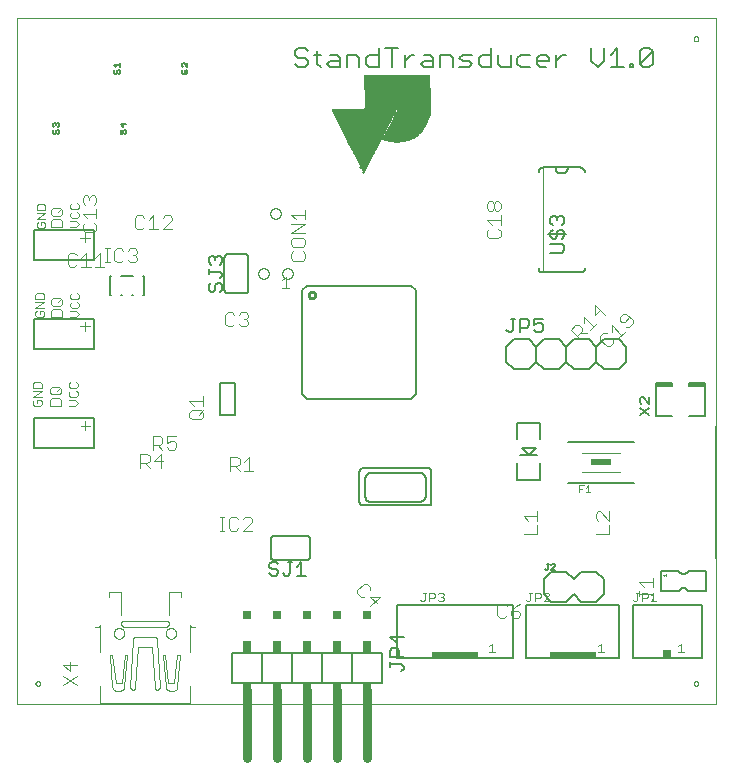
<source format=gto>
G04 EAGLE Gerber X2 export*
G75*
%MOMM*%
%FSLAX34Y34*%
%LPD*%
%AMOC8*
5,1,8,0,0,1.08239X$1,22.5*%
G01*
%ADD10C,0.000000*%
%ADD11C,0.076200*%
%ADD12C,0.152400*%
%ADD13R,0.019050X0.003806*%
%ADD14R,0.019050X0.003813*%
%ADD15R,0.007619X0.003806*%
%ADD16R,0.011431X0.003806*%
%ADD17R,0.022863X0.003806*%
%ADD18R,0.030481X0.003806*%
%ADD19R,0.034287X0.003806*%
%ADD20R,0.034287X0.003813*%
%ADD21R,0.038100X0.003806*%
%ADD22R,0.049525X0.003806*%
%ADD23R,0.053338X0.003806*%
%ADD24R,0.053338X0.003813*%
%ADD25R,0.060963X0.003806*%
%ADD26R,0.064769X0.003806*%
%ADD27R,0.068581X0.003806*%
%ADD28R,0.076200X0.003813*%
%ADD29R,0.080006X0.003806*%
%ADD30R,0.087625X0.003806*%
%ADD31R,0.083819X0.003806*%
%ADD32R,0.091438X0.003806*%
%ADD33R,0.099063X0.003813*%
%ADD34R,0.099063X0.003806*%
%ADD35R,0.110488X0.003806*%
%ADD36R,0.114300X0.003806*%
%ADD37R,0.118106X0.003813*%
%ADD38R,0.121919X0.003806*%
%ADD39R,0.125725X0.003806*%
%ADD40R,0.011425X0.003806*%
%ADD41R,0.003813X0.003806*%
%ADD42R,0.133350X0.003813*%
%ADD43R,0.140969X0.003806*%
%ADD44R,0.144781X0.003806*%
%ADD45R,0.148588X0.003806*%
%ADD46R,0.156206X0.003813*%
%ADD47R,0.160019X0.003806*%
%ADD48R,0.163825X0.003806*%
%ADD49R,0.167637X0.003806*%
%ADD50R,0.175263X0.003806*%
%ADD51R,0.175263X0.003813*%
%ADD52R,0.182881X0.003806*%
%ADD53R,0.190500X0.003806*%
%ADD54R,0.194306X0.003813*%
%ADD55R,0.194306X0.003806*%
%ADD56R,0.205738X0.003806*%
%ADD57R,0.209550X0.003806*%
%ADD58R,0.209550X0.003813*%
%ADD59R,0.217169X0.003806*%
%ADD60R,0.220981X0.003806*%
%ADD61R,0.224788X0.003806*%
%ADD62R,0.232406X0.003813*%
%ADD63R,0.232406X0.003806*%
%ADD64R,0.240025X0.003806*%
%ADD65R,0.243838X0.003806*%
%ADD66R,0.247650X0.003806*%
%ADD67R,0.251463X0.003813*%
%ADD68R,0.259081X0.003806*%
%ADD69R,0.255269X0.003806*%
%ADD70R,0.266700X0.003806*%
%ADD71R,0.270506X0.003813*%
%ADD72R,0.270506X0.003806*%
%ADD73R,0.278125X0.003806*%
%ADD74R,0.281938X0.003806*%
%ADD75R,0.289563X0.003806*%
%ADD76R,0.285750X0.003813*%
%ADD77R,0.293369X0.003806*%
%ADD78R,0.297181X0.003806*%
%ADD79R,0.304800X0.003806*%
%ADD80R,0.308606X0.003813*%
%ADD81R,0.312419X0.003806*%
%ADD82R,0.320038X0.003806*%
%ADD83R,0.327663X0.003806*%
%ADD84R,0.327663X0.003813*%
%ADD85R,0.335281X0.003806*%
%ADD86R,0.339088X0.003806*%
%ADD87R,0.342900X0.003806*%
%ADD88R,0.346706X0.003813*%
%ADD89R,0.346706X0.003806*%
%ADD90R,0.354325X0.003806*%
%ADD91R,0.358137X0.003806*%
%ADD92R,0.365762X0.003806*%
%ADD93R,0.369569X0.003813*%
%ADD94R,0.369569X0.003806*%
%ADD95R,0.373381X0.003806*%
%ADD96R,0.381000X0.003806*%
%ADD97R,0.384806X0.003806*%
%ADD98R,0.388619X0.003813*%
%ADD99R,0.392425X0.003806*%
%ADD100R,0.403863X0.003806*%
%ADD101R,0.407669X0.003813*%
%ADD102R,0.407669X0.003806*%
%ADD103R,0.415288X0.003806*%
%ADD104R,0.419100X0.003806*%
%ADD105R,0.426719X0.003813*%
%ADD106R,0.426719X0.003806*%
%ADD107R,0.430525X0.003806*%
%ADD108R,0.434338X0.003806*%
%ADD109R,0.441963X0.003806*%
%ADD110R,0.445769X0.003813*%
%ADD111R,0.430531X0.003806*%
%ADD112R,0.015238X0.003806*%
%ADD113R,0.449581X0.003806*%
%ADD114R,0.461006X0.003806*%
%ADD115R,0.461006X0.003813*%
%ADD116R,0.468625X0.003806*%
%ADD117R,0.476250X0.003806*%
%ADD118R,0.480063X0.003806*%
%ADD119R,0.483869X0.003813*%
%ADD120R,0.487681X0.003806*%
%ADD121R,0.491488X0.003806*%
%ADD122R,0.487675X0.003806*%
%ADD123R,0.502919X0.003813*%
%ADD124R,0.502919X0.003806*%
%ADD125R,0.510537X0.003806*%
%ADD126R,0.518162X0.003806*%
%ADD127R,0.518156X0.003813*%
%ADD128R,0.529587X0.003806*%
%ADD129R,0.537206X0.003806*%
%ADD130R,0.544825X0.003813*%
%ADD131R,0.541019X0.003806*%
%ADD132R,0.552450X0.003806*%
%ADD133R,0.556256X0.003806*%
%ADD134R,0.548638X0.003813*%
%ADD135R,0.007619X0.003813*%
%ADD136R,0.563881X0.003806*%
%ADD137R,0.571500X0.003806*%
%ADD138R,0.582925X0.003813*%
%ADD139R,0.582925X0.003806*%
%ADD140R,0.590550X0.003806*%
%ADD141R,0.598169X0.003806*%
%ADD142R,0.598169X0.003813*%
%ADD143R,0.605788X0.003806*%
%ADD144R,0.601981X0.003806*%
%ADD145R,0.613406X0.003806*%
%ADD146R,0.617219X0.003813*%
%ADD147R,0.617219X0.003806*%
%ADD148R,0.624838X0.003806*%
%ADD149R,0.628650X0.003806*%
%ADD150R,0.636269X0.003806*%
%ADD151R,0.636269X0.003813*%
%ADD152R,0.643888X0.003806*%
%ADD153R,0.651506X0.003806*%
%ADD154R,0.655319X0.003806*%
%ADD155R,0.659125X0.003813*%
%ADD156R,0.659125X0.003806*%
%ADD157R,0.666750X0.003806*%
%ADD158R,0.674369X0.003806*%
%ADD159R,0.674369X0.003813*%
%ADD160R,0.681988X0.003806*%
%ADD161R,0.685800X0.003806*%
%ADD162R,0.689606X0.003806*%
%ADD163R,0.693419X0.003813*%
%ADD164R,0.701037X0.003806*%
%ADD165R,0.704850X0.003806*%
%ADD166R,0.712469X0.003806*%
%ADD167R,0.716281X0.003813*%
%ADD168R,0.720087X0.003806*%
%ADD169R,0.723900X0.003806*%
%ADD170R,0.731519X0.003806*%
%ADD171R,0.735325X0.003813*%
%ADD172R,0.735325X0.003806*%
%ADD173R,0.746756X0.003806*%
%ADD174R,0.754381X0.003806*%
%ADD175R,0.754381X0.003813*%
%ADD176R,0.762000X0.003806*%
%ADD177R,0.769619X0.003806*%
%ADD178R,0.773431X0.003813*%
%ADD179R,0.777238X0.003806*%
%ADD180R,0.781050X0.003806*%
%ADD181R,0.784856X0.003806*%
%ADD182R,0.792481X0.003806*%
%ADD183R,0.792481X0.003813*%
%ADD184R,0.800100X0.003806*%
%ADD185R,0.803906X0.003806*%
%ADD186R,0.807719X0.003806*%
%ADD187R,0.815338X0.003813*%
%ADD188R,0.815338X0.003806*%
%ADD189R,0.822956X0.003806*%
%ADD190R,0.830581X0.003806*%
%ADD191R,0.830581X0.003813*%
%ADD192R,0.838200X0.003806*%
%ADD193R,0.845819X0.003806*%
%ADD194R,0.849625X0.003813*%
%ADD195R,0.853438X0.003806*%
%ADD196R,0.857250X0.003806*%
%ADD197R,0.864869X0.003806*%
%ADD198R,0.868681X0.003806*%
%ADD199R,0.868681X0.003813*%
%ADD200R,0.876300X0.003806*%
%ADD201R,0.883919X0.003806*%
%ADD202R,0.887725X0.003813*%
%ADD203R,0.891538X0.003806*%
%ADD204R,0.899156X0.003806*%
%ADD205R,0.906781X0.003806*%
%ADD206R,0.906781X0.003813*%
%ADD207R,0.914400X0.003806*%
%ADD208R,0.922019X0.003806*%
%ADD209R,0.929638X0.003813*%
%ADD210R,0.929638X0.003806*%
%ADD211R,0.937256X0.003806*%
%ADD212R,0.944881X0.003806*%
%ADD213R,0.948688X0.003813*%
%ADD214R,0.952500X0.003806*%
%ADD215R,0.956306X0.003806*%
%ADD216R,0.960119X0.003806*%
%ADD217R,0.967738X0.003813*%
%ADD218R,0.963931X0.003806*%
%ADD219R,0.975356X0.003806*%
%ADD220R,0.982981X0.003806*%
%ADD221R,0.986788X0.003813*%
%ADD222R,0.990600X0.003806*%
%ADD223R,0.994406X0.003806*%
%ADD224R,0.998219X0.003806*%
%ADD225R,1.002031X0.003806*%
%ADD226R,1.005837X0.003813*%
%ADD227R,1.005837X0.003806*%
%ADD228R,1.013456X0.003806*%
%ADD229R,1.021081X0.003806*%
%ADD230R,1.021081X0.003813*%
%ADD231R,1.028700X0.003806*%
%ADD232R,1.024887X0.003806*%
%ADD233R,1.036319X0.003806*%
%ADD234R,1.040131X0.003806*%
%ADD235R,1.047750X0.003813*%
%ADD236R,1.047750X0.003806*%
%ADD237R,1.051556X0.003806*%
%ADD238R,1.055369X0.003806*%
%ADD239R,1.062987X0.003806*%
%ADD240R,1.062987X0.003813*%
%ADD241R,1.070606X0.003806*%
%ADD242R,1.078231X0.003806*%
%ADD243R,1.082037X0.003813*%
%ADD244R,1.085850X0.003806*%
%ADD245R,1.089656X0.003806*%
%ADD246R,1.093469X0.003806*%
%ADD247R,1.101087X0.003806*%
%ADD248R,1.101087X0.003813*%
%ADD249R,1.108706X0.003806*%
%ADD250R,1.112519X0.003806*%
%ADD251R,1.116331X0.003806*%
%ADD252R,1.123950X0.003813*%
%ADD253R,1.120138X0.003806*%
%ADD254R,1.131569X0.003806*%
%ADD255R,1.139188X0.003806*%
%ADD256R,1.139188X0.003813*%
%ADD257R,1.146806X0.003806*%
%ADD258R,1.154431X0.003806*%
%ADD259R,1.162050X0.003813*%
%ADD260R,1.162050X0.003806*%
%ADD261R,1.169669X0.003806*%
%ADD262R,1.173481X0.003806*%
%ADD263R,1.177288X0.003813*%
%ADD264R,1.184906X0.003806*%
%ADD265R,1.192531X0.003806*%
%ADD266R,1.200150X0.003813*%
%ADD267R,1.200150X0.003806*%
%ADD268R,1.207769X0.003806*%
%ADD269R,1.211575X0.003806*%
%ADD270R,1.215388X0.003806*%
%ADD271R,1.215388X0.003813*%
%ADD272R,1.223006X0.003806*%
%ADD273R,1.226819X0.003806*%
%ADD274R,1.230631X0.003806*%
%ADD275R,1.234438X0.003806*%
%ADD276R,1.238250X0.003813*%
%ADD277R,1.238250X0.003806*%
%ADD278R,1.245869X0.003806*%
%ADD279R,1.253488X0.003806*%
%ADD280R,1.257300X0.003813*%
%ADD281R,1.261106X0.003806*%
%ADD282R,1.268731X0.003806*%
%ADD283R,1.276350X0.003806*%
%ADD284R,1.276350X0.003813*%
%ADD285R,1.283969X0.003806*%
%ADD286R,1.291588X0.003806*%
%ADD287R,1.295400X0.003813*%
%ADD288R,1.299206X0.003806*%
%ADD289R,1.303019X0.003806*%
%ADD290R,1.306831X0.003806*%
%ADD291R,1.314450X0.003813*%
%ADD292R,1.318256X0.003806*%
%ADD293R,1.322069X0.003806*%
%ADD294R,1.329688X0.003806*%
%ADD295R,1.329688X0.003813*%
%ADD296R,1.337306X0.003806*%
%ADD297R,1.344931X0.003806*%
%ADD298R,1.348738X0.003806*%
%ADD299R,1.352550X0.003813*%
%ADD300R,1.356356X0.003806*%
%ADD301R,1.363975X0.003806*%
%ADD302R,1.371600X0.003806*%
%ADD303R,1.371600X0.003813*%
%ADD304R,1.375406X0.003806*%
%ADD305R,1.379219X0.003806*%
%ADD306R,1.383031X0.003806*%
%ADD307R,0.003806X0.003806*%
%ADD308R,1.394456X0.003813*%
%ADD309R,1.398269X0.003806*%
%ADD310R,1.394456X0.003806*%
%ADD311R,1.405887X0.003806*%
%ADD312R,1.409700X0.003813*%
%ADD313R,1.417319X0.003806*%
%ADD314R,1.421131X0.003806*%
%ADD315R,1.424937X0.003806*%
%ADD316R,1.432556X0.003813*%
%ADD317R,1.432556X0.003806*%
%ADD318R,1.436369X0.003806*%
%ADD319R,1.440175X0.003806*%
%ADD320R,1.447800X0.003806*%
%ADD321R,1.451606X0.003813*%
%ADD322R,1.455419X0.003806*%
%ADD323R,1.459231X0.003806*%
%ADD324R,1.466850X0.003813*%
%ADD325R,1.474469X0.003806*%
%ADD326R,1.478275X0.003806*%
%ADD327R,1.485900X0.003806*%
%ADD328R,1.485900X0.003813*%
%ADD329R,1.493519X0.003806*%
%ADD330R,1.501138X0.003806*%
%ADD331R,1.508756X0.003813*%
%ADD332R,1.512569X0.003806*%
%ADD333R,1.516375X0.003806*%
%ADD334R,1.520188X0.003806*%
%ADD335R,1.524000X0.003806*%
%ADD336R,1.524000X0.003813*%
%ADD337R,1.531619X0.003806*%
%ADD338R,1.535431X0.003806*%
%ADD339R,1.539238X0.003806*%
%ADD340R,1.543050X0.003806*%
%ADD341R,1.546856X0.003813*%
%ADD342R,1.546856X0.003806*%
%ADD343R,1.554475X0.003806*%
%ADD344R,1.558288X0.003806*%
%ADD345R,1.562100X0.003813*%
%ADD346R,1.569719X0.003806*%
%ADD347R,1.565906X0.003806*%
%ADD348R,1.577338X0.003806*%
%ADD349R,1.584956X0.003806*%
%ADD350R,1.581150X0.003813*%
%ADD351R,1.588769X0.003806*%
%ADD352R,1.592575X0.003806*%
%ADD353R,1.596388X0.003806*%
%ADD354R,1.604013X0.003806*%
%ADD355R,1.604013X0.003813*%
%ADD356R,1.607819X0.003806*%
%ADD357R,1.611631X0.003806*%
%ADD358R,1.619250X0.003806*%
%ADD359R,1.623056X0.003813*%
%ADD360R,1.626869X0.003806*%
%ADD361R,1.634488X0.003806*%
%ADD362R,1.638300X0.003806*%
%ADD363R,1.642113X0.003813*%
%ADD364R,1.645919X0.003806*%
%ADD365R,1.657350X0.003806*%
%ADD366R,1.664969X0.003813*%
%ADD367R,1.664969X0.003806*%
%ADD368R,1.668775X0.003806*%
%ADD369R,1.672588X0.003806*%
%ADD370R,1.680213X0.003806*%
%ADD371R,1.680213X0.003813*%
%ADD372R,1.687831X0.003806*%
%ADD373R,1.695450X0.003806*%
%ADD374R,1.699256X0.003806*%
%ADD375R,1.703069X0.003813*%
%ADD376R,1.703069X0.003806*%
%ADD377R,1.710688X0.003806*%
%ADD378R,1.714500X0.003806*%
%ADD379R,1.718313X0.003813*%
%ADD380R,1.725931X0.003806*%
%ADD381R,1.729738X0.003806*%
%ADD382R,1.733550X0.003806*%
%ADD383R,1.741169X0.003813*%
%ADD384R,1.744975X0.003806*%
%ADD385R,1.748788X0.003806*%
%ADD386R,1.756413X0.003806*%
%ADD387R,1.760219X0.003813*%
%ADD388R,1.764031X0.003806*%
%ADD389R,1.767838X0.003806*%
%ADD390R,1.771650X0.003806*%
%ADD391R,1.779269X0.003813*%
%ADD392R,1.779269X0.003806*%
%ADD393R,1.786888X0.003806*%
%ADD394R,1.790700X0.003806*%
%ADD395R,1.794513X0.003806*%
%ADD396R,1.798319X0.003813*%
%ADD397R,1.798319X0.003806*%
%ADD398R,1.802131X0.003806*%
%ADD399R,1.809750X0.003806*%
%ADD400R,1.813556X0.003806*%
%ADD401R,1.817369X0.003813*%
%ADD402R,1.821175X0.003806*%
%ADD403R,1.824987X0.003806*%
%ADD404R,1.832612X0.003806*%
%ADD405R,1.832612X0.003813*%
%ADD406R,1.840231X0.003806*%
%ADD407R,1.847850X0.003806*%
%ADD408R,1.855469X0.003806*%
%ADD409R,1.855469X0.003813*%
%ADD410R,1.859275X0.003806*%
%ADD411R,1.863088X0.003806*%
%ADD412R,1.874519X0.003806*%
%ADD413R,1.874519X0.003813*%
%ADD414R,1.878331X0.003806*%
%ADD415R,1.882138X0.003806*%
%ADD416R,1.885950X0.003806*%
%ADD417R,1.893569X0.003813*%
%ADD418R,1.893569X0.003806*%
%ADD419R,1.901188X0.003806*%
%ADD420R,1.905000X0.003806*%
%ADD421R,1.912619X0.003806*%
%ADD422R,1.916431X0.003813*%
%ADD423R,1.916431X0.003806*%
%ADD424R,1.920238X0.003806*%
%ADD425R,1.927856X0.003806*%
%ADD426R,1.924050X0.003806*%
%ADD427R,1.931669X0.003813*%
%ADD428R,1.931669X0.003806*%
%ADD429R,1.946913X0.003806*%
%ADD430R,1.950719X0.003813*%
%ADD431R,1.958338X0.003806*%
%ADD432R,1.954531X0.003806*%
%ADD433R,1.965956X0.003806*%
%ADD434R,1.969769X0.003806*%
%ADD435R,1.973575X0.003813*%
%ADD436R,1.977388X0.003806*%
%ADD437R,1.981200X0.003806*%
%ADD438R,1.985013X0.003806*%
%ADD439R,1.992631X0.003806*%
%ADD440R,1.992631X0.003813*%
%ADD441R,1.996438X0.003806*%
%ADD442R,2.000250X0.003806*%
%ADD443R,2.004056X0.003806*%
%ADD444R,2.007869X0.003806*%
%ADD445R,2.007869X0.003813*%
%ADD446R,2.015487X0.003806*%
%ADD447R,2.019300X0.003806*%
%ADD448R,2.023113X0.003806*%
%ADD449R,2.030731X0.003813*%
%ADD450R,2.034537X0.003806*%
%ADD451R,2.038350X0.003806*%
%ADD452R,2.042156X0.003806*%
%ADD453R,2.045969X0.003806*%
%ADD454R,2.053587X0.003813*%
%ADD455R,2.053587X0.003806*%
%ADD456R,2.057400X0.003806*%
%ADD457R,2.061212X0.003806*%
%ADD458R,2.065019X0.003806*%
%ADD459R,2.068831X0.003813*%
%ADD460R,2.072637X0.003806*%
%ADD461R,2.080256X0.003806*%
%ADD462R,2.087875X0.003813*%
%ADD463R,2.091687X0.003806*%
%ADD464R,2.095500X0.003806*%
%ADD465R,2.099312X0.003806*%
%ADD466R,2.103119X0.003806*%
%ADD467R,2.106931X0.003813*%
%ADD468R,2.110737X0.003806*%
%ADD469R,2.114550X0.003806*%
%ADD470R,2.118356X0.003806*%
%ADD471R,2.122169X0.003806*%
%ADD472R,2.125975X0.003813*%
%ADD473R,2.129787X0.003806*%
%ADD474R,2.133600X0.003806*%
%ADD475R,2.141219X0.003806*%
%ADD476R,2.141219X0.003813*%
%ADD477R,2.148837X0.003806*%
%ADD478R,2.156456X0.003806*%
%ADD479R,2.160269X0.003806*%
%ADD480R,2.164075X0.003806*%
%ADD481R,2.164075X0.003813*%
%ADD482R,2.167887X0.003806*%
%ADD483R,2.179319X0.003806*%
%ADD484R,2.186937X0.003813*%
%ADD485R,2.190750X0.003806*%
%ADD486R,2.194556X0.003806*%
%ADD487R,2.202175X0.003806*%
%ADD488R,2.205987X0.003813*%
%ADD489R,2.213606X0.003806*%
%ADD490R,2.217419X0.003806*%
%ADD491R,2.225038X0.003806*%
%ADD492R,2.225038X0.003813*%
%ADD493R,2.228850X0.003806*%
%ADD494R,2.236469X0.003806*%
%ADD495R,2.240275X0.003806*%
%ADD496R,2.240275X0.003813*%
%ADD497R,2.255519X0.003806*%
%ADD498R,2.251713X0.003806*%
%ADD499R,2.263138X0.003813*%
%ADD500R,2.266950X0.003806*%
%ADD501R,2.278375X0.003806*%
%ADD502R,2.286000X0.003813*%
%ADD503R,2.286000X0.003806*%
%ADD504R,2.289806X0.003806*%
%ADD505R,2.293619X0.003806*%
%ADD506R,2.301238X0.003806*%
%ADD507R,2.301238X0.003813*%
%ADD508R,2.305050X0.003806*%
%ADD509R,2.308856X0.003806*%
%ADD510R,2.312669X0.003806*%
%ADD511R,2.316475X0.003806*%
%ADD512R,2.320288X0.003813*%
%ADD513R,2.324100X0.003806*%
%ADD514R,2.327906X0.003806*%
%ADD515R,2.335531X0.003806*%
%ADD516R,2.339338X0.003813*%
%ADD517R,2.346956X0.003806*%
%ADD518R,2.350769X0.003806*%
%ADD519R,2.354575X0.003806*%
%ADD520R,2.362200X0.003813*%
%ADD521R,2.362200X0.003806*%
%ADD522R,2.366006X0.003806*%
%ADD523R,2.369819X0.003806*%
%ADD524R,2.377438X0.003806*%
%ADD525R,2.377438X0.003813*%
%ADD526R,2.385056X0.003806*%
%ADD527R,2.388869X0.003806*%
%ADD528R,2.396488X0.003813*%
%ADD529R,2.400300X0.003806*%
%ADD530R,2.407919X0.003806*%
%ADD531R,2.411731X0.003806*%
%ADD532R,2.419350X0.003813*%
%ADD533R,2.419350X0.003806*%
%ADD534R,2.426969X0.003806*%
%ADD535R,2.430775X0.003806*%
%ADD536R,2.434588X0.003806*%
%ADD537R,2.438400X0.003813*%
%ADD538R,2.442206X0.003806*%
%ADD539R,2.446019X0.003806*%
%ADD540R,2.449831X0.003806*%
%ADD541R,2.453638X0.003813*%
%ADD542R,2.461256X0.003806*%
%ADD543R,2.465069X0.003806*%
%ADD544R,2.468875X0.003806*%
%ADD545R,2.472688X0.003806*%
%ADD546R,2.476500X0.003813*%
%ADD547R,2.480306X0.003806*%
%ADD548R,2.487931X0.003806*%
%ADD549R,2.495550X0.003806*%
%ADD550R,2.495550X0.003813*%
%ADD551R,2.499356X0.003806*%
%ADD552R,2.503169X0.003806*%
%ADD553R,2.506981X0.003806*%
%ADD554R,2.510788X0.003806*%
%ADD555R,2.514600X0.003813*%
%ADD556R,2.518406X0.003806*%
%ADD557R,2.526031X0.003806*%
%ADD558R,2.529838X0.003806*%
%ADD559R,2.533650X0.003813*%
%ADD560R,2.537456X0.003806*%
%ADD561R,2.541269X0.003806*%
%ADD562R,2.548888X0.003806*%
%ADD563R,2.552700X0.003813*%
%ADD564R,2.552700X0.003806*%
%ADD565R,2.560319X0.003806*%
%ADD566R,2.564131X0.003806*%
%ADD567R,2.567938X0.003806*%
%ADD568R,2.571750X0.003813*%
%ADD569R,2.575556X0.003806*%
%ADD570R,2.586988X0.003806*%
%ADD571R,2.590800X0.003813*%
%ADD572R,2.594606X0.003806*%
%ADD573R,2.602231X0.003806*%
%ADD574R,2.606038X0.003806*%
%ADD575R,2.609850X0.003813*%
%ADD576R,2.613656X0.003806*%
%ADD577R,2.617469X0.003806*%
%ADD578R,2.621281X0.003806*%
%ADD579R,2.625088X0.003806*%
%ADD580R,2.628900X0.003813*%
%ADD581R,2.632706X0.003806*%
%ADD582R,2.636519X0.003806*%
%ADD583R,2.644138X0.003806*%
%ADD584R,2.647950X0.003813*%
%ADD585R,2.659381X0.003806*%
%ADD586R,2.663188X0.003806*%
%ADD587R,2.670806X0.003813*%
%ADD588R,2.670806X0.003806*%
%ADD589R,2.678431X0.003806*%
%ADD590R,2.674619X0.003806*%
%ADD591R,2.686050X0.003806*%
%ADD592R,2.686050X0.003813*%
%ADD593R,2.689856X0.003806*%
%ADD594R,2.697481X0.003806*%
%ADD595R,2.701288X0.003806*%
%ADD596R,2.708906X0.003813*%
%ADD597R,2.708906X0.003806*%
%ADD598R,0.240031X0.003806*%
%ADD599R,2.716531X0.003806*%
%ADD600R,0.472438X0.003806*%
%ADD601R,2.720338X0.003806*%
%ADD602R,0.521969X0.003813*%
%ADD603R,2.724150X0.003813*%
%ADD604R,2.731769X0.003806*%
%ADD605R,2.739388X0.003806*%
%ADD606R,0.902969X0.003813*%
%ADD607R,2.747006X0.003813*%
%ADD608R,2.747006X0.003806*%
%ADD609R,2.754631X0.003806*%
%ADD610R,1.032506X0.003806*%
%ADD611R,1.097281X0.003806*%
%ADD612R,2.762250X0.003806*%
%ADD613R,1.112519X0.003813*%
%ADD614R,2.758438X0.003813*%
%ADD615R,1.181100X0.003806*%
%ADD616R,2.769869X0.003806*%
%ADD617R,2.773681X0.003806*%
%ADD618R,2.781300X0.003806*%
%ADD619R,1.287775X0.003806*%
%ADD620R,1.344931X0.003813*%
%ADD621R,2.781300X0.003813*%
%ADD622R,1.363981X0.003806*%
%ADD623R,2.785106X0.003806*%
%ADD624R,2.796538X0.003806*%
%ADD625R,2.800350X0.003806*%
%ADD626R,2.804156X0.003813*%
%ADD627R,1.550669X0.003806*%
%ADD628R,2.804156X0.003806*%
%ADD629R,1.562100X0.003806*%
%ADD630R,2.807969X0.003806*%
%ADD631R,1.615438X0.003806*%
%ADD632R,2.819400X0.003806*%
%ADD633R,1.672588X0.003813*%
%ADD634R,2.827019X0.003813*%
%ADD635R,2.823206X0.003806*%
%ADD636R,1.722119X0.003806*%
%ADD637R,2.834637X0.003806*%
%ADD638R,1.741169X0.003806*%
%ADD639R,2.842256X0.003806*%
%ADD640R,2.842256X0.003813*%
%ADD641R,1.844037X0.003806*%
%ADD642R,2.846069X0.003806*%
%ADD643R,2.849881X0.003806*%
%ADD644R,2.857500X0.003806*%
%ADD645R,2.853687X0.003806*%
%ADD646R,0.003806X0.003813*%
%ADD647R,2.865119X0.003813*%
%ADD648R,1.950719X0.003806*%
%ADD649R,2.861306X0.003806*%
%ADD650R,2.872737X0.003806*%
%ADD651R,2.876550X0.003806*%
%ADD652R,2.049781X0.003813*%
%ADD653R,2.880356X0.003813*%
%ADD654R,2.084069X0.003806*%
%ADD655R,2.880356X0.003806*%
%ADD656R,2.087881X0.003806*%
%ADD657R,2.884169X0.003806*%
%ADD658R,2.891787X0.003806*%
%ADD659R,2.895600X0.003806*%
%ADD660R,2.171700X0.003813*%
%ADD661R,2.903219X0.003813*%
%ADD662R,2.183125X0.003806*%
%ADD663R,2.903219X0.003806*%
%ADD664R,2.205987X0.003806*%
%ADD665R,2.907025X0.003806*%
%ADD666R,2.910837X0.003806*%
%ADD667R,2.251706X0.003806*%
%ADD668R,2.918456X0.003806*%
%ADD669R,2.918456X0.003813*%
%ADD670R,2.289813X0.003806*%
%ADD671R,2.926081X0.003806*%
%ADD672R,2.297431X0.003806*%
%ADD673R,2.335525X0.003806*%
%ADD674R,2.933700X0.003806*%
%ADD675R,2.343150X0.003806*%
%ADD676R,2.929887X0.003806*%
%ADD677R,2.369819X0.003813*%
%ADD678R,2.941319X0.003813*%
%ADD679R,2.381250X0.003806*%
%ADD680R,2.945125X0.003806*%
%ADD681R,2.411725X0.003806*%
%ADD682R,2.948937X0.003806*%
%ADD683R,2.423156X0.003806*%
%ADD684R,2.956556X0.003806*%
%ADD685R,2.457450X0.003813*%
%ADD686R,2.960369X0.003813*%
%ADD687R,2.964181X0.003806*%
%ADD688R,2.971800X0.003806*%
%ADD689R,2.979419X0.003813*%
%ADD690R,2.979419X0.003806*%
%ADD691R,2.522219X0.003806*%
%ADD692R,2.987038X0.003806*%
%ADD693R,2.533650X0.003806*%
%ADD694R,2.990850X0.003806*%
%ADD695R,2.541269X0.003813*%
%ADD696R,2.994656X0.003813*%
%ADD697R,3.002281X0.003806*%
%ADD698R,3.006088X0.003806*%
%ADD699R,3.009900X0.003806*%
%ADD700R,3.021325X0.003813*%
%ADD701R,3.021325X0.003806*%
%ADD702R,3.025138X0.003806*%
%ADD703R,2.583175X0.003806*%
%ADD704R,3.032756X0.003806*%
%ADD705R,2.602225X0.003813*%
%ADD706R,3.036569X0.003813*%
%ADD707R,3.040381X0.003806*%
%ADD708R,2.609850X0.003806*%
%ADD709R,3.044188X0.003806*%
%ADD710R,3.048000X0.003806*%
%ADD711R,3.051806X0.003806*%
%ADD712R,2.625088X0.003813*%
%ADD713R,3.055619X0.003813*%
%ADD714R,3.055619X0.003806*%
%ADD715R,2.640331X0.003806*%
%ADD716R,3.059425X0.003806*%
%ADD717R,3.067050X0.003806*%
%ADD718R,2.651756X0.003806*%
%ADD719R,3.074669X0.003806*%
%ADD720R,2.655569X0.003813*%
%ADD721R,3.070856X0.003813*%
%ADD722R,2.659375X0.003806*%
%ADD723R,3.078481X0.003806*%
%ADD724R,2.667000X0.003806*%
%ADD725R,3.086100X0.003806*%
%ADD726R,2.678431X0.003813*%
%ADD727R,3.093719X0.003813*%
%ADD728R,2.682238X0.003806*%
%ADD729R,3.093719X0.003806*%
%ADD730R,2.689863X0.003806*%
%ADD731R,3.105150X0.003806*%
%ADD732R,3.101338X0.003806*%
%ADD733R,2.697475X0.003806*%
%ADD734R,2.701288X0.003813*%
%ADD735R,3.112769X0.003813*%
%ADD736R,3.120388X0.003806*%
%ADD737R,3.128006X0.003806*%
%ADD738R,3.131819X0.003813*%
%ADD739R,2.735581X0.003806*%
%ADD740R,3.135625X0.003806*%
%ADD741R,3.139438X0.003806*%
%ADD742R,2.743200X0.003806*%
%ADD743R,3.150869X0.003806*%
%ADD744R,2.743200X0.003813*%
%ADD745R,3.147056X0.003813*%
%ADD746R,3.154681X0.003806*%
%ADD747R,2.750819X0.003806*%
%ADD748R,3.158488X0.003806*%
%ADD749R,2.758438X0.003806*%
%ADD750R,3.166106X0.003806*%
%ADD751R,2.762250X0.003813*%
%ADD752R,3.173725X0.003813*%
%ADD753R,3.173725X0.003806*%
%ADD754R,3.181350X0.003806*%
%ADD755R,2.773675X0.003806*%
%ADD756R,3.188969X0.003806*%
%ADD757R,2.777488X0.003813*%
%ADD758R,3.188969X0.003813*%
%ADD759R,3.196588X0.003806*%
%ADD760R,3.192781X0.003806*%
%ADD761R,3.204206X0.003806*%
%ADD762R,3.208019X0.003813*%
%ADD763R,3.211825X0.003806*%
%ADD764R,2.811781X0.003806*%
%ADD765R,3.219450X0.003806*%
%ADD766R,2.811775X0.003806*%
%ADD767R,2.815588X0.003806*%
%ADD768R,3.227069X0.003806*%
%ADD769R,2.815588X0.003813*%
%ADD770R,3.227069X0.003813*%
%ADD771R,3.234688X0.003806*%
%ADD772R,3.242306X0.003806*%
%ADD773R,2.830831X0.003806*%
%ADD774R,2.830831X0.003813*%
%ADD775R,3.246119X0.003813*%
%ADD776R,3.249925X0.003806*%
%ADD777R,2.838450X0.003806*%
%ADD778R,3.257550X0.003806*%
%ADD779R,3.265169X0.003806*%
%ADD780R,2.849875X0.003813*%
%ADD781R,3.265169X0.003813*%
%ADD782R,3.272788X0.003806*%
%ADD783R,3.276600X0.003806*%
%ADD784R,3.280406X0.003806*%
%ADD785R,2.861312X0.003813*%
%ADD786R,3.288025X0.003813*%
%ADD787R,3.291838X0.003806*%
%ADD788R,2.868925X0.003806*%
%ADD789R,3.295650X0.003806*%
%ADD790R,3.303269X0.003806*%
%ADD791R,3.307081X0.003813*%
%ADD792R,3.310888X0.003806*%
%ADD793R,2.887981X0.003806*%
%ADD794R,3.318506X0.003806*%
%ADD795R,2.891787X0.003813*%
%ADD796R,3.310888X0.003813*%
%ADD797R,3.329938X0.003806*%
%ADD798R,3.333750X0.003806*%
%ADD799R,2.899406X0.003806*%
%ADD800R,3.337563X0.003806*%
%ADD801R,3.341369X0.003806*%
%ADD802R,2.895600X0.003813*%
%ADD803R,3.345181X0.003813*%
%ADD804R,3.352800X0.003806*%
%ADD805R,3.356606X0.003806*%
%ADD806R,2.914650X0.003806*%
%ADD807R,2.918462X0.003813*%
%ADD808R,3.368038X0.003813*%
%ADD809R,2.918462X0.003806*%
%ADD810R,3.368038X0.003806*%
%ADD811R,2.922269X0.003806*%
%ADD812R,3.364225X0.003806*%
%ADD813R,2.926075X0.003806*%
%ADD814R,3.375663X0.003806*%
%ADD815R,3.375656X0.003806*%
%ADD816R,2.929887X0.003813*%
%ADD817R,3.383281X0.003813*%
%ADD818R,3.387088X0.003806*%
%ADD819R,3.390900X0.003806*%
%ADD820R,3.398519X0.003806*%
%ADD821R,2.937506X0.003806*%
%ADD822R,2.937506X0.003813*%
%ADD823R,3.402325X0.003813*%
%ADD824R,2.941319X0.003806*%
%ADD825R,3.406138X0.003806*%
%ADD826R,3.413763X0.003806*%
%ADD827R,3.421381X0.003806*%
%ADD828R,2.948937X0.003813*%
%ADD829R,3.421381X0.003813*%
%ADD830R,2.952750X0.003806*%
%ADD831R,3.429000X0.003806*%
%ADD832R,2.956562X0.003806*%
%ADD833R,3.436619X0.003806*%
%ADD834R,2.960369X0.003806*%
%ADD835R,2.964181X0.003813*%
%ADD836R,3.444238X0.003813*%
%ADD837R,3.444238X0.003806*%
%ADD838R,2.964175X0.003806*%
%ADD839R,3.448050X0.003806*%
%ADD840R,3.451863X0.003806*%
%ADD841R,3.459481X0.003806*%
%ADD842R,2.975606X0.003813*%
%ADD843R,3.459481X0.003813*%
%ADD844R,2.975606X0.003806*%
%ADD845R,3.467100X0.003806*%
%ADD846R,3.474719X0.003806*%
%ADD847R,3.482338X0.003813*%
%ADD848R,2.983225X0.003806*%
%ADD849R,3.482338X0.003806*%
%ADD850R,3.489963X0.003806*%
%ADD851R,3.493769X0.003806*%
%ADD852R,2.987038X0.003813*%
%ADD853R,3.497581X0.003813*%
%ADD854R,3.505200X0.003806*%
%ADD855R,3.501388X0.003806*%
%ADD856R,2.998469X0.003806*%
%ADD857R,3.509006X0.003806*%
%ADD858R,3.002281X0.003813*%
%ADD859R,3.516625X0.003813*%
%ADD860R,3.524250X0.003806*%
%ADD861R,3.528063X0.003806*%
%ADD862R,3.002275X0.003806*%
%ADD863R,3.535681X0.003806*%
%ADD864R,3.535681X0.003813*%
%ADD865R,3.013706X0.003806*%
%ADD866R,3.543300X0.003806*%
%ADD867R,3.547106X0.003806*%
%ADD868R,3.013713X0.003806*%
%ADD869R,3.550919X0.003806*%
%ADD870R,3.013706X0.003813*%
%ADD871R,3.554725X0.003813*%
%ADD872R,3.017519X0.003806*%
%ADD873R,3.562350X0.003806*%
%ADD874R,3.566163X0.003806*%
%ADD875R,3.021331X0.003806*%
%ADD876R,3.573781X0.003806*%
%ADD877R,3.021331X0.003813*%
%ADD878R,3.573781X0.003813*%
%ADD879R,3.581400X0.003806*%
%ADD880R,3.585206X0.003806*%
%ADD881R,3.589019X0.003806*%
%ADD882R,3.028950X0.003806*%
%ADD883R,3.032763X0.003813*%
%ADD884R,3.596638X0.003813*%
%ADD885R,3.596638X0.003806*%
%ADD886R,3.604263X0.003806*%
%ADD887R,3.608069X0.003806*%
%ADD888R,3.036569X0.003806*%
%ADD889R,3.611881X0.003806*%
%ADD890R,3.611881X0.003813*%
%ADD891R,3.623306X0.003806*%
%ADD892R,3.627119X0.003806*%
%ADD893R,3.040375X0.003813*%
%ADD894R,3.634737X0.003813*%
%ADD895R,3.040375X0.003806*%
%ADD896R,3.638550X0.003806*%
%ADD897R,3.642363X0.003806*%
%ADD898R,3.649981X0.003806*%
%ADD899R,3.051806X0.003813*%
%ADD900R,3.653787X0.003813*%
%ADD901R,3.661406X0.003806*%
%ADD902R,3.657600X0.003806*%
%ADD903R,3.669025X0.003806*%
%ADD904R,3.672837X0.003813*%
%ADD905R,3.676650X0.003806*%
%ADD906R,3.684269X0.003806*%
%ADD907R,3.059431X0.003806*%
%ADD908R,3.063238X0.003813*%
%ADD909R,3.688081X0.003813*%
%ADD910R,3.063238X0.003806*%
%ADD911R,3.695700X0.003806*%
%ADD912R,3.703319X0.003806*%
%ADD913R,3.707125X0.003806*%
%ADD914R,3.710938X0.003813*%
%ADD915R,3.714750X0.003806*%
%ADD916R,3.070856X0.003806*%
%ADD917R,3.718562X0.003806*%
%ADD918R,3.729988X0.003806*%
%ADD919R,3.067050X0.003813*%
%ADD920R,3.733800X0.003813*%
%ADD921R,3.070863X0.003806*%
%ADD922R,3.737606X0.003806*%
%ADD923R,3.745225X0.003806*%
%ADD924R,3.074669X0.003813*%
%ADD925R,3.752850X0.003813*%
%ADD926R,3.752850X0.003806*%
%ADD927R,3.760469X0.003806*%
%ADD928R,3.082288X0.003806*%
%ADD929R,3.764281X0.003806*%
%ADD930R,3.078481X0.003813*%
%ADD931R,3.768088X0.003813*%
%ADD932R,3.771900X0.003806*%
%ADD933R,3.775706X0.003806*%
%ADD934R,3.783325X0.003806*%
%ADD935R,3.787138X0.003806*%
%ADD936R,3.082288X0.003813*%
%ADD937R,3.790950X0.003813*%
%ADD938R,3.794763X0.003806*%
%ADD939R,3.798569X0.003806*%
%ADD940R,3.802381X0.003806*%
%ADD941R,3.806188X0.003806*%
%ADD942R,3.089906X0.003813*%
%ADD943R,3.806188X0.003813*%
%ADD944R,3.089906X0.003806*%
%ADD945R,3.813806X0.003806*%
%ADD946R,3.810000X0.003806*%
%ADD947R,3.821425X0.003806*%
%ADD948R,3.097525X0.003813*%
%ADD949R,3.829050X0.003813*%
%ADD950R,3.829050X0.003806*%
%ADD951R,3.832856X0.003806*%
%ADD952R,3.836669X0.003806*%
%ADD953R,3.097531X0.003806*%
%ADD954R,3.844288X0.003806*%
%ADD955R,3.097531X0.003813*%
%ADD956R,3.848100X0.003813*%
%ADD957R,3.851906X0.003806*%
%ADD958R,3.855719X0.003806*%
%ADD959R,3.097525X0.003806*%
%ADD960R,3.859525X0.003806*%
%ADD961R,3.867150X0.003813*%
%ADD962R,3.874769X0.003806*%
%ADD963R,3.882388X0.003806*%
%ADD964R,3.105150X0.003813*%
%ADD965R,3.886200X0.003813*%
%ADD966R,3.890006X0.003806*%
%ADD967R,3.893819X0.003806*%
%ADD968R,3.901438X0.003806*%
%ADD969R,3.909056X0.003813*%
%ADD970R,3.909056X0.003806*%
%ADD971R,3.912869X0.003806*%
%ADD972R,3.108956X0.003806*%
%ADD973R,3.920488X0.003806*%
%ADD974R,3.924300X0.003806*%
%ADD975R,3.108956X0.003813*%
%ADD976R,3.924300X0.003813*%
%ADD977R,3.108963X0.003806*%
%ADD978R,3.928106X0.003806*%
%ADD979R,3.931919X0.003806*%
%ADD980R,3.935725X0.003806*%
%ADD981R,3.943350X0.003813*%
%ADD982R,3.112769X0.003806*%
%ADD983R,3.947156X0.003806*%
%ADD984R,3.950969X0.003806*%
%ADD985R,3.954781X0.003806*%
%ADD986R,3.962400X0.003806*%
%ADD987R,3.116581X0.003813*%
%ADD988R,3.962400X0.003813*%
%ADD989R,3.970019X0.003806*%
%ADD990R,3.116581X0.003806*%
%ADD991R,3.116575X0.003806*%
%ADD992R,3.973825X0.003806*%
%ADD993R,3.977638X0.003806*%
%ADD994R,3.981450X0.003813*%
%ADD995R,3.985256X0.003806*%
%ADD996R,3.989069X0.003806*%
%ADD997R,3.996688X0.003806*%
%ADD998R,4.000500X0.003806*%
%ADD999R,3.996688X0.003813*%
%ADD1000R,4.004306X0.003806*%
%ADD1001R,4.015738X0.003806*%
%ADD1002R,3.120388X0.003813*%
%ADD1003R,4.019550X0.003813*%
%ADD1004R,4.023356X0.003806*%
%ADD1005R,4.030981X0.003806*%
%ADD1006R,4.027169X0.003806*%
%ADD1007R,4.038600X0.003806*%
%ADD1008R,4.038600X0.003813*%
%ADD1009R,3.124200X0.003806*%
%ADD1010R,4.046219X0.003806*%
%ADD1011R,4.050031X0.003806*%
%ADD1012R,4.053838X0.003806*%
%ADD1013R,3.124200X0.003813*%
%ADD1014R,4.057650X0.003813*%
%ADD1015R,4.061456X0.003806*%
%ADD1016R,4.069081X0.003806*%
%ADD1017R,4.076700X0.003806*%
%ADD1018R,4.080506X0.003813*%
%ADD1019R,4.084319X0.003806*%
%ADD1020R,4.088131X0.003806*%
%ADD1021R,4.088125X0.003806*%
%ADD1022R,4.091938X0.003806*%
%ADD1023R,4.099556X0.003813*%
%ADD1024R,4.099556X0.003806*%
%ADD1025R,4.107181X0.003806*%
%ADD1026R,4.110988X0.003806*%
%ADD1027R,4.118606X0.003813*%
%ADD1028R,3.128013X0.003806*%
%ADD1029R,4.122419X0.003806*%
%ADD1030R,4.130038X0.003806*%
%ADD1031R,4.137656X0.003806*%
%ADD1032R,4.137656X0.003813*%
%ADD1033R,4.141469X0.003806*%
%ADD1034R,4.145281X0.003806*%
%ADD1035R,4.149088X0.003806*%
%ADD1036R,4.156706X0.003813*%
%ADD1037R,4.160519X0.003806*%
%ADD1038R,4.156706X0.003806*%
%ADD1039R,4.164331X0.003806*%
%ADD1040R,4.168138X0.003806*%
%ADD1041R,4.171950X0.003813*%
%ADD1042R,4.175756X0.003806*%
%ADD1043R,4.179569X0.003806*%
%ADD1044R,4.183381X0.003806*%
%ADD1045R,4.187188X0.003806*%
%ADD1046R,3.128013X0.003813*%
%ADD1047R,4.191000X0.003813*%
%ADD1048R,4.194806X0.003806*%
%ADD1049R,4.206238X0.003806*%
%ADD1050R,4.210050X0.003806*%
%ADD1051R,3.128006X0.003813*%
%ADD1052R,4.210050X0.003813*%
%ADD1053R,4.217669X0.003806*%
%ADD1054R,4.225288X0.003806*%
%ADD1055R,4.229100X0.003806*%
%ADD1056R,4.229100X0.003813*%
%ADD1057R,4.236719X0.003806*%
%ADD1058R,4.244338X0.003806*%
%ADD1059R,4.240531X0.003806*%
%ADD1060R,4.248150X0.003806*%
%ADD1061R,4.255769X0.003813*%
%ADD1062R,4.259581X0.003806*%
%ADD1063R,4.263388X0.003806*%
%ADD1064R,4.267200X0.003806*%
%ADD1065R,4.271006X0.003806*%
%ADD1066R,4.271006X0.003813*%
%ADD1067R,4.278631X0.003806*%
%ADD1068R,4.286250X0.003806*%
%ADD1069R,4.290056X0.003806*%
%ADD1070R,4.293869X0.003813*%
%ADD1071R,4.293869X0.003806*%
%ADD1072R,4.297681X0.003806*%
%ADD1073R,4.301488X0.003806*%
%ADD1074R,4.309106X0.003806*%
%ADD1075R,4.309106X0.003813*%
%ADD1076R,4.316731X0.003806*%
%ADD1077R,4.324350X0.003806*%
%ADD1078R,4.328156X0.003806*%
%ADD1079R,4.331969X0.003813*%
%ADD1080R,4.335781X0.003806*%
%ADD1081R,4.339588X0.003806*%
%ADD1082R,4.347206X0.003806*%
%ADD1083R,4.351019X0.003813*%
%ADD1084R,4.354831X0.003806*%
%ADD1085R,4.362450X0.003806*%
%ADD1086R,4.366256X0.003806*%
%ADD1087R,4.366256X0.003813*%
%ADD1088R,4.370069X0.003806*%
%ADD1089R,4.377688X0.003806*%
%ADD1090R,4.381500X0.003806*%
%ADD1091R,4.389119X0.003813*%
%ADD1092R,4.392931X0.003806*%
%ADD1093R,4.400550X0.003806*%
%ADD1094R,4.404356X0.003806*%
%ADD1095R,4.408169X0.003813*%
%ADD1096R,4.411981X0.003806*%
%ADD1097R,4.415788X0.003806*%
%ADD1098R,4.419600X0.003806*%
%ADD1099R,4.423406X0.003806*%
%ADD1100R,3.116575X0.003813*%
%ADD1101R,4.427219X0.003813*%
%ADD1102R,4.431031X0.003806*%
%ADD1103R,4.434838X0.003806*%
%ADD1104R,4.438650X0.003806*%
%ADD1105R,4.446269X0.003813*%
%ADD1106R,4.453888X0.003806*%
%ADD1107R,4.457700X0.003806*%
%ADD1108R,4.461506X0.003806*%
%ADD1109R,4.461506X0.003813*%
%ADD1110R,4.469131X0.003806*%
%ADD1111R,4.476750X0.003806*%
%ADD1112R,4.480556X0.003806*%
%ADD1113R,4.484369X0.003813*%
%ADD1114R,4.491988X0.003806*%
%ADD1115R,4.495800X0.003806*%
%ADD1116R,4.499606X0.003806*%
%ADD1117R,4.507231X0.003813*%
%ADD1118R,4.511038X0.003806*%
%ADD1119R,4.507231X0.003806*%
%ADD1120R,4.514850X0.003806*%
%ADD1121R,4.518656X0.003806*%
%ADD1122R,4.518656X0.003813*%
%ADD1123R,4.530088X0.003806*%
%ADD1124R,4.541519X0.003806*%
%ADD1125R,4.541519X0.003813*%
%ADD1126R,4.545331X0.003806*%
%ADD1127R,4.552950X0.003806*%
%ADD1128R,4.556756X0.003806*%
%ADD1129R,4.564375X0.003813*%
%ADD1130R,4.560569X0.003806*%
%ADD1131R,4.572000X0.003806*%
%ADD1132R,4.579619X0.003806*%
%ADD1133R,4.583431X0.003813*%
%ADD1134R,4.587238X0.003806*%
%ADD1135R,4.594856X0.003806*%
%ADD1136R,3.101338X0.003813*%
%ADD1137R,4.602475X0.003813*%
%ADD1138R,4.602475X0.003806*%
%ADD1139R,4.606288X0.003806*%
%ADD1140R,4.613906X0.003806*%
%ADD1141R,4.617719X0.003806*%
%ADD1142R,4.617719X0.003813*%
%ADD1143R,4.629150X0.003806*%
%ADD1144R,4.632956X0.003806*%
%ADD1145R,3.086100X0.003813*%
%ADD1146R,0.003813X0.003813*%
%ADD1147R,4.640575X0.003813*%
%ADD1148R,4.644388X0.003806*%
%ADD1149R,4.648200X0.003806*%
%ADD1150R,4.655819X0.003806*%
%ADD1151R,4.659631X0.003813*%
%ADD1152R,4.659631X0.003806*%
%ADD1153R,4.667250X0.003806*%
%ADD1154R,4.674869X0.003806*%
%ADD1155R,4.678675X0.003813*%
%ADD1156R,3.089913X0.003806*%
%ADD1157R,4.682488X0.003806*%
%ADD1158R,4.686300X0.003806*%
%ADD1159R,4.690113X0.003806*%
%ADD1160R,4.690106X0.003806*%
%ADD1161R,4.697731X0.003813*%
%ADD1162R,4.697731X0.003806*%
%ADD1163R,4.705350X0.003806*%
%ADD1164R,4.709156X0.003806*%
%ADD1165R,4.716775X0.003813*%
%ADD1166R,4.724400X0.003806*%
%ADD1167R,4.728213X0.003806*%
%ADD1168R,3.078475X0.003806*%
%ADD1169R,4.735831X0.003806*%
%ADD1170R,4.739638X0.003813*%
%ADD1171R,4.739638X0.003806*%
%ADD1172R,4.751069X0.003806*%
%ADD1173R,4.754875X0.003806*%
%ADD1174R,4.754875X0.003813*%
%ADD1175R,4.758688X0.003806*%
%ADD1176R,4.766313X0.003806*%
%ADD1177R,4.754881X0.003806*%
%ADD1178R,4.766306X0.003806*%
%ADD1179R,4.773931X0.003813*%
%ADD1180R,4.777738X0.003806*%
%ADD1181R,4.785356X0.003806*%
%ADD1182R,4.792975X0.003806*%
%ADD1183R,3.070863X0.003813*%
%ADD1184R,4.792975X0.003813*%
%ADD1185R,4.796788X0.003806*%
%ADD1186R,4.800600X0.003806*%
%ADD1187R,4.808219X0.003806*%
%ADD1188R,4.812031X0.003813*%
%ADD1189R,4.815838X0.003806*%
%ADD1190R,4.823456X0.003806*%
%ADD1191R,4.827269X0.003806*%
%ADD1192R,4.831075X0.003813*%
%ADD1193R,4.834888X0.003806*%
%ADD1194R,4.842513X0.003806*%
%ADD1195R,4.846319X0.003806*%
%ADD1196R,4.838700X0.003806*%
%ADD1197R,4.850131X0.003813*%
%ADD1198R,4.861556X0.003806*%
%ADD1199R,4.865369X0.003806*%
%ADD1200R,3.059431X0.003813*%
%ADD1201R,4.872987X0.003813*%
%ADD1202R,4.876800X0.003806*%
%ADD1203R,4.884419X0.003806*%
%ADD1204R,4.888231X0.003806*%
%ADD1205R,4.892037X0.003813*%
%ADD1206R,4.895850X0.003806*%
%ADD1207R,4.899656X0.003806*%
%ADD1208R,4.903469X0.003806*%
%ADD1209R,3.048000X0.003813*%
%ADD1210R,4.911087X0.003813*%
%ADD1211R,4.914900X0.003806*%
%ADD1212R,4.922519X0.003806*%
%ADD1213R,4.926331X0.003806*%
%ADD1214R,4.926331X0.003813*%
%ADD1215R,4.933950X0.003806*%
%ADD1216R,4.941569X0.003806*%
%ADD1217R,4.945375X0.003806*%
%ADD1218R,3.044188X0.003813*%
%ADD1219R,4.949187X0.003813*%
%ADD1220R,4.949187X0.003806*%
%ADD1221R,4.960619X0.003806*%
%ADD1222R,4.964431X0.003806*%
%ADD1223R,3.040381X0.003813*%
%ADD1224R,4.968237X0.003813*%
%ADD1225R,4.972050X0.003806*%
%ADD1226R,4.975856X0.003806*%
%ADD1227R,4.983475X0.003806*%
%ADD1228R,4.991100X0.003813*%
%ADD1229R,4.987287X0.003806*%
%ADD1230R,4.998719X0.003806*%
%ADD1231R,3.032756X0.003813*%
%ADD1232R,5.006337X0.003813*%
%ADD1233R,5.013956X0.003806*%
%ADD1234R,5.021575X0.003806*%
%ADD1235R,3.032763X0.003806*%
%ADD1236R,5.025387X0.003806*%
%ADD1237R,3.028950X0.003813*%
%ADD1238R,5.029200X0.003813*%
%ADD1239R,5.029200X0.003806*%
%ADD1240R,5.033012X0.003806*%
%ADD1241R,5.040631X0.003806*%
%ADD1242R,5.044437X0.003806*%
%ADD1243R,3.025138X0.003813*%
%ADD1244R,5.048250X0.003813*%
%ADD1245R,5.052056X0.003806*%
%ADD1246R,5.055869X0.003806*%
%ADD1247R,5.063487X0.003813*%
%ADD1248R,5.067300X0.003806*%
%ADD1249R,5.074919X0.003806*%
%ADD1250R,5.078731X0.003806*%
%ADD1251R,5.082537X0.003806*%
%ADD1252R,3.017519X0.003813*%
%ADD1253R,5.086350X0.003813*%
%ADD1254R,5.090156X0.003806*%
%ADD1255R,5.093969X0.003806*%
%ADD1256R,5.097775X0.003806*%
%ADD1257R,5.101587X0.003806*%
%ADD1258R,5.105400X0.003813*%
%ADD1259R,5.109212X0.003806*%
%ADD1260R,5.116831X0.003806*%
%ADD1261R,5.113019X0.003806*%
%ADD1262R,5.120637X0.003806*%
%ADD1263R,3.009900X0.003813*%
%ADD1264R,5.124450X0.003813*%
%ADD1265R,5.124450X0.003806*%
%ADD1266R,5.128256X0.003806*%
%ADD1267R,5.135875X0.003806*%
%ADD1268R,3.002275X0.003813*%
%ADD1269R,5.147312X0.003813*%
%ADD1270R,5.143500X0.003806*%
%ADD1271R,5.151119X0.003806*%
%ADD1272R,5.158737X0.003806*%
%ADD1273R,5.162550X0.003813*%
%ADD1274R,5.166356X0.003806*%
%ADD1275R,5.170169X0.003806*%
%ADD1276R,2.994663X0.003806*%
%ADD1277R,5.177787X0.003806*%
%ADD1278R,5.173975X0.003806*%
%ADD1279R,2.990850X0.003813*%
%ADD1280R,5.181600X0.003813*%
%ADD1281R,5.181600X0.003806*%
%ADD1282R,5.189219X0.003806*%
%ADD1283R,5.193031X0.003806*%
%ADD1284R,2.983231X0.003806*%
%ADD1285R,5.196837X0.003806*%
%ADD1286R,5.200650X0.003813*%
%ADD1287R,5.208269X0.003806*%
%ADD1288R,5.200650X0.003806*%
%ADD1289R,5.215888X0.003806*%
%ADD1290R,2.967988X0.003813*%
%ADD1291R,5.219700X0.003813*%
%ADD1292R,5.223513X0.003806*%
%ADD1293R,2.967988X0.003806*%
%ADD1294R,5.231131X0.003806*%
%ADD1295R,5.238750X0.003806*%
%ADD1296R,5.234938X0.003813*%
%ADD1297R,5.246369X0.003806*%
%ADD1298R,5.250175X0.003806*%
%ADD1299R,5.253988X0.003806*%
%ADD1300R,2.952750X0.003813*%
%ADD1301R,5.261613X0.003813*%
%ADD1302R,5.261613X0.003806*%
%ADD1303R,5.269231X0.003806*%
%ADD1304R,2.945131X0.003806*%
%ADD1305R,5.276850X0.003806*%
%ADD1306R,5.276850X0.003813*%
%ADD1307R,5.280656X0.003806*%
%ADD1308R,2.937512X0.003806*%
%ADD1309R,5.284469X0.003806*%
%ADD1310R,5.292088X0.003806*%
%ADD1311R,5.295900X0.003806*%
%ADD1312R,2.933700X0.003813*%
%ADD1313R,5.299713X0.003813*%
%ADD1314R,5.303519X0.003806*%
%ADD1315R,5.311138X0.003806*%
%ADD1316R,2.922269X0.003813*%
%ADD1317R,5.314950X0.003813*%
%ADD1318R,5.322569X0.003806*%
%ADD1319R,5.326375X0.003806*%
%ADD1320R,2.910837X0.003813*%
%ADD1321R,5.334000X0.003813*%
%ADD1322R,5.341619X0.003806*%
%ADD1323R,2.907031X0.003806*%
%ADD1324R,5.345431X0.003806*%
%ADD1325R,5.353050X0.003806*%
%ADD1326R,2.899412X0.003813*%
%ADD1327R,5.356856X0.003813*%
%ADD1328R,2.899412X0.003806*%
%ADD1329R,5.360669X0.003806*%
%ADD1330R,5.368288X0.003806*%
%ADD1331R,5.372100X0.003806*%
%ADD1332R,5.372100X0.003813*%
%ADD1333R,5.375913X0.003806*%
%ADD1334R,5.383531X0.003806*%
%ADD1335R,5.387338X0.003806*%
%ADD1336R,5.394956X0.003806*%
%ADD1337R,2.884169X0.003813*%
%ADD1338R,5.394956X0.003813*%
%ADD1339R,2.880362X0.003806*%
%ADD1340R,5.398769X0.003806*%
%ADD1341R,5.406388X0.003806*%
%ADD1342R,5.410200X0.003806*%
%ADD1343R,2.872737X0.003813*%
%ADD1344R,5.414013X0.003813*%
%ADD1345R,5.417819X0.003806*%
%ADD1346R,2.868931X0.003806*%
%ADD1347R,5.421631X0.003806*%
%ADD1348R,2.865119X0.003806*%
%ADD1349R,5.433056X0.003806*%
%ADD1350R,5.425438X0.003813*%
%ADD1351R,2.861312X0.003806*%
%ADD1352R,5.440675X0.003806*%
%ADD1353R,2.849875X0.003806*%
%ADD1354R,5.448300X0.003806*%
%ADD1355R,5.452106X0.003813*%
%ADD1356R,5.452106X0.003806*%
%ADD1357R,5.463538X0.003806*%
%ADD1358R,2.838450X0.003813*%
%ADD1359R,5.471156X0.003813*%
%ADD1360R,2.842263X0.003806*%
%ADD1361R,5.478775X0.003806*%
%ADD1362R,5.486400X0.003806*%
%ADD1363R,2.834637X0.003813*%
%ADD1364R,5.490213X0.003813*%
%ADD1365R,5.494019X0.003806*%
%ADD1366R,5.497831X0.003806*%
%ADD1367R,2.827019X0.003806*%
%ADD1368R,0.049531X0.003806*%
%ADD1369R,2.823213X0.003806*%
%ADD1370R,3.409950X0.003806*%
%ADD1371R,0.106681X0.003806*%
%ADD1372R,2.697475X0.003813*%
%ADD1373R,0.110488X0.003813*%
%ADD1374R,0.022856X0.003813*%
%ADD1375R,0.045719X0.003806*%
%ADD1376R,2.800350X0.003813*%
%ADD1377R,2.792725X0.003806*%
%ADD1378R,2.792725X0.003813*%
%ADD1379R,2.788919X0.003806*%
%ADD1380R,0.735331X0.003806*%
%ADD1381R,2.785106X0.003813*%
%ADD1382R,1.424937X0.003813*%
%ADD1383R,5.642606X0.003806*%
%ADD1384R,5.638800X0.003806*%
%ADD1385R,5.638800X0.003813*%
%ADD1386R,5.634988X0.003813*%
%ADD1387R,5.634988X0.003806*%
%ADD1388R,5.631181X0.003806*%
%ADD1389R,5.631181X0.003813*%
%ADD1390R,5.627369X0.003806*%
%ADD1391R,5.627369X0.003813*%
%ADD1392R,5.623563X0.003813*%
%ADD1393R,5.623563X0.003806*%
%ADD1394C,0.101600*%
%ADD1395C,0.203200*%
%ADD1396C,0.254000*%
%ADD1397C,0.127000*%
%ADD1398C,0.050800*%
%ADD1399C,0.762000*%
%ADD1400R,0.762000X0.508000*%
%ADD1401R,0.762000X1.016000*%
%ADD1402R,0.762000X0.762000*%
%ADD1403C,0.177800*%
%ADD1404R,4.000000X0.500000*%
%ADD1405R,0.635000X0.635000*%
%ADD1406C,0.025400*%
%ADD1407C,0.070000*%
%ADD1408R,1.800000X0.600000*%
%ADD1409R,1.100000X0.600000*%


D10*
X0Y0D02*
X591820Y0D01*
X591820Y580390D01*
X0Y580390D01*
X0Y0D01*
D11*
X223901Y358696D02*
X227036Y361831D01*
X227036Y352425D01*
X223901Y352425D02*
X230172Y352425D01*
D12*
X245771Y552432D02*
X243060Y555144D01*
X237636Y555144D01*
X234925Y552432D01*
X234925Y549720D01*
X237636Y547009D01*
X243060Y547009D01*
X245771Y544297D01*
X245771Y541585D01*
X243060Y538874D01*
X237636Y538874D01*
X234925Y541585D01*
X254008Y541585D02*
X254008Y552432D01*
X254008Y541585D02*
X256719Y538874D01*
X256719Y549720D02*
X251296Y549720D01*
X264922Y549720D02*
X270345Y549720D01*
X273057Y547009D01*
X273057Y538874D01*
X264922Y538874D01*
X262211Y541585D01*
X264922Y544297D01*
X273057Y544297D01*
X278582Y538874D02*
X278582Y549720D01*
X286717Y549720D01*
X289429Y547009D01*
X289429Y538874D01*
X305800Y538874D02*
X305800Y555144D01*
X305800Y538874D02*
X297665Y538874D01*
X294954Y541585D01*
X294954Y547009D01*
X297665Y549720D01*
X305800Y549720D01*
X316749Y555144D02*
X316749Y538874D01*
X322172Y555144D02*
X311325Y555144D01*
X327697Y549720D02*
X327697Y538874D01*
X327697Y544297D02*
X333120Y549720D01*
X335832Y549720D01*
X344051Y549720D02*
X349475Y549720D01*
X352186Y547009D01*
X352186Y538874D01*
X344051Y538874D01*
X341340Y541585D01*
X344051Y544297D01*
X352186Y544297D01*
X357711Y538874D02*
X357711Y549720D01*
X365846Y549720D01*
X368558Y547009D01*
X368558Y538874D01*
X374083Y538874D02*
X382218Y538874D01*
X384929Y541585D01*
X382218Y544297D01*
X376795Y544297D01*
X374083Y547009D01*
X376795Y549720D01*
X384929Y549720D01*
X401301Y555144D02*
X401301Y538874D01*
X393166Y538874D01*
X390454Y541585D01*
X390454Y547009D01*
X393166Y549720D01*
X401301Y549720D01*
X406826Y549720D02*
X406826Y541585D01*
X409538Y538874D01*
X417673Y538874D01*
X417673Y549720D01*
X425909Y549720D02*
X434044Y549720D01*
X425909Y549720D02*
X423198Y547009D01*
X423198Y541585D01*
X425909Y538874D01*
X434044Y538874D01*
X442281Y538874D02*
X447704Y538874D01*
X442281Y538874D02*
X439569Y541585D01*
X439569Y547009D01*
X442281Y549720D01*
X447704Y549720D01*
X450416Y547009D01*
X450416Y544297D01*
X439569Y544297D01*
X455941Y538874D02*
X455941Y549720D01*
X455941Y544297D02*
X461364Y549720D01*
X464076Y549720D01*
X485955Y555144D02*
X485955Y544297D01*
X491379Y538874D01*
X496802Y544297D01*
X496802Y555144D01*
X502327Y549720D02*
X507750Y555144D01*
X507750Y538874D01*
X502327Y538874D02*
X513173Y538874D01*
X518698Y538874D02*
X518698Y541585D01*
X521410Y541585D01*
X521410Y538874D01*
X518698Y538874D01*
X526884Y541585D02*
X526884Y552432D01*
X529596Y555144D01*
X535019Y555144D01*
X537731Y552432D01*
X537731Y541585D01*
X535019Y538874D01*
X529596Y538874D01*
X526884Y541585D01*
X537731Y552432D01*
D10*
X572516Y17272D02*
X572518Y17362D01*
X572524Y17452D01*
X572534Y17541D01*
X572548Y17630D01*
X572566Y17718D01*
X572587Y17805D01*
X572613Y17891D01*
X572642Y17976D01*
X572675Y18060D01*
X572712Y18142D01*
X572752Y18222D01*
X572796Y18301D01*
X572843Y18377D01*
X572894Y18452D01*
X572947Y18524D01*
X573004Y18593D01*
X573064Y18660D01*
X573127Y18725D01*
X573193Y18786D01*
X573261Y18845D01*
X573332Y18900D01*
X573405Y18952D01*
X573481Y19001D01*
X573558Y19047D01*
X573638Y19089D01*
X573719Y19127D01*
X573802Y19162D01*
X573886Y19193D01*
X573972Y19221D01*
X574058Y19244D01*
X574146Y19264D01*
X574235Y19280D01*
X574324Y19292D01*
X574413Y19300D01*
X574503Y19304D01*
X574593Y19304D01*
X574683Y19300D01*
X574772Y19292D01*
X574861Y19280D01*
X574950Y19264D01*
X575038Y19244D01*
X575124Y19221D01*
X575210Y19193D01*
X575294Y19162D01*
X575377Y19127D01*
X575458Y19089D01*
X575538Y19047D01*
X575615Y19001D01*
X575691Y18952D01*
X575764Y18900D01*
X575835Y18845D01*
X575903Y18786D01*
X575969Y18725D01*
X576032Y18660D01*
X576092Y18593D01*
X576149Y18524D01*
X576202Y18452D01*
X576253Y18377D01*
X576300Y18301D01*
X576344Y18222D01*
X576384Y18142D01*
X576421Y18060D01*
X576454Y17976D01*
X576483Y17891D01*
X576509Y17805D01*
X576530Y17718D01*
X576548Y17630D01*
X576562Y17541D01*
X576572Y17452D01*
X576578Y17362D01*
X576580Y17272D01*
X576578Y17182D01*
X576572Y17092D01*
X576562Y17003D01*
X576548Y16914D01*
X576530Y16826D01*
X576509Y16739D01*
X576483Y16653D01*
X576454Y16568D01*
X576421Y16484D01*
X576384Y16402D01*
X576344Y16322D01*
X576300Y16243D01*
X576253Y16167D01*
X576202Y16092D01*
X576149Y16020D01*
X576092Y15951D01*
X576032Y15884D01*
X575969Y15819D01*
X575903Y15758D01*
X575835Y15699D01*
X575764Y15644D01*
X575691Y15592D01*
X575615Y15543D01*
X575538Y15497D01*
X575458Y15455D01*
X575377Y15417D01*
X575294Y15382D01*
X575210Y15351D01*
X575124Y15323D01*
X575038Y15300D01*
X574950Y15280D01*
X574861Y15264D01*
X574772Y15252D01*
X574683Y15244D01*
X574593Y15240D01*
X574503Y15240D01*
X574413Y15244D01*
X574324Y15252D01*
X574235Y15264D01*
X574146Y15280D01*
X574058Y15300D01*
X573972Y15323D01*
X573886Y15351D01*
X573802Y15382D01*
X573719Y15417D01*
X573638Y15455D01*
X573558Y15497D01*
X573481Y15543D01*
X573405Y15592D01*
X573332Y15644D01*
X573261Y15699D01*
X573193Y15758D01*
X573127Y15819D01*
X573064Y15884D01*
X573004Y15951D01*
X572947Y16020D01*
X572894Y16092D01*
X572843Y16167D01*
X572796Y16243D01*
X572752Y16322D01*
X572712Y16402D01*
X572675Y16484D01*
X572642Y16568D01*
X572613Y16653D01*
X572587Y16739D01*
X572566Y16826D01*
X572548Y16914D01*
X572534Y17003D01*
X572524Y17092D01*
X572518Y17182D01*
X572516Y17272D01*
X15240Y17272D02*
X15242Y17362D01*
X15248Y17452D01*
X15258Y17541D01*
X15272Y17630D01*
X15290Y17718D01*
X15311Y17805D01*
X15337Y17891D01*
X15366Y17976D01*
X15399Y18060D01*
X15436Y18142D01*
X15476Y18222D01*
X15520Y18301D01*
X15567Y18377D01*
X15618Y18452D01*
X15671Y18524D01*
X15728Y18593D01*
X15788Y18660D01*
X15851Y18725D01*
X15917Y18786D01*
X15985Y18845D01*
X16056Y18900D01*
X16129Y18952D01*
X16205Y19001D01*
X16282Y19047D01*
X16362Y19089D01*
X16443Y19127D01*
X16526Y19162D01*
X16610Y19193D01*
X16696Y19221D01*
X16782Y19244D01*
X16870Y19264D01*
X16959Y19280D01*
X17048Y19292D01*
X17137Y19300D01*
X17227Y19304D01*
X17317Y19304D01*
X17407Y19300D01*
X17496Y19292D01*
X17585Y19280D01*
X17674Y19264D01*
X17762Y19244D01*
X17848Y19221D01*
X17934Y19193D01*
X18018Y19162D01*
X18101Y19127D01*
X18182Y19089D01*
X18262Y19047D01*
X18339Y19001D01*
X18415Y18952D01*
X18488Y18900D01*
X18559Y18845D01*
X18627Y18786D01*
X18693Y18725D01*
X18756Y18660D01*
X18816Y18593D01*
X18873Y18524D01*
X18926Y18452D01*
X18977Y18377D01*
X19024Y18301D01*
X19068Y18222D01*
X19108Y18142D01*
X19145Y18060D01*
X19178Y17976D01*
X19207Y17891D01*
X19233Y17805D01*
X19254Y17718D01*
X19272Y17630D01*
X19286Y17541D01*
X19296Y17452D01*
X19302Y17362D01*
X19304Y17272D01*
X19302Y17182D01*
X19296Y17092D01*
X19286Y17003D01*
X19272Y16914D01*
X19254Y16826D01*
X19233Y16739D01*
X19207Y16653D01*
X19178Y16568D01*
X19145Y16484D01*
X19108Y16402D01*
X19068Y16322D01*
X19024Y16243D01*
X18977Y16167D01*
X18926Y16092D01*
X18873Y16020D01*
X18816Y15951D01*
X18756Y15884D01*
X18693Y15819D01*
X18627Y15758D01*
X18559Y15699D01*
X18488Y15644D01*
X18415Y15592D01*
X18339Y15543D01*
X18262Y15497D01*
X18182Y15455D01*
X18101Y15417D01*
X18018Y15382D01*
X17934Y15351D01*
X17848Y15323D01*
X17762Y15300D01*
X17674Y15280D01*
X17585Y15264D01*
X17496Y15252D01*
X17407Y15244D01*
X17317Y15240D01*
X17227Y15240D01*
X17137Y15244D01*
X17048Y15252D01*
X16959Y15264D01*
X16870Y15280D01*
X16782Y15300D01*
X16696Y15323D01*
X16610Y15351D01*
X16526Y15382D01*
X16443Y15417D01*
X16362Y15455D01*
X16282Y15497D01*
X16205Y15543D01*
X16129Y15592D01*
X16056Y15644D01*
X15985Y15699D01*
X15917Y15758D01*
X15851Y15819D01*
X15788Y15884D01*
X15728Y15951D01*
X15671Y16020D01*
X15618Y16092D01*
X15567Y16167D01*
X15520Y16243D01*
X15476Y16322D01*
X15436Y16402D01*
X15399Y16484D01*
X15366Y16568D01*
X15337Y16653D01*
X15311Y16739D01*
X15290Y16826D01*
X15272Y16914D01*
X15258Y17003D01*
X15248Y17092D01*
X15242Y17182D01*
X15240Y17272D01*
X572516Y563118D02*
X572518Y563208D01*
X572524Y563298D01*
X572534Y563387D01*
X572548Y563476D01*
X572566Y563564D01*
X572587Y563651D01*
X572613Y563737D01*
X572642Y563822D01*
X572675Y563906D01*
X572712Y563988D01*
X572752Y564068D01*
X572796Y564147D01*
X572843Y564223D01*
X572894Y564298D01*
X572947Y564370D01*
X573004Y564439D01*
X573064Y564506D01*
X573127Y564571D01*
X573193Y564632D01*
X573261Y564691D01*
X573332Y564746D01*
X573405Y564798D01*
X573481Y564847D01*
X573558Y564893D01*
X573638Y564935D01*
X573719Y564973D01*
X573802Y565008D01*
X573886Y565039D01*
X573972Y565067D01*
X574058Y565090D01*
X574146Y565110D01*
X574235Y565126D01*
X574324Y565138D01*
X574413Y565146D01*
X574503Y565150D01*
X574593Y565150D01*
X574683Y565146D01*
X574772Y565138D01*
X574861Y565126D01*
X574950Y565110D01*
X575038Y565090D01*
X575124Y565067D01*
X575210Y565039D01*
X575294Y565008D01*
X575377Y564973D01*
X575458Y564935D01*
X575538Y564893D01*
X575615Y564847D01*
X575691Y564798D01*
X575764Y564746D01*
X575835Y564691D01*
X575903Y564632D01*
X575969Y564571D01*
X576032Y564506D01*
X576092Y564439D01*
X576149Y564370D01*
X576202Y564298D01*
X576253Y564223D01*
X576300Y564147D01*
X576344Y564068D01*
X576384Y563988D01*
X576421Y563906D01*
X576454Y563822D01*
X576483Y563737D01*
X576509Y563651D01*
X576530Y563564D01*
X576548Y563476D01*
X576562Y563387D01*
X576572Y563298D01*
X576578Y563208D01*
X576580Y563118D01*
X576578Y563028D01*
X576572Y562938D01*
X576562Y562849D01*
X576548Y562760D01*
X576530Y562672D01*
X576509Y562585D01*
X576483Y562499D01*
X576454Y562414D01*
X576421Y562330D01*
X576384Y562248D01*
X576344Y562168D01*
X576300Y562089D01*
X576253Y562013D01*
X576202Y561938D01*
X576149Y561866D01*
X576092Y561797D01*
X576032Y561730D01*
X575969Y561665D01*
X575903Y561604D01*
X575835Y561545D01*
X575764Y561490D01*
X575691Y561438D01*
X575615Y561389D01*
X575538Y561343D01*
X575458Y561301D01*
X575377Y561263D01*
X575294Y561228D01*
X575210Y561197D01*
X575124Y561169D01*
X575038Y561146D01*
X574950Y561126D01*
X574861Y561110D01*
X574772Y561098D01*
X574683Y561090D01*
X574593Y561086D01*
X574503Y561086D01*
X574413Y561090D01*
X574324Y561098D01*
X574235Y561110D01*
X574146Y561126D01*
X574058Y561146D01*
X573972Y561169D01*
X573886Y561197D01*
X573802Y561228D01*
X573719Y561263D01*
X573638Y561301D01*
X573558Y561343D01*
X573481Y561389D01*
X573405Y561438D01*
X573332Y561490D01*
X573261Y561545D01*
X573193Y561604D01*
X573127Y561665D01*
X573064Y561730D01*
X573004Y561797D01*
X572947Y561866D01*
X572894Y561938D01*
X572843Y562013D01*
X572796Y562089D01*
X572752Y562168D01*
X572712Y562248D01*
X572675Y562330D01*
X572642Y562414D01*
X572613Y562499D01*
X572587Y562585D01*
X572566Y562672D01*
X572548Y562760D01*
X572534Y562849D01*
X572524Y562938D01*
X572518Y563028D01*
X572516Y563118D01*
D11*
X36703Y252603D02*
X27297Y252603D01*
X36703Y252603D02*
X36703Y257306D01*
X35135Y258874D01*
X28865Y258874D01*
X27297Y257306D01*
X27297Y252603D01*
X28865Y261958D02*
X35135Y261958D01*
X28865Y261958D02*
X27297Y263526D01*
X27297Y266661D01*
X28865Y268229D01*
X35135Y268229D01*
X36703Y266661D01*
X36703Y263526D01*
X35135Y261958D01*
X33568Y265094D02*
X36703Y268229D01*
X37719Y327787D02*
X28313Y327787D01*
X37719Y327787D02*
X37719Y332490D01*
X36151Y334058D01*
X29881Y334058D01*
X28313Y332490D01*
X28313Y327787D01*
X29881Y337142D02*
X36151Y337142D01*
X29881Y337142D02*
X28313Y338710D01*
X28313Y341845D01*
X29881Y343413D01*
X36151Y343413D01*
X37719Y341845D01*
X37719Y338710D01*
X36151Y337142D01*
X34584Y340278D02*
X37719Y343413D01*
X37719Y403987D02*
X28313Y403987D01*
X37719Y403987D02*
X37719Y408690D01*
X36151Y410258D01*
X29881Y410258D01*
X28313Y408690D01*
X28313Y403987D01*
X29881Y413342D02*
X36151Y413342D01*
X29881Y413342D02*
X28313Y414910D01*
X28313Y418045D01*
X29881Y419613D01*
X36151Y419613D01*
X37719Y418045D01*
X37719Y414910D01*
X36151Y413342D01*
X34584Y416478D02*
X37719Y419613D01*
X14303Y257518D02*
X13075Y256289D01*
X13075Y253832D01*
X14303Y252603D01*
X19218Y252603D01*
X20447Y253832D01*
X20447Y256289D01*
X19218Y257518D01*
X16761Y257518D01*
X16761Y255060D01*
X20447Y260087D02*
X13075Y260087D01*
X20447Y265002D01*
X13075Y265002D01*
X13075Y267571D02*
X20447Y267571D01*
X20447Y271257D01*
X19218Y272486D01*
X14303Y272486D01*
X13075Y271257D01*
X13075Y267571D01*
X43555Y252603D02*
X48470Y252603D01*
X50927Y255060D01*
X48470Y257518D01*
X43555Y257518D01*
X43555Y263773D02*
X44783Y265002D01*
X43555Y263773D02*
X43555Y261316D01*
X44783Y260087D01*
X49698Y260087D01*
X50927Y261316D01*
X50927Y263773D01*
X49698Y265002D01*
X43555Y271257D02*
X44783Y272486D01*
X43555Y271257D02*
X43555Y268800D01*
X44783Y267571D01*
X49698Y267571D01*
X50927Y268800D01*
X50927Y271257D01*
X49698Y272486D01*
X15107Y331473D02*
X16335Y332702D01*
X15107Y331473D02*
X15107Y329016D01*
X16335Y327787D01*
X21250Y327787D01*
X22479Y329016D01*
X22479Y331473D01*
X21250Y332702D01*
X18793Y332702D01*
X18793Y330244D01*
X22479Y335271D02*
X15107Y335271D01*
X22479Y340186D01*
X15107Y340186D01*
X15107Y342755D02*
X22479Y342755D01*
X22479Y346441D01*
X21250Y347670D01*
X16335Y347670D01*
X15107Y346441D01*
X15107Y342755D01*
X16123Y406657D02*
X17351Y407886D01*
X16123Y406657D02*
X16123Y404200D01*
X17351Y402971D01*
X22266Y402971D01*
X23495Y404200D01*
X23495Y406657D01*
X22266Y407886D01*
X19809Y407886D01*
X19809Y405428D01*
X23495Y410455D02*
X16123Y410455D01*
X23495Y415370D01*
X16123Y415370D01*
X16123Y417939D02*
X23495Y417939D01*
X23495Y421625D01*
X22266Y422854D01*
X17351Y422854D01*
X16123Y421625D01*
X16123Y417939D01*
X44571Y327787D02*
X49486Y327787D01*
X51943Y330244D01*
X49486Y332702D01*
X44571Y332702D01*
X44571Y338957D02*
X45799Y340186D01*
X44571Y338957D02*
X44571Y336500D01*
X45799Y335271D01*
X50714Y335271D01*
X51943Y336500D01*
X51943Y338957D01*
X50714Y340186D01*
X44571Y346441D02*
X45799Y347670D01*
X44571Y346441D02*
X44571Y343984D01*
X45799Y342755D01*
X50714Y342755D01*
X51943Y343984D01*
X51943Y346441D01*
X50714Y347670D01*
X49486Y403987D02*
X44571Y403987D01*
X49486Y403987D02*
X51943Y406444D01*
X49486Y408902D01*
X44571Y408902D01*
X44571Y415157D02*
X45799Y416386D01*
X44571Y415157D02*
X44571Y412700D01*
X45799Y411471D01*
X50714Y411471D01*
X51943Y412700D01*
X51943Y415157D01*
X50714Y416386D01*
X44571Y422641D02*
X45799Y423870D01*
X44571Y422641D02*
X44571Y420184D01*
X45799Y418955D01*
X50714Y418955D01*
X51943Y420184D01*
X51943Y422641D01*
X50714Y423870D01*
D13*
X293129Y448615D03*
D14*
X293129Y448653D03*
D15*
X293224Y448691D03*
D16*
X293091Y448691D03*
D17*
X293148Y448729D03*
D18*
X293110Y448767D03*
D19*
X293129Y448805D03*
D20*
X293167Y448843D03*
D21*
X293148Y448882D03*
D22*
X293129Y448920D03*
X293167Y448958D03*
D23*
X293110Y448996D03*
D24*
X293148Y449034D03*
D25*
X293148Y449072D03*
D26*
X293167Y449110D03*
D27*
X293110Y449148D03*
X293148Y449186D03*
D28*
X293148Y449224D03*
D29*
X293129Y449263D03*
D30*
X293129Y449301D03*
D31*
X293148Y449339D03*
D32*
X293148Y449377D03*
D33*
X293148Y449415D03*
D34*
X293148Y449453D03*
X293148Y449491D03*
D35*
X293129Y449529D03*
D36*
X293148Y449567D03*
D37*
X293129Y449605D03*
D38*
X293148Y449644D03*
D39*
X293167Y449682D03*
D40*
X293738Y449720D03*
D35*
X293091Y449720D03*
D38*
X293148Y449758D03*
D41*
X292481Y449758D03*
D42*
X293167Y449796D03*
D43*
X293129Y449834D03*
D44*
X293148Y449872D03*
X293148Y449910D03*
D45*
X293167Y449948D03*
D46*
X293167Y449986D03*
D47*
X293148Y450025D03*
D48*
X293129Y450063D03*
D49*
X293148Y450101D03*
D50*
X293148Y450139D03*
D51*
X293148Y450177D03*
D50*
X293148Y450215D03*
D52*
X293148Y450253D03*
D53*
X293148Y450291D03*
X293148Y450329D03*
D54*
X293129Y450367D03*
D55*
X293129Y450406D03*
D56*
X293148Y450444D03*
X293148Y450482D03*
D57*
X293129Y450520D03*
D58*
X293167Y450558D03*
D59*
X293167Y450596D03*
D60*
X293148Y450634D03*
D61*
X293167Y450672D03*
X293129Y450710D03*
D62*
X293129Y450748D03*
D63*
X293129Y450787D03*
D64*
X293129Y450825D03*
D65*
X293148Y450863D03*
D66*
X293167Y450901D03*
D67*
X293148Y450939D03*
D68*
X293148Y450977D03*
D69*
X293129Y451015D03*
D70*
X293148Y451053D03*
X293148Y451091D03*
D71*
X293167Y451129D03*
D72*
X293167Y451168D03*
D73*
X293167Y451206D03*
D74*
X293148Y451244D03*
D75*
X293148Y451282D03*
D76*
X293167Y451320D03*
D77*
X293129Y451358D03*
D78*
X293148Y451396D03*
D79*
X293148Y451434D03*
X293148Y451472D03*
D80*
X293167Y451510D03*
D81*
X293148Y451549D03*
D82*
X293148Y451587D03*
X293148Y451625D03*
D83*
X293148Y451663D03*
D84*
X293148Y451701D03*
D85*
X293148Y451739D03*
X293148Y451777D03*
D86*
X293167Y451815D03*
D87*
X293148Y451853D03*
D88*
X293167Y451891D03*
D89*
X293167Y451930D03*
D90*
X293129Y451968D03*
D91*
X293148Y452006D03*
D92*
X293148Y452044D03*
D93*
X293167Y452082D03*
D94*
X293167Y452120D03*
D95*
X293148Y452158D03*
D96*
X293148Y452196D03*
D97*
X293167Y452234D03*
D98*
X293148Y452272D03*
D97*
X293167Y452311D03*
D99*
X293167Y452349D03*
X293167Y452387D03*
D100*
X293148Y452425D03*
D101*
X293167Y452463D03*
D102*
X293167Y452501D03*
X293167Y452539D03*
D103*
X293167Y452577D03*
D104*
X293186Y452615D03*
D105*
X293148Y452653D03*
D106*
X293148Y452692D03*
D107*
X293167Y452730D03*
D108*
X293148Y452768D03*
D109*
X293148Y452806D03*
D110*
X293167Y452844D03*
D111*
X293243Y452882D03*
D112*
X290976Y452882D03*
D113*
X293186Y452920D03*
D114*
X293167Y452958D03*
X293167Y452996D03*
D115*
X293167Y453034D03*
D116*
X293167Y453073D03*
D117*
X293167Y453111D03*
X293167Y453149D03*
D118*
X293148Y453187D03*
D119*
X293167Y453225D03*
D120*
X293148Y453263D03*
D121*
X293167Y453301D03*
X293167Y453339D03*
D122*
X293224Y453377D03*
D15*
X290709Y453377D03*
D123*
X293186Y453415D03*
D124*
X293148Y453454D03*
D125*
X293148Y453492D03*
X293148Y453530D03*
D126*
X293148Y453568D03*
D127*
X293186Y453606D03*
D128*
X293167Y453644D03*
X293167Y453682D03*
D129*
X293167Y453720D03*
X293167Y453758D03*
D130*
X293167Y453796D03*
D131*
X293186Y453835D03*
D132*
X293167Y453873D03*
X293167Y453911D03*
D133*
X293186Y453949D03*
D134*
X293224Y453987D03*
D135*
X290405Y453987D03*
D136*
X293186Y454025D03*
X293148Y454063D03*
D137*
X293186Y454101D03*
X293186Y454139D03*
D138*
X293167Y454177D03*
D139*
X293167Y454216D03*
D140*
X293167Y454254D03*
X293167Y454292D03*
D141*
X293167Y454330D03*
D142*
X293167Y454368D03*
D143*
X293167Y454406D03*
X293167Y454444D03*
D15*
X296196Y454482D03*
D144*
X293110Y454482D03*
D145*
X293167Y454520D03*
D146*
X293186Y454558D03*
D147*
X293186Y454597D03*
D148*
X293186Y454635D03*
D149*
X293167Y454673D03*
D150*
X293167Y454711D03*
D151*
X293167Y454749D03*
D152*
X293167Y454787D03*
X293167Y454825D03*
D153*
X293167Y454863D03*
D154*
X293186Y454901D03*
D155*
X293167Y454939D03*
D156*
X293167Y454978D03*
D157*
X293167Y455016D03*
X293167Y455054D03*
D158*
X293167Y455092D03*
D159*
X293167Y455130D03*
D160*
X293167Y455168D03*
X293167Y455206D03*
D161*
X293186Y455244D03*
D162*
X293167Y455282D03*
D163*
X293148Y455320D03*
D164*
X293186Y455359D03*
D165*
X293167Y455397D03*
X293167Y455435D03*
D166*
X293167Y455473D03*
D167*
X293186Y455511D03*
D168*
X293167Y455549D03*
D169*
X293186Y455587D03*
D170*
X293186Y455625D03*
X293186Y455663D03*
D171*
X293167Y455701D03*
D172*
X293167Y455740D03*
D173*
X293186Y455778D03*
X293186Y455816D03*
D174*
X293186Y455854D03*
D175*
X293186Y455892D03*
D176*
X293186Y455930D03*
X293186Y455968D03*
X293186Y456006D03*
D177*
X293186Y456044D03*
D178*
X293205Y456082D03*
D179*
X293186Y456121D03*
D180*
X293167Y456159D03*
D181*
X293186Y456197D03*
D182*
X293186Y456235D03*
D183*
X293186Y456273D03*
D184*
X293186Y456311D03*
X293186Y456349D03*
D185*
X293167Y456387D03*
D186*
X293186Y456425D03*
D187*
X293186Y456463D03*
D188*
X293186Y456502D03*
D189*
X293186Y456540D03*
X293186Y456578D03*
D190*
X293186Y456616D03*
D191*
X293186Y456654D03*
D192*
X293186Y456692D03*
X293186Y456730D03*
D193*
X293186Y456768D03*
X293186Y456806D03*
D194*
X293167Y456844D03*
D195*
X293186Y456883D03*
D196*
X293167Y456921D03*
D197*
X293205Y456959D03*
D198*
X293186Y456997D03*
D199*
X293186Y457035D03*
D200*
X293186Y457073D03*
X293186Y457111D03*
D201*
X293186Y457149D03*
X293186Y457187D03*
D202*
X293167Y457225D03*
D203*
X293186Y457264D03*
D204*
X293186Y457302D03*
X293186Y457340D03*
D205*
X293186Y457378D03*
D206*
X293186Y457416D03*
D207*
X293186Y457454D03*
D15*
X297758Y457492D03*
D205*
X293148Y457492D03*
D208*
X293186Y457530D03*
X293186Y457568D03*
D209*
X293186Y457606D03*
D210*
X293186Y457645D03*
D211*
X293186Y457683D03*
X293186Y457721D03*
D212*
X293186Y457759D03*
D213*
X293205Y457797D03*
D214*
X293186Y457835D03*
D215*
X293205Y457873D03*
D216*
X293186Y457911D03*
X293186Y457949D03*
D217*
X293186Y457987D03*
D218*
X293205Y458026D03*
D219*
X293186Y458064D03*
X293186Y458102D03*
D220*
X293186Y458140D03*
D221*
X293205Y458178D03*
D222*
X293186Y458216D03*
D223*
X293205Y458254D03*
D224*
X293186Y458292D03*
D225*
X293205Y458330D03*
D226*
X293186Y458368D03*
D227*
X293186Y458407D03*
D228*
X293224Y458445D03*
X293186Y458483D03*
D229*
X293186Y458521D03*
D230*
X293186Y458559D03*
D231*
X293186Y458597D03*
D232*
X293205Y458635D03*
D233*
X293186Y458673D03*
D234*
X293205Y458711D03*
D235*
X293205Y458749D03*
D236*
X293205Y458788D03*
D237*
X293186Y458826D03*
D238*
X293205Y458864D03*
D239*
X293205Y458902D03*
D240*
X293205Y458940D03*
D241*
X293205Y458978D03*
X293205Y459016D03*
D242*
X293205Y459054D03*
X293205Y459092D03*
D243*
X293186Y459130D03*
D244*
X293205Y459169D03*
D245*
X293186Y459207D03*
D246*
X293205Y459245D03*
D247*
X293205Y459283D03*
D248*
X293205Y459321D03*
D249*
X293205Y459359D03*
X293205Y459397D03*
D250*
X293186Y459435D03*
D251*
X293205Y459473D03*
D252*
X293205Y459511D03*
D253*
X293186Y459550D03*
D254*
X293205Y459588D03*
X293205Y459626D03*
D255*
X293205Y459664D03*
D256*
X293205Y459702D03*
D257*
X293205Y459740D03*
X293205Y459778D03*
D258*
X293205Y459816D03*
X293205Y459854D03*
D259*
X293205Y459892D03*
D260*
X293205Y459931D03*
D261*
X293205Y459969D03*
X293205Y460007D03*
D262*
X293186Y460045D03*
D263*
X293205Y460083D03*
D264*
X293205Y460121D03*
X293205Y460159D03*
D265*
X293205Y460197D03*
X293205Y460235D03*
D266*
X293205Y460273D03*
D267*
X293205Y460312D03*
D268*
X293205Y460350D03*
D269*
X293224Y460388D03*
D270*
X293205Y460426D03*
D271*
X293205Y460464D03*
D272*
X293205Y460502D03*
D273*
X293224Y460540D03*
D274*
X293205Y460578D03*
D275*
X293224Y460616D03*
D276*
X293205Y460654D03*
D277*
X293205Y460693D03*
D278*
X293205Y460731D03*
X293205Y460769D03*
D279*
X293205Y460807D03*
D280*
X293224Y460845D03*
D281*
X293205Y460883D03*
X293205Y460921D03*
D282*
X293205Y460959D03*
D283*
X293205Y460997D03*
D284*
X293205Y461035D03*
D283*
X293205Y461074D03*
D285*
X293205Y461112D03*
D286*
X293205Y461150D03*
X293205Y461188D03*
D287*
X293186Y461226D03*
D288*
X293205Y461264D03*
D289*
X293224Y461302D03*
D290*
X293205Y461340D03*
X293205Y461378D03*
D291*
X293205Y461416D03*
D292*
X293224Y461455D03*
X293224Y461493D03*
D293*
X293205Y461531D03*
D294*
X293205Y461569D03*
D295*
X293205Y461607D03*
D296*
X293205Y461645D03*
X293205Y461683D03*
D297*
X293205Y461721D03*
D298*
X293224Y461759D03*
D299*
X293205Y461797D03*
D300*
X293224Y461836D03*
D301*
X293224Y461874D03*
X293224Y461912D03*
D302*
X293224Y461950D03*
D303*
X293224Y461988D03*
D304*
X293205Y462026D03*
D305*
X293224Y462064D03*
D306*
X293205Y462102D03*
D307*
X300139Y462140D03*
D305*
X293186Y462140D03*
D308*
X293224Y462178D03*
D309*
X293205Y462217D03*
D310*
X293224Y462255D03*
D309*
X293205Y462293D03*
D311*
X293205Y462331D03*
D312*
X293186Y462369D03*
D313*
X293224Y462407D03*
D314*
X293205Y462445D03*
D315*
X293224Y462483D03*
X293224Y462521D03*
D316*
X293224Y462559D03*
D317*
X293224Y462598D03*
D318*
X293205Y462636D03*
D319*
X293224Y462674D03*
D320*
X293224Y462712D03*
D321*
X293205Y462750D03*
D322*
X293224Y462788D03*
X293224Y462826D03*
D323*
X293243Y462864D03*
X293205Y462902D03*
D324*
X293205Y462940D03*
D325*
X293205Y462979D03*
D326*
X293224Y463017D03*
X293224Y463055D03*
D327*
X293224Y463093D03*
D328*
X293224Y463131D03*
D329*
X293224Y463169D03*
X293224Y463207D03*
D330*
X293224Y463245D03*
X293224Y463283D03*
D331*
X293224Y463321D03*
D332*
X293205Y463360D03*
D333*
X293224Y463398D03*
D334*
X293205Y463436D03*
D335*
X293224Y463474D03*
D336*
X293224Y463512D03*
D337*
X293224Y463550D03*
D338*
X293205Y463588D03*
D339*
X293224Y463626D03*
D340*
X293205Y463664D03*
D341*
X293224Y463702D03*
D342*
X293224Y463741D03*
D343*
X293224Y463779D03*
X293224Y463817D03*
D344*
X293205Y463855D03*
D345*
X293224Y463893D03*
D346*
X293224Y463931D03*
D15*
X301073Y463969D03*
D347*
X293167Y463969D03*
D348*
X293224Y464007D03*
D349*
X293224Y464045D03*
D350*
X293243Y464083D03*
D351*
X293243Y464122D03*
D352*
X293224Y464160D03*
D353*
X293243Y464198D03*
D354*
X293243Y464236D03*
D355*
X293243Y464274D03*
D356*
X293224Y464312D03*
D357*
X293243Y464350D03*
D358*
X293243Y464388D03*
X293243Y464426D03*
D359*
X293224Y464464D03*
D360*
X293243Y464503D03*
D361*
X293243Y464541D03*
X293243Y464579D03*
D362*
X293224Y464617D03*
D363*
X293243Y464655D03*
D364*
X293224Y464693D03*
X293224Y464731D03*
D365*
X293243Y464769D03*
X293243Y464807D03*
D366*
X293243Y464845D03*
D367*
X293243Y464884D03*
D368*
X293224Y464922D03*
D369*
X293243Y464960D03*
D370*
X293243Y464998D03*
D371*
X293243Y465036D03*
D372*
X293243Y465074D03*
X293243Y465112D03*
D373*
X293243Y465150D03*
D374*
X293224Y465188D03*
D375*
X293243Y465226D03*
D376*
X293243Y465265D03*
D377*
X293243Y465303D03*
X293243Y465341D03*
D378*
X293224Y465379D03*
D379*
X293243Y465417D03*
D380*
X293243Y465455D03*
D381*
X293224Y465493D03*
D382*
X293243Y465531D03*
X293243Y465569D03*
D383*
X293243Y465607D03*
D384*
X293224Y465646D03*
D385*
X293243Y465684D03*
X293243Y465722D03*
D386*
X293243Y465760D03*
D387*
X293224Y465798D03*
D388*
X293243Y465836D03*
D389*
X293224Y465874D03*
D390*
X293243Y465912D03*
X293243Y465950D03*
D391*
X293243Y465988D03*
D392*
X293243Y466027D03*
D393*
X293243Y466065D03*
D394*
X293224Y466103D03*
D395*
X293243Y466141D03*
D396*
X293262Y466179D03*
D397*
X293224Y466217D03*
D398*
X293243Y466255D03*
D399*
X293243Y466293D03*
D400*
X293262Y466331D03*
D401*
X293243Y466369D03*
D402*
X293224Y466408D03*
D403*
X293243Y466446D03*
X293243Y466484D03*
D404*
X293243Y466522D03*
D405*
X293243Y466560D03*
D406*
X293243Y466598D03*
D407*
X293243Y466636D03*
X293243Y466674D03*
D408*
X293243Y466712D03*
D409*
X293243Y466750D03*
D410*
X293262Y466789D03*
D411*
X293243Y466827D03*
X293243Y466865D03*
D412*
X293262Y466903D03*
D413*
X293262Y466941D03*
D414*
X293243Y466979D03*
D415*
X293224Y467017D03*
D416*
X293243Y467055D03*
X293243Y467093D03*
D417*
X293243Y467131D03*
D418*
X293243Y467170D03*
D419*
X293243Y467208D03*
D420*
X293224Y467246D03*
D421*
X293262Y467284D03*
D422*
X293243Y467322D03*
D423*
X293243Y467360D03*
D424*
X293262Y467398D03*
D425*
X293262Y467436D03*
D307*
X302882Y467474D03*
D426*
X293205Y467474D03*
D427*
X293243Y467512D03*
D428*
X293243Y467551D03*
D429*
X293243Y467589D03*
X293243Y467627D03*
X293243Y467665D03*
D430*
X293262Y467703D03*
D431*
X293262Y467741D03*
D432*
X293243Y467779D03*
D433*
X293262Y467817D03*
D434*
X293243Y467855D03*
D435*
X293262Y467893D03*
D436*
X293243Y467932D03*
D437*
X293262Y467970D03*
D438*
X293243Y468008D03*
D439*
X293243Y468046D03*
D440*
X293243Y468084D03*
D441*
X293262Y468122D03*
D442*
X293243Y468160D03*
D443*
X293262Y468198D03*
D444*
X293243Y468236D03*
D445*
X293243Y468274D03*
D446*
X293243Y468313D03*
D447*
X293262Y468351D03*
X293262Y468389D03*
D448*
X293243Y468427D03*
D449*
X293243Y468465D03*
D450*
X293262Y468503D03*
D451*
X293243Y468541D03*
D452*
X293262Y468579D03*
D453*
X293243Y468617D03*
D454*
X293243Y468655D03*
D455*
X293243Y468694D03*
D456*
X293262Y468732D03*
D457*
X293243Y468770D03*
D458*
X293262Y468808D03*
D459*
X293243Y468846D03*
D460*
X293262Y468884D03*
X293262Y468922D03*
D461*
X293262Y468960D03*
X293262Y468998D03*
D462*
X293262Y469036D03*
D463*
X293243Y469075D03*
D464*
X293262Y469113D03*
D465*
X293243Y469151D03*
D466*
X293262Y469189D03*
D467*
X293243Y469227D03*
D468*
X293262Y469265D03*
D469*
X293243Y469303D03*
D470*
X293262Y469341D03*
D471*
X293243Y469379D03*
D472*
X293262Y469417D03*
D473*
X293243Y469456D03*
D474*
X293262Y469494D03*
D475*
X293262Y469532D03*
X293262Y469570D03*
D476*
X293262Y469608D03*
D477*
X293262Y469646D03*
D478*
X293262Y469684D03*
D479*
X293243Y469722D03*
D480*
X293262Y469760D03*
D481*
X293262Y469798D03*
D482*
X293243Y469837D03*
D483*
X293262Y469875D03*
X293262Y469913D03*
X293262Y469951D03*
D484*
X293262Y469989D03*
D485*
X293281Y470027D03*
D486*
X293262Y470065D03*
X293262Y470103D03*
D487*
X293262Y470141D03*
D488*
X293281Y470179D03*
D487*
X293262Y470218D03*
D489*
X293281Y470256D03*
D490*
X293262Y470294D03*
D491*
X293262Y470332D03*
D492*
X293262Y470370D03*
D491*
X293262Y470408D03*
D493*
X293243Y470446D03*
D494*
X293281Y470484D03*
D495*
X293262Y470522D03*
D496*
X293262Y470560D03*
D495*
X293262Y470599D03*
D497*
X293262Y470637D03*
D498*
X293243Y470675D03*
D497*
X293262Y470713D03*
D499*
X293262Y470751D03*
D500*
X293281Y470789D03*
X293281Y470827D03*
D501*
X293262Y470865D03*
X293262Y470903D03*
D502*
X293262Y470941D03*
D503*
X293262Y470980D03*
D504*
X293281Y471018D03*
D505*
X293262Y471056D03*
D506*
X293262Y471094D03*
D507*
X293262Y471132D03*
D508*
X293281Y471170D03*
D509*
X293262Y471208D03*
D510*
X293243Y471246D03*
D511*
X293262Y471284D03*
D512*
X293281Y471322D03*
D513*
X293262Y471361D03*
D514*
X293281Y471399D03*
X293281Y471437D03*
D515*
X293281Y471475D03*
D516*
X293262Y471513D03*
D517*
X293262Y471551D03*
X293262Y471589D03*
D518*
X293281Y471627D03*
D519*
X293262Y471665D03*
D520*
X293262Y471703D03*
D521*
X293262Y471742D03*
D522*
X293281Y471780D03*
D523*
X293262Y471818D03*
D524*
X293262Y471856D03*
D525*
X293262Y471894D03*
D524*
X293262Y471932D03*
D526*
X293262Y471970D03*
D527*
X293281Y472008D03*
X293281Y472046D03*
D528*
X293281Y472084D03*
D529*
X293262Y472123D03*
D530*
X293262Y472161D03*
X293262Y472199D03*
D531*
X293281Y472237D03*
D532*
X293281Y472275D03*
D533*
X293243Y472313D03*
D534*
X293281Y472351D03*
D535*
X293262Y472389D03*
D536*
X293281Y472427D03*
D537*
X293262Y472465D03*
D538*
X293281Y472504D03*
D539*
X293300Y472542D03*
D540*
X293281Y472580D03*
X293281Y472618D03*
D541*
X293300Y472656D03*
D542*
X293262Y472694D03*
D543*
X293281Y472732D03*
D544*
X293262Y472770D03*
D545*
X293281Y472808D03*
D546*
X293262Y472846D03*
D547*
X293281Y472885D03*
D545*
X293281Y472923D03*
D41*
X280860Y472923D03*
D548*
X293281Y472961D03*
D549*
X293281Y472999D03*
D550*
X293281Y473037D03*
D551*
X293262Y473075D03*
D552*
X293281Y473113D03*
D553*
X293300Y473151D03*
D554*
X293281Y473189D03*
D555*
X293300Y473227D03*
D554*
X293281Y473266D03*
D556*
X293281Y473304D03*
D557*
X293281Y473342D03*
D558*
X293262Y473380D03*
D559*
X293281Y473418D03*
D560*
X293300Y473456D03*
D561*
X293281Y473494D03*
D562*
X293281Y473532D03*
X293281Y473570D03*
D563*
X293300Y473608D03*
D564*
X293300Y473647D03*
D565*
X293262Y473685D03*
D566*
X293281Y473723D03*
D567*
X293300Y473761D03*
D568*
X293281Y473799D03*
D569*
X293300Y473837D03*
X293300Y473875D03*
D570*
X293281Y473913D03*
X293281Y473951D03*
D571*
X293262Y473989D03*
D572*
X293281Y474028D03*
X293281Y474066D03*
D573*
X293281Y474104D03*
D574*
X293300Y474142D03*
D575*
X293281Y474180D03*
D576*
X293300Y474218D03*
D577*
X293281Y474256D03*
D578*
X293300Y474294D03*
D579*
X293281Y474332D03*
D580*
X293300Y474370D03*
D581*
X293281Y474409D03*
D582*
X293300Y474447D03*
X293300Y474485D03*
D583*
X293300Y474523D03*
D584*
X293281Y474561D03*
D583*
X293338Y474599D03*
D15*
X280041Y474599D03*
D585*
X293300Y474637D03*
X293300Y474675D03*
D586*
X293281Y474713D03*
D587*
X293281Y474751D03*
D588*
X293281Y474790D03*
D589*
X293281Y474828D03*
D590*
X293300Y474866D03*
D591*
X293281Y474904D03*
D592*
X293281Y474942D03*
D593*
X293300Y474980D03*
D594*
X293300Y475018D03*
X293300Y475056D03*
D595*
X293319Y475094D03*
D596*
X293281Y475132D03*
D597*
X293281Y475171D03*
D307*
X322923Y475209D03*
D598*
X321589Y475209D03*
D599*
X293281Y475209D03*
D82*
X321494Y475247D03*
D599*
X293281Y475247D03*
D600*
X321494Y475285D03*
D601*
X293300Y475285D03*
D602*
X321513Y475323D03*
D603*
X293281Y475323D03*
D152*
X321437Y475361D03*
D604*
X293281Y475361D03*
D158*
X321399Y475399D03*
D604*
X293281Y475399D03*
D179*
X321456Y475437D03*
D605*
X293281Y475437D03*
D186*
X321418Y475475D03*
D605*
X293281Y475475D03*
D606*
X321437Y475513D03*
D607*
X293281Y475513D03*
D210*
X321418Y475552D03*
D608*
X293281Y475552D03*
D227*
X321418Y475590D03*
D609*
X293281Y475590D03*
D610*
X321399Y475628D03*
D609*
X293281Y475628D03*
D307*
X326885Y475666D03*
D611*
X321342Y475666D03*
D612*
X293281Y475666D03*
D613*
X321380Y475704D03*
D614*
X293300Y475704D03*
D615*
X321380Y475742D03*
D616*
X293281Y475742D03*
D268*
X321399Y475780D03*
D617*
X293300Y475780D03*
D283*
X321361Y475818D03*
D618*
X293300Y475818D03*
D619*
X321418Y475856D03*
D618*
X293300Y475856D03*
D620*
X321399Y475894D03*
D621*
X293300Y475894D03*
D622*
X321380Y475933D03*
D623*
X293281Y475933D03*
D315*
X321380Y475971D03*
D624*
X293300Y475971D03*
D317*
X321380Y476009D03*
D624*
X293300Y476009D03*
D329*
X321380Y476047D03*
D625*
X293281Y476047D03*
D331*
X321380Y476085D03*
D626*
X293300Y476085D03*
D627*
X321361Y476123D03*
D628*
X293300Y476123D03*
D629*
X321418Y476161D03*
D630*
X293281Y476161D03*
D631*
X321380Y476199D03*
D632*
X293300Y476199D03*
D361*
X321399Y476237D03*
D632*
X293300Y476237D03*
D633*
X321399Y476275D03*
D634*
X293300Y476275D03*
D372*
X321399Y476314D03*
D635*
X293319Y476314D03*
D636*
X321380Y476352D03*
D637*
X293300Y476352D03*
D638*
X321361Y476390D03*
D637*
X293300Y476390D03*
D393*
X321399Y476428D03*
D639*
X293300Y476428D03*
D396*
X321380Y476466D03*
D640*
X293300Y476466D03*
D641*
X321380Y476504D03*
D642*
X293319Y476504D03*
D641*
X321380Y476542D03*
D643*
X293300Y476542D03*
D415*
X321380Y476580D03*
D41*
X311912Y476580D03*
D644*
X293300Y476580D03*
D420*
X321380Y476618D03*
D645*
X293281Y476618D03*
D427*
X321399Y476656D03*
D646*
X311645Y476656D03*
D647*
X293300Y476656D03*
D648*
X321418Y476695D03*
D307*
X311607Y476695D03*
D649*
X293281Y476695D03*
D441*
X321380Y476733D03*
D650*
X293300Y476733D03*
D444*
X321399Y476771D03*
D650*
X293300Y476771D03*
D451*
X321361Y476809D03*
D651*
X293281Y476809D03*
D652*
X321380Y476847D03*
D653*
X293300Y476847D03*
D654*
X321399Y476885D03*
D655*
X293300Y476885D03*
D656*
X321380Y476923D03*
D657*
X293319Y476923D03*
D471*
X321399Y476961D03*
D658*
X293281Y476961D03*
D474*
X321380Y476999D03*
D659*
X293300Y476999D03*
D660*
X321380Y477037D03*
D661*
X293300Y477037D03*
D662*
X321361Y477076D03*
D663*
X293300Y477076D03*
D664*
X321399Y477114D03*
D665*
X293319Y477114D03*
D490*
X321380Y477152D03*
D666*
X293300Y477152D03*
D667*
X321361Y477190D03*
D668*
X293300Y477190D03*
D499*
X321380Y477228D03*
D669*
X293300Y477228D03*
D670*
X321437Y477266D03*
D15*
X309912Y477266D03*
D671*
X293300Y477266D03*
D672*
X321399Y477304D03*
D307*
X309855Y477304D03*
D671*
X293300Y477304D03*
D673*
X321361Y477342D03*
D674*
X293300Y477342D03*
D675*
X321361Y477380D03*
D676*
X293319Y477380D03*
D677*
X321380Y477418D03*
D678*
X293300Y477418D03*
D679*
X321361Y477457D03*
D680*
X293319Y477457D03*
D681*
X321361Y477495D03*
D682*
X293300Y477495D03*
D683*
X321380Y477533D03*
D680*
X293319Y477533D03*
D539*
X321380Y477571D03*
D684*
X293300Y477571D03*
D685*
X321361Y477609D03*
D686*
X293319Y477609D03*
D545*
X321399Y477647D03*
D687*
X293300Y477647D03*
D547*
X321399Y477685D03*
D687*
X293300Y477685D03*
D552*
X321437Y477723D03*
D688*
X293300Y477723D03*
D552*
X321475Y477761D03*
D688*
X293300Y477761D03*
D555*
X321532Y477799D03*
D689*
X293300Y477799D03*
D556*
X321589Y477838D03*
D690*
X293300Y477838D03*
D691*
X321647Y477876D03*
D692*
X293300Y477876D03*
D558*
X321685Y477914D03*
D692*
X293300Y477914D03*
D307*
X334467Y477952D03*
D693*
X321742Y477952D03*
D694*
X293319Y477952D03*
D695*
X321780Y477990D03*
D696*
X293300Y477990D03*
D562*
X321856Y478028D03*
D697*
X293300Y478028D03*
D564*
X321913Y478066D03*
D698*
X293319Y478066D03*
D565*
X321951Y478104D03*
D698*
X293319Y478104D03*
D566*
X321970Y478142D03*
D699*
X293338Y478142D03*
D568*
X322047Y478180D03*
D700*
X293319Y478180D03*
D569*
X322066Y478219D03*
D701*
X293319Y478219D03*
D570*
X322161Y478257D03*
D702*
X293300Y478257D03*
D703*
X322180Y478295D03*
D702*
X293300Y478295D03*
D572*
X322237Y478333D03*
D704*
X293300Y478333D03*
D705*
X322275Y478371D03*
D706*
X293319Y478371D03*
D15*
X335324Y478409D03*
D570*
X322313Y478409D03*
D15*
X309302Y478409D03*
D707*
X293300Y478409D03*
D708*
X322351Y478447D03*
D709*
X293319Y478447D03*
D577*
X322428Y478485D03*
D710*
X293300Y478485D03*
D577*
X322466Y478523D03*
D711*
X293319Y478523D03*
D646*
X335686Y478561D03*
D712*
X322504Y478561D03*
D713*
X293300Y478561D03*
D581*
X322542Y478600D03*
D714*
X293300Y478600D03*
D715*
X322618Y478638D03*
D716*
X293319Y478638D03*
D583*
X322637Y478676D03*
D717*
X293319Y478676D03*
D718*
X322713Y478714D03*
D719*
X293319Y478714D03*
D720*
X322732Y478752D03*
D721*
X293300Y478752D03*
D722*
X322790Y478790D03*
D723*
X293300Y478790D03*
D724*
X322828Y478828D03*
D723*
X293300Y478828D03*
D724*
X322866Y478866D03*
D725*
X293300Y478866D03*
D588*
X322923Y478904D03*
D725*
X293300Y478904D03*
D726*
X322961Y478942D03*
D727*
X293300Y478942D03*
D728*
X322980Y478981D03*
D729*
X293300Y478981D03*
D730*
X323056Y479019D03*
D731*
X293319Y479019D03*
D589*
X323151Y479057D03*
D16*
X309664Y479057D03*
D732*
X293300Y479057D03*
D733*
X323132Y479095D03*
D41*
X308864Y479095D03*
D731*
X293281Y479095D03*
D734*
X323151Y479133D03*
D735*
X293319Y479133D03*
D597*
X323228Y479171D03*
D736*
X293319Y479171D03*
D597*
X323228Y479209D03*
D736*
X293319Y479209D03*
D599*
X323304Y479247D03*
D736*
X293319Y479247D03*
D601*
X323323Y479285D03*
D737*
X293319Y479285D03*
D603*
X323380Y479323D03*
D738*
X293300Y479323D03*
D601*
X323399Y479362D03*
D737*
X293319Y479362D03*
D739*
X323475Y479400D03*
D740*
X293319Y479400D03*
D739*
X323475Y479438D03*
D741*
X293300Y479438D03*
D742*
X323552Y479476D03*
D743*
X293319Y479476D03*
D744*
X323590Y479514D03*
D745*
X293300Y479514D03*
D608*
X323609Y479552D03*
D746*
X293300Y479552D03*
D747*
X323628Y479590D03*
D748*
X293319Y479590D03*
D749*
X323704Y479628D03*
D750*
X293319Y479628D03*
D612*
X323723Y479666D03*
D750*
X293319Y479666D03*
D751*
X323799Y479704D03*
D752*
X293319Y479704D03*
D616*
X323799Y479743D03*
D753*
X293319Y479743D03*
D617*
X323856Y479781D03*
D754*
X293319Y479781D03*
D755*
X323894Y479819D03*
D754*
X293319Y479819D03*
D618*
X323933Y479857D03*
D756*
X293319Y479857D03*
D757*
X323952Y479895D03*
D758*
X293319Y479895D03*
D623*
X324028Y479933D03*
D759*
X293319Y479933D03*
D623*
X324028Y479971D03*
D760*
X293338Y479971D03*
D624*
X324085Y480009D03*
D761*
X293319Y480009D03*
D624*
X324085Y480047D03*
D761*
X293319Y480047D03*
D626*
X324161Y480085D03*
D762*
X293300Y480085D03*
D624*
X324237Y480124D03*
D41*
X310197Y480124D03*
D763*
X293319Y480124D03*
D764*
X324237Y480162D03*
D765*
X293319Y480162D03*
D766*
X324275Y480200D03*
D765*
X293319Y480200D03*
D767*
X324294Y480238D03*
D768*
X293319Y480238D03*
D769*
X324333Y480276D03*
D770*
X293319Y480276D03*
D632*
X324390Y480314D03*
D771*
X293319Y480314D03*
D635*
X324409Y480352D03*
D771*
X293319Y480352D03*
D41*
X338582Y480390D03*
D632*
X324428Y480390D03*
D772*
X293319Y480390D03*
D773*
X324485Y480428D03*
D772*
X293319Y480428D03*
D774*
X324523Y480466D03*
D775*
X293338Y480466D03*
D637*
X324542Y480505D03*
D776*
X293319Y480505D03*
D777*
X324599Y480543D03*
D778*
X293319Y480543D03*
D639*
X324618Y480581D03*
D778*
X293319Y480581D03*
D642*
X324675Y480619D03*
D779*
X293319Y480619D03*
D780*
X324695Y480657D03*
D781*
X293319Y480657D03*
D15*
X338982Y480695D03*
D639*
X324695Y480695D03*
D782*
X293319Y480695D03*
D645*
X324752Y480733D03*
D783*
X293338Y480733D03*
D644*
X324809Y480771D03*
D784*
X293319Y480771D03*
D645*
X324828Y480809D03*
D784*
X293319Y480809D03*
D785*
X324866Y480847D03*
D786*
X293319Y480847D03*
D649*
X324904Y480886D03*
D787*
X293338Y480886D03*
D788*
X324942Y480924D03*
D789*
X293319Y480924D03*
D788*
X324942Y480962D03*
D789*
X293319Y480962D03*
D651*
X325018Y481000D03*
D790*
X293319Y481000D03*
D653*
X325037Y481038D03*
D791*
X293338Y481038D03*
D655*
X325076Y481076D03*
D792*
X293319Y481076D03*
D307*
X339496Y481114D03*
D651*
X325056Y481114D03*
D792*
X293319Y481114D03*
D793*
X325152Y481152D03*
D794*
X293319Y481152D03*
D793*
X325152Y481190D03*
D794*
X293319Y481190D03*
D795*
X325209Y481228D03*
D135*
X309912Y481228D03*
D796*
X293281Y481228D03*
D307*
X339687Y481267D03*
D793*
X325190Y481267D03*
D797*
X293338Y481267D03*
D658*
X325247Y481305D03*
D798*
X293319Y481305D03*
D799*
X325285Y481343D03*
D800*
X293338Y481343D03*
D663*
X325342Y481381D03*
D801*
X293319Y481381D03*
D135*
X339858Y481419D03*
D802*
X325304Y481419D03*
D803*
X293338Y481419D03*
D13*
X339839Y481457D03*
D657*
X325285Y481457D03*
D804*
X293338Y481457D03*
D666*
X325418Y481495D03*
D804*
X293338Y481495D03*
D666*
X325457Y481533D03*
D805*
X293319Y481533D03*
D806*
X325476Y481571D03*
D805*
X293319Y481571D03*
D807*
X325533Y481609D03*
D808*
X293338Y481609D03*
D809*
X325533Y481648D03*
D810*
X293338Y481648D03*
D811*
X325590Y481686D03*
D41*
X310197Y481686D03*
D812*
X293319Y481686D03*
D813*
X325609Y481724D03*
D814*
X293338Y481724D03*
D813*
X325647Y481762D03*
D815*
X293300Y481762D03*
D816*
X325666Y481800D03*
D817*
X293338Y481800D03*
D674*
X325723Y481838D03*
D818*
X293357Y481838D03*
D674*
X325723Y481876D03*
D819*
X293338Y481876D03*
D674*
X325761Y481914D03*
D820*
X293338Y481914D03*
D821*
X325780Y481952D03*
D820*
X293338Y481952D03*
D822*
X325857Y481990D03*
D823*
X293319Y481990D03*
D824*
X325838Y482029D03*
D825*
X293338Y482029D03*
D680*
X325895Y482067D03*
D826*
X293338Y482067D03*
D680*
X325895Y482105D03*
D826*
X293338Y482105D03*
D680*
X325933Y482143D03*
D827*
X293338Y482143D03*
D828*
X325990Y482181D03*
D829*
X293338Y482181D03*
D830*
X326009Y482219D03*
D831*
X293338Y482219D03*
D830*
X326047Y482257D03*
D831*
X293338Y482257D03*
D832*
X326104Y482295D03*
D833*
X293338Y482295D03*
D834*
X326085Y482333D03*
D833*
X293338Y482333D03*
D835*
X326142Y482371D03*
D836*
X293338Y482371D03*
D834*
X326161Y482410D03*
D837*
X293338Y482410D03*
D838*
X326219Y482448D03*
D839*
X293357Y482448D03*
D834*
X326238Y482486D03*
D307*
X311379Y482486D03*
D840*
X293338Y482486D03*
D688*
X326257Y482524D03*
D841*
X293338Y482524D03*
D842*
X326276Y482562D03*
D843*
X293338Y482562D03*
D844*
X326314Y482600D03*
D841*
X293338Y482600D03*
D688*
X326333Y482638D03*
D845*
X293338Y482638D03*
D690*
X326371Y482676D03*
D846*
X293338Y482676D03*
D690*
X326409Y482714D03*
D846*
X293338Y482714D03*
D689*
X326447Y482752D03*
D847*
X293338Y482752D03*
D848*
X326466Y482791D03*
D849*
X293338Y482791D03*
D692*
X326485Y482829D03*
D850*
X293338Y482829D03*
D692*
X326485Y482867D03*
D850*
X293338Y482867D03*
D694*
X326542Y482905D03*
D851*
X293357Y482905D03*
D852*
X326561Y482943D03*
D853*
X293338Y482943D03*
D694*
X326619Y482981D03*
D854*
X293338Y482981D03*
D694*
X326619Y483019D03*
D855*
X293357Y483019D03*
D856*
X326657Y483057D03*
D857*
X293357Y483057D03*
D694*
X326695Y483095D03*
D857*
X293357Y483095D03*
D858*
X326714Y483133D03*
D859*
X293319Y483133D03*
D856*
X326733Y483172D03*
D860*
X293357Y483172D03*
D698*
X326771Y483210D03*
D861*
X293338Y483210D03*
D862*
X326790Y483248D03*
D861*
X293338Y483248D03*
D698*
X326809Y483286D03*
D863*
X293338Y483286D03*
D858*
X326828Y483324D03*
D864*
X293338Y483324D03*
D865*
X326885Y483362D03*
D866*
X293338Y483362D03*
D699*
X326904Y483400D03*
D866*
X293338Y483400D03*
D865*
X326923Y483438D03*
D867*
X293357Y483438D03*
D868*
X326961Y483476D03*
D869*
X293338Y483476D03*
D870*
X327000Y483514D03*
D871*
X293319Y483514D03*
D872*
X327019Y483553D03*
D873*
X293319Y483553D03*
D701*
X327038Y483591D03*
D873*
X293319Y483591D03*
D701*
X327076Y483629D03*
D874*
X293338Y483629D03*
D875*
X327114Y483667D03*
D876*
X293338Y483667D03*
D877*
X327114Y483705D03*
D878*
X293338Y483705D03*
D702*
X327171Y483743D03*
D879*
X293338Y483743D03*
D702*
X327171Y483781D03*
D880*
X293357Y483781D03*
D702*
X327209Y483819D03*
D881*
X293338Y483819D03*
D882*
X327228Y483857D03*
D881*
X293338Y483857D03*
D883*
X327247Y483895D03*
D884*
X293338Y483895D03*
D704*
X327285Y483934D03*
D885*
X293338Y483934D03*
D704*
X327323Y483972D03*
D886*
X293338Y483972D03*
D704*
X327323Y484010D03*
D887*
X293357Y484010D03*
D888*
X327381Y484048D03*
D889*
X293338Y484048D03*
D706*
X327381Y484086D03*
D890*
X293338Y484086D03*
D888*
X327419Y484124D03*
D891*
X293357Y484124D03*
D707*
X327438Y484162D03*
D892*
X293338Y484162D03*
D707*
X327476Y484200D03*
D891*
X293357Y484200D03*
D888*
X327495Y484238D03*
D892*
X293376Y484238D03*
D893*
X327552Y484276D03*
D894*
X293376Y484276D03*
D710*
X327552Y484315D03*
D15*
X311512Y484315D03*
D892*
X293300Y484315D03*
D307*
X342811Y484353D03*
D895*
X327552Y484353D03*
D896*
X293357Y484353D03*
D710*
X327590Y484391D03*
D897*
X293338Y484391D03*
D710*
X327628Y484429D03*
D898*
X293376Y484429D03*
D899*
X327647Y484467D03*
D900*
X293357Y484467D03*
D711*
X327685Y484505D03*
D901*
X293357Y484505D03*
D711*
X327685Y484543D03*
D902*
X293338Y484543D03*
D711*
X327762Y484581D03*
D903*
X293357Y484581D03*
D714*
X327743Y484619D03*
D903*
X293357Y484619D03*
D899*
X327800Y484657D03*
D904*
X293338Y484657D03*
D716*
X327800Y484696D03*
D905*
X293357Y484696D03*
D714*
X327819Y484734D03*
D906*
X293357Y484734D03*
D716*
X327838Y484772D03*
D906*
X293357Y484772D03*
D907*
X327876Y484810D03*
D906*
X293357Y484810D03*
D908*
X327895Y484848D03*
D909*
X293338Y484848D03*
D910*
X327933Y484886D03*
D911*
X293338Y484886D03*
D307*
X343230Y484924D03*
D714*
X327895Y484924D03*
D911*
X293338Y484924D03*
D716*
X327990Y484962D03*
D912*
X293338Y484962D03*
D717*
X327990Y485000D03*
D913*
X293357Y485000D03*
D908*
X328047Y485038D03*
D914*
X293376Y485038D03*
D717*
X328028Y485077D03*
D915*
X293357Y485077D03*
D916*
X328085Y485115D03*
D917*
X293338Y485115D03*
D717*
X328104Y485153D03*
D917*
X293338Y485153D03*
D717*
X328143Y485191D03*
D918*
X293357Y485191D03*
D919*
X328143Y485229D03*
D920*
X293338Y485229D03*
D921*
X328200Y485267D03*
D922*
X293357Y485267D03*
D921*
X328200Y485305D03*
D922*
X293357Y485305D03*
D723*
X328238Y485343D03*
D923*
X293357Y485343D03*
D723*
X328238Y485381D03*
D923*
X293357Y485381D03*
D924*
X328295Y485419D03*
D925*
X293357Y485419D03*
D719*
X328295Y485458D03*
D926*
X293357Y485458D03*
D723*
X328352Y485496D03*
D927*
X293357Y485496D03*
D723*
X328352Y485534D03*
D927*
X293357Y485534D03*
D928*
X328371Y485572D03*
D929*
X293376Y485572D03*
D930*
X328390Y485610D03*
D931*
X293357Y485610D03*
D928*
X328409Y485648D03*
D932*
X293376Y485648D03*
D928*
X328447Y485686D03*
D933*
X293357Y485686D03*
D928*
X328485Y485724D03*
D934*
X293357Y485724D03*
D725*
X328505Y485762D03*
D935*
X293376Y485762D03*
D936*
X328524Y485800D03*
D937*
X293357Y485800D03*
D725*
X328543Y485839D03*
D938*
X293338Y485839D03*
D928*
X328562Y485877D03*
D939*
X293357Y485877D03*
D725*
X328581Y485915D03*
D940*
X293376Y485915D03*
D729*
X328619Y485953D03*
D941*
X293357Y485953D03*
D942*
X328638Y485991D03*
D943*
X293357Y485991D03*
D944*
X328638Y486029D03*
D945*
X293357Y486029D03*
D725*
X328657Y486067D03*
D946*
X293376Y486067D03*
D729*
X328695Y486105D03*
D947*
X293357Y486105D03*
D944*
X328714Y486143D03*
D947*
X293357Y486143D03*
D948*
X328752Y486181D03*
D949*
X293357Y486181D03*
D729*
X328771Y486220D03*
D950*
X293357Y486220D03*
D729*
X328809Y486258D03*
D951*
X293376Y486258D03*
D944*
X328828Y486296D03*
D952*
X293357Y486296D03*
D953*
X328866Y486334D03*
D954*
X293357Y486334D03*
D955*
X328866Y486372D03*
D956*
X293376Y486372D03*
D953*
X328905Y486410D03*
D957*
X293357Y486410D03*
D953*
X328905Y486448D03*
D958*
X293338Y486448D03*
D959*
X328943Y486486D03*
D958*
X293338Y486486D03*
D732*
X328962Y486524D03*
D960*
X293357Y486524D03*
D948*
X328981Y486562D03*
D961*
X293357Y486562D03*
D732*
X329000Y486601D03*
D962*
X293357Y486601D03*
D732*
X329038Y486639D03*
D962*
X293357Y486639D03*
D732*
X329038Y486677D03*
D962*
X293357Y486677D03*
D731*
X329057Y486715D03*
D963*
X293357Y486715D03*
D964*
X329095Y486753D03*
D965*
X293376Y486753D03*
D732*
X329114Y486791D03*
D966*
X293357Y486791D03*
D731*
X329133Y486829D03*
D967*
X293376Y486829D03*
D731*
X329171Y486867D03*
D967*
X293376Y486867D03*
D732*
X329152Y486905D03*
D968*
X293376Y486905D03*
D964*
X329209Y486943D03*
D969*
X293376Y486943D03*
D731*
X329209Y486982D03*
D970*
X293376Y486982D03*
D731*
X329247Y487020D03*
D971*
X293357Y487020D03*
D972*
X329267Y487058D03*
D973*
X293357Y487058D03*
D972*
X329305Y487096D03*
D974*
X293376Y487096D03*
D975*
X329305Y487134D03*
D976*
X293376Y487134D03*
D977*
X329343Y487172D03*
D978*
X293357Y487172D03*
D731*
X329362Y487210D03*
D979*
X293338Y487210D03*
D972*
X329381Y487248D03*
D980*
X293357Y487248D03*
D972*
X329419Y487286D03*
D980*
X293357Y487286D03*
D735*
X329438Y487324D03*
D981*
X293357Y487324D03*
D982*
X329438Y487363D03*
D983*
X293376Y487363D03*
D982*
X329476Y487401D03*
D984*
X293357Y487401D03*
D972*
X329495Y487439D03*
D985*
X293376Y487439D03*
D982*
X329514Y487477D03*
D986*
X293376Y487477D03*
D987*
X329533Y487515D03*
D988*
X293376Y487515D03*
D982*
X329552Y487553D03*
D989*
X293376Y487553D03*
D990*
X329571Y487591D03*
D989*
X293376Y487591D03*
D991*
X329609Y487629D03*
D992*
X293357Y487629D03*
D991*
X329609Y487667D03*
D993*
X293338Y487667D03*
D735*
X329628Y487705D03*
D994*
X293357Y487705D03*
D991*
X329648Y487744D03*
D995*
X293376Y487744D03*
D990*
X329686Y487782D03*
D996*
X293357Y487782D03*
D982*
X329705Y487820D03*
D997*
X293357Y487820D03*
D982*
X329705Y487858D03*
D998*
X293376Y487858D03*
D987*
X329724Y487896D03*
D999*
X293357Y487896D03*
D990*
X329762Y487934D03*
D1000*
X293357Y487934D03*
D990*
X329762Y487972D03*
D1000*
X293357Y487972D03*
D991*
X329800Y488010D03*
D1001*
X293376Y488010D03*
D736*
X329819Y488048D03*
D1001*
X293376Y488048D03*
D1002*
X329857Y488086D03*
D1003*
X293357Y488086D03*
D736*
X329857Y488125D03*
D1004*
X293376Y488125D03*
D736*
X329895Y488163D03*
D1005*
X293376Y488163D03*
D990*
X329914Y488201D03*
D1006*
X293357Y488201D03*
D982*
X329933Y488239D03*
D1007*
X293376Y488239D03*
D987*
X329952Y488277D03*
D1008*
X293338Y488277D03*
D1009*
X329990Y488315D03*
D1010*
X293376Y488315D03*
D1009*
X329990Y488353D03*
D1010*
X293376Y488353D03*
D736*
X330009Y488391D03*
D1011*
X293395Y488391D03*
D736*
X330048Y488429D03*
D1012*
X293376Y488429D03*
D1013*
X330067Y488467D03*
D1014*
X293395Y488467D03*
D736*
X330086Y488506D03*
D1015*
X293376Y488506D03*
D736*
X330124Y488544D03*
D1016*
X293376Y488544D03*
D736*
X330124Y488582D03*
D1016*
X293376Y488582D03*
D1009*
X330143Y488620D03*
D1017*
X293376Y488620D03*
D1013*
X330143Y488658D03*
D1018*
X293357Y488658D03*
D1009*
X330181Y488696D03*
D1019*
X293376Y488696D03*
D1009*
X330219Y488734D03*
D1020*
X293395Y488734D03*
D737*
X330238Y488772D03*
D1021*
X293357Y488772D03*
D1009*
X330257Y488810D03*
D1022*
X293376Y488810D03*
D1002*
X330276Y488848D03*
D1023*
X293376Y488848D03*
D1009*
X330295Y488887D03*
D1024*
X293376Y488887D03*
D737*
X330314Y488925D03*
D1025*
X293376Y488925D03*
D736*
X330314Y488963D03*
D1025*
X293376Y488963D03*
D1009*
X330333Y489001D03*
D1026*
X293395Y489001D03*
D1013*
X330371Y489039D03*
D1027*
X293357Y489039D03*
D1028*
X330390Y489077D03*
D1029*
X293376Y489077D03*
D1009*
X330410Y489115D03*
D1029*
X293376Y489115D03*
D736*
X330429Y489153D03*
D1030*
X293376Y489153D03*
D1009*
X330448Y489191D03*
D1031*
X293376Y489191D03*
D1013*
X330486Y489229D03*
D1032*
X293376Y489229D03*
D1009*
X330486Y489268D03*
D1033*
X293395Y489268D03*
D737*
X330505Y489306D03*
D1034*
X293376Y489306D03*
D736*
X330543Y489344D03*
D1035*
X293395Y489344D03*
D1009*
X330562Y489382D03*
D1035*
X293357Y489382D03*
D1013*
X330562Y489420D03*
D1036*
X293395Y489420D03*
D1009*
X330600Y489458D03*
D1037*
X293376Y489458D03*
D1009*
X330600Y489496D03*
D15*
X314179Y489496D03*
D1038*
X293319Y489496D03*
D1009*
X330638Y489534D03*
D1039*
X293395Y489534D03*
D737*
X330657Y489572D03*
D1040*
X293376Y489572D03*
D1013*
X330676Y489610D03*
D1041*
X293395Y489610D03*
D737*
X330695Y489649D03*
D1042*
X293376Y489649D03*
D1009*
X330714Y489687D03*
D1043*
X293395Y489687D03*
D1009*
X330714Y489725D03*
D1044*
X293376Y489725D03*
D1009*
X330752Y489763D03*
D1045*
X293357Y489763D03*
D1046*
X330771Y489801D03*
D1047*
X293376Y489801D03*
D737*
X330810Y489839D03*
D1048*
X293357Y489839D03*
D737*
X330810Y489877D03*
D1049*
X293376Y489877D03*
D737*
X330848Y489915D03*
D1049*
X293376Y489915D03*
D1009*
X330829Y489953D03*
D1050*
X293395Y489953D03*
D1051*
X330886Y489991D03*
D1052*
X293357Y489991D03*
D737*
X330886Y490030D03*
D1053*
X293395Y490030D03*
D1009*
X330905Y490068D03*
D1054*
X293395Y490068D03*
D1009*
X330905Y490106D03*
D1055*
X293376Y490106D03*
D1028*
X330962Y490144D03*
D1055*
X293376Y490144D03*
D1013*
X330981Y490182D03*
D1056*
X293376Y490182D03*
D1009*
X330981Y490220D03*
D1057*
X293376Y490220D03*
D737*
X331000Y490258D03*
D1058*
X293376Y490258D03*
D737*
X331038Y490296D03*
D1059*
X293395Y490296D03*
D737*
X331038Y490334D03*
D1060*
X293357Y490334D03*
D1013*
X331057Y490372D03*
D1061*
X293395Y490372D03*
D737*
X331076Y490411D03*
D1062*
X293376Y490411D03*
D737*
X331114Y490449D03*
D1063*
X293395Y490449D03*
D737*
X331114Y490487D03*
D1064*
X293376Y490487D03*
D736*
X331152Y490525D03*
D1065*
X293395Y490525D03*
D1046*
X331152Y490563D03*
D1066*
X293395Y490563D03*
D737*
X331191Y490601D03*
D1067*
X293395Y490601D03*
D1009*
X331210Y490639D03*
D1067*
X293395Y490639D03*
D736*
X331229Y490677D03*
D1068*
X293395Y490677D03*
D737*
X331229Y490715D03*
D1069*
X293376Y490715D03*
D1051*
X331267Y490753D03*
D1070*
X293395Y490753D03*
D1009*
X331286Y490792D03*
D1071*
X293395Y490792D03*
D1009*
X331286Y490830D03*
D1072*
X293376Y490830D03*
D737*
X331305Y490868D03*
D1073*
X293395Y490868D03*
D736*
X331343Y490906D03*
D1074*
X293395Y490906D03*
D1002*
X331343Y490944D03*
D1075*
X293395Y490944D03*
D1009*
X331362Y490982D03*
D1076*
X293395Y490982D03*
D1009*
X331362Y491020D03*
D1076*
X293395Y491020D03*
D1009*
X331400Y491058D03*
D1077*
X293395Y491058D03*
D737*
X331419Y491096D03*
D1078*
X293376Y491096D03*
D987*
X331438Y491134D03*
D1079*
X293395Y491134D03*
D1009*
X331438Y491173D03*
D1080*
X293376Y491173D03*
D1009*
X331476Y491211D03*
D1081*
X293395Y491211D03*
D1009*
X331514Y491249D03*
D1081*
X293395Y491249D03*
D736*
X331533Y491287D03*
D1082*
X293395Y491287D03*
D1002*
X331533Y491325D03*
D1083*
X293376Y491325D03*
D1009*
X331553Y491363D03*
D1084*
X293395Y491363D03*
D736*
X331572Y491401D03*
D1084*
X293395Y491401D03*
D736*
X331572Y491439D03*
D1085*
X293395Y491439D03*
D736*
X331610Y491477D03*
D1086*
X293376Y491477D03*
D987*
X331629Y491515D03*
D1087*
X293414Y491515D03*
D736*
X331648Y491554D03*
D1088*
X293395Y491554D03*
D736*
X331686Y491592D03*
D1089*
X293395Y491592D03*
D1009*
X331667Y491630D03*
D1090*
X293376Y491630D03*
D1009*
X331705Y491668D03*
D1090*
X293376Y491668D03*
D1002*
X331724Y491706D03*
D1091*
X293376Y491706D03*
D972*
X331781Y491744D03*
D307*
X316179Y491744D03*
D1092*
X293395Y491744D03*
D736*
X331762Y491782D03*
D1092*
X293395Y491782D03*
D990*
X331781Y491820D03*
D1093*
X293395Y491820D03*
D990*
X331781Y491858D03*
D1094*
X293414Y491858D03*
D987*
X331819Y491896D03*
D1095*
X293395Y491896D03*
D736*
X331838Y491935D03*
D1096*
X293376Y491935D03*
D990*
X331857Y491973D03*
D1097*
X293395Y491973D03*
D990*
X331857Y492011D03*
D1098*
X293376Y492011D03*
D991*
X331895Y492049D03*
D1099*
X293395Y492049D03*
D1100*
X331934Y492087D03*
D1101*
X293376Y492087D03*
D991*
X331934Y492125D03*
D1102*
X293395Y492125D03*
D991*
X331934Y492163D03*
D1103*
X293376Y492163D03*
D991*
X331934Y492201D03*
D1104*
X293395Y492201D03*
D990*
X331972Y492239D03*
D1104*
X293395Y492239D03*
D987*
X331972Y492277D03*
D1105*
X293395Y492277D03*
D990*
X332010Y492316D03*
D1106*
X293395Y492316D03*
D982*
X332029Y492354D03*
D1106*
X293395Y492354D03*
D982*
X332067Y492392D03*
D1107*
X293376Y492392D03*
D982*
X332067Y492430D03*
D1108*
X293395Y492430D03*
D1100*
X332086Y492468D03*
D1109*
X293395Y492468D03*
D982*
X332105Y492506D03*
D1110*
X293395Y492506D03*
D982*
X332105Y492544D03*
D1111*
X293395Y492544D03*
D982*
X332143Y492582D03*
D1111*
X293395Y492582D03*
D990*
X332162Y492620D03*
D1112*
X293414Y492620D03*
D975*
X332162Y492658D03*
D1113*
X293395Y492658D03*
D982*
X332181Y492697D03*
D1114*
X293395Y492697D03*
D982*
X332219Y492735D03*
D1114*
X293395Y492735D03*
D982*
X332219Y492773D03*
D1115*
X293376Y492773D03*
D972*
X332238Y492811D03*
D1116*
X293395Y492811D03*
D975*
X332238Y492849D03*
D1117*
X293395Y492849D03*
D972*
X332276Y492887D03*
D1118*
X293414Y492887D03*
D972*
X332276Y492925D03*
D1119*
X293395Y492925D03*
D972*
X332315Y492963D03*
D1120*
X293395Y492963D03*
D972*
X332315Y493001D03*
D1121*
X293376Y493001D03*
D975*
X332353Y493039D03*
D646*
X316027Y493039D03*
D1122*
X293376Y493039D03*
D972*
X332353Y493078D03*
D1123*
X293395Y493078D03*
D977*
X332391Y493116D03*
D1123*
X293395Y493116D03*
D731*
X332410Y493154D03*
D1123*
X293395Y493154D03*
D731*
X332448Y493192D03*
D1124*
X293414Y493192D03*
D964*
X332448Y493230D03*
D1125*
X293414Y493230D03*
D731*
X332448Y493268D03*
D1126*
X293395Y493268D03*
D732*
X332467Y493306D03*
D1127*
X293395Y493306D03*
D731*
X332486Y493344D03*
D1128*
X293414Y493344D03*
D732*
X332505Y493382D03*
D1128*
X293376Y493382D03*
D964*
X332524Y493420D03*
D1129*
X293414Y493420D03*
D732*
X332543Y493459D03*
D1130*
X293395Y493459D03*
D731*
X332562Y493497D03*
D1131*
X293414Y493497D03*
D732*
X332581Y493535D03*
D1131*
X293414Y493535D03*
D731*
X332600Y493573D03*
D1132*
X293414Y493573D03*
D964*
X332600Y493611D03*
D1133*
X293395Y493611D03*
D732*
X332619Y493649D03*
D1134*
X293414Y493649D03*
D732*
X332619Y493687D03*
D1134*
X293414Y493687D03*
D729*
X332696Y493725D03*
D307*
X317170Y493725D03*
D1135*
X293414Y493725D03*
D732*
X332657Y493763D03*
D1135*
X293414Y493763D03*
D1136*
X332696Y493801D03*
D1137*
X293414Y493801D03*
D732*
X332696Y493840D03*
D1138*
X293414Y493840D03*
D732*
X332734Y493878D03*
D1139*
X293395Y493878D03*
D732*
X332734Y493916D03*
D1140*
X293395Y493916D03*
D732*
X332772Y493954D03*
D1141*
X293414Y493954D03*
D1136*
X332772Y493992D03*
D1142*
X293376Y493992D03*
D729*
X332810Y494030D03*
D1143*
X293395Y494030D03*
D729*
X332810Y494068D03*
D1143*
X293395Y494068D03*
D953*
X332829Y494106D03*
D1144*
X293414Y494106D03*
D729*
X332848Y494144D03*
D1144*
X293414Y494144D03*
D1145*
X332924Y494182D03*
D1146*
X317436Y494182D03*
D1147*
X293414Y494182D03*
D953*
X332867Y494221D03*
D1148*
X293395Y494221D03*
D944*
X332905Y494259D03*
D1149*
X293414Y494259D03*
D944*
X332905Y494297D03*
D1149*
X293414Y494297D03*
D944*
X332943Y494335D03*
D1150*
X293414Y494335D03*
D942*
X332943Y494373D03*
D1151*
X293395Y494373D03*
D944*
X332981Y494411D03*
D1152*
X293395Y494411D03*
D944*
X332981Y494449D03*
D1153*
X293395Y494449D03*
D725*
X333000Y494487D03*
D1153*
X293395Y494487D03*
D944*
X333019Y494525D03*
D1154*
X293395Y494525D03*
D727*
X333038Y494563D03*
D1155*
X293414Y494563D03*
D1156*
X333057Y494602D03*
D1157*
X293395Y494602D03*
D725*
X333077Y494640D03*
D1158*
X293414Y494640D03*
D725*
X333077Y494678D03*
D1159*
X293433Y494678D03*
D944*
X333096Y494716D03*
D1160*
X293395Y494716D03*
D1145*
X333115Y494754D03*
D1161*
X293395Y494754D03*
D725*
X333153Y494792D03*
D1162*
X293395Y494792D03*
D725*
X333153Y494830D03*
D1163*
X293433Y494830D03*
D928*
X333134Y494868D03*
D1163*
X293395Y494868D03*
D928*
X333172Y494906D03*
D1164*
X293414Y494906D03*
D936*
X333210Y494944D03*
D1165*
X293414Y494944D03*
D928*
X333210Y494983D03*
D1166*
X293414Y494983D03*
D928*
X333248Y495021D03*
D1166*
X293414Y495021D03*
D928*
X333248Y495059D03*
D1167*
X293433Y495059D03*
D1168*
X333267Y495097D03*
D1169*
X293395Y495097D03*
D930*
X333305Y495135D03*
D1170*
X293414Y495135D03*
D928*
X333286Y495173D03*
D1171*
X293414Y495173D03*
D719*
X333324Y495211D03*
D1171*
X293414Y495211D03*
D723*
X333343Y495249D03*
D1172*
X293395Y495249D03*
D723*
X333343Y495287D03*
D1173*
X293414Y495287D03*
D930*
X333381Y495325D03*
D1174*
X293414Y495325D03*
D719*
X333400Y495364D03*
D1175*
X293433Y495364D03*
D1168*
X333419Y495402D03*
D1176*
X293433Y495402D03*
D1168*
X333419Y495440D03*
D16*
X317208Y495440D03*
D1177*
X293338Y495440D03*
D719*
X333438Y495478D03*
D1178*
X293395Y495478D03*
D924*
X333438Y495516D03*
D1179*
X293395Y495516D03*
D719*
X333477Y495554D03*
D1180*
X293414Y495554D03*
D719*
X333477Y495592D03*
D1181*
X293414Y495592D03*
D719*
X333515Y495630D03*
D1181*
X293414Y495630D03*
D719*
X333515Y495668D03*
D1182*
X293414Y495668D03*
D1183*
X333534Y495706D03*
D1184*
X293414Y495706D03*
D921*
X333534Y495745D03*
D1185*
X293433Y495745D03*
D717*
X333591Y495783D03*
D1186*
X293414Y495783D03*
D916*
X333572Y495821D03*
D1186*
X293414Y495821D03*
D717*
X333591Y495859D03*
D1187*
X293414Y495859D03*
D919*
X333591Y495897D03*
D1188*
X293433Y495897D03*
D717*
X333629Y495935D03*
D1189*
X293414Y495935D03*
D910*
X333648Y495973D03*
D1190*
X293414Y495973D03*
D717*
X333667Y496011D03*
D1191*
X293433Y496011D03*
D717*
X333667Y496049D03*
D1191*
X293433Y496049D03*
D919*
X333705Y496087D03*
D1192*
X293414Y496087D03*
D910*
X333724Y496126D03*
D1193*
X293395Y496126D03*
D716*
X333743Y496164D03*
D1194*
X293433Y496164D03*
D717*
X333743Y496202D03*
D1195*
X293414Y496202D03*
D910*
X333762Y496240D03*
D41*
X317627Y496240D03*
D1196*
X293376Y496240D03*
D908*
X333762Y496278D03*
D1197*
X293433Y496278D03*
D907*
X333819Y496316D03*
D1198*
X293414Y496316D03*
D910*
X333800Y496354D03*
D1198*
X293414Y496354D03*
D907*
X333819Y496392D03*
D1199*
X293433Y496392D03*
D714*
X333839Y496430D03*
D1199*
X293433Y496430D03*
D1200*
X333858Y496468D03*
D1201*
X293395Y496468D03*
D907*
X333858Y496507D03*
D1202*
X293414Y496507D03*
D714*
X333915Y496545D03*
D1202*
X293414Y496545D03*
D716*
X333896Y496583D03*
D1203*
X293414Y496583D03*
D711*
X333934Y496621D03*
D1204*
X293433Y496621D03*
D713*
X333915Y496659D03*
D1205*
X293414Y496659D03*
D714*
X333953Y496697D03*
D1206*
X293433Y496697D03*
D714*
X333953Y496735D03*
D1206*
X293395Y496735D03*
D714*
X333991Y496773D03*
D1207*
X293414Y496773D03*
D714*
X333991Y496811D03*
D1208*
X293395Y496811D03*
D1209*
X334029Y496849D03*
D1210*
X293433Y496849D03*
D710*
X334029Y496888D03*
D1211*
X293414Y496888D03*
D711*
X334048Y496926D03*
D1212*
X293414Y496926D03*
D711*
X334048Y496964D03*
D1212*
X293414Y496964D03*
D709*
X334086Y497002D03*
D1213*
X293433Y497002D03*
D1209*
X334105Y497040D03*
D1214*
X293433Y497040D03*
D709*
X334124Y497078D03*
D1215*
X293433Y497078D03*
D709*
X334124Y497116D03*
D1215*
X293433Y497116D03*
D709*
X334162Y497154D03*
D1216*
X293433Y497154D03*
D709*
X334162Y497192D03*
D1217*
X293414Y497192D03*
D1218*
X334200Y497230D03*
D1219*
X293433Y497230D03*
D710*
X334181Y497269D03*
D1220*
X293433Y497269D03*
D709*
X334200Y497307D03*
D1221*
X293414Y497307D03*
D895*
X334220Y497345D03*
D1221*
X293414Y497345D03*
D707*
X334258Y497383D03*
D1222*
X293433Y497383D03*
D1223*
X334258Y497421D03*
D1224*
X293414Y497421D03*
D709*
X334277Y497459D03*
D1225*
X293433Y497459D03*
D707*
X334296Y497497D03*
D1226*
X293414Y497497D03*
D707*
X334296Y497535D03*
D1227*
X293414Y497535D03*
D888*
X334315Y497573D03*
D1227*
X293414Y497573D03*
D706*
X334353Y497611D03*
D1228*
X293414Y497611D03*
D888*
X334353Y497650D03*
D1229*
X293433Y497650D03*
D888*
X334391Y497688D03*
D1230*
X293414Y497688D03*
D888*
X334391Y497726D03*
D1230*
X293414Y497726D03*
D882*
X334391Y497764D03*
D1230*
X293414Y497764D03*
D1231*
X334410Y497802D03*
D1232*
X293414Y497802D03*
D704*
X334448Y497840D03*
D1233*
X293414Y497840D03*
D704*
X334448Y497878D03*
D1233*
X293414Y497878D03*
D882*
X334467Y497916D03*
D1234*
X293414Y497916D03*
D1235*
X334486Y497954D03*
D1236*
X293433Y497954D03*
D1237*
X334505Y497992D03*
D1238*
X293414Y497992D03*
D882*
X334505Y498031D03*
D1239*
X293414Y498031D03*
D702*
X334524Y498069D03*
D1240*
X293433Y498069D03*
D702*
X334524Y498107D03*
D1241*
X293433Y498107D03*
D882*
X334543Y498145D03*
D1242*
X293414Y498145D03*
D1243*
X334562Y498183D03*
D1244*
X293433Y498183D03*
D702*
X334601Y498221D03*
D1245*
X293414Y498221D03*
D702*
X334601Y498259D03*
D1245*
X293453Y498259D03*
D875*
X334620Y498297D03*
D1246*
X293433Y498297D03*
D875*
X334620Y498335D03*
D1246*
X293433Y498335D03*
D700*
X334658Y498373D03*
D1247*
X293433Y498373D03*
D701*
X334658Y498412D03*
D1248*
X293414Y498412D03*
D865*
X334734Y498450D03*
D307*
X319608Y498450D03*
D1249*
X293414Y498450D03*
D872*
X334715Y498488D03*
D1250*
X293433Y498488D03*
D872*
X334715Y498526D03*
D1251*
X293414Y498526D03*
D1252*
X334715Y498564D03*
D1253*
X293433Y498564D03*
D868*
X334772Y498602D03*
D1254*
X293414Y498602D03*
D872*
X334753Y498640D03*
D1255*
X293433Y498640D03*
D872*
X334791Y498678D03*
D1256*
X293453Y498678D03*
D872*
X334791Y498716D03*
D1257*
X293433Y498716D03*
D870*
X334810Y498754D03*
D1258*
X293414Y498754D03*
D865*
X334810Y498793D03*
D1259*
X293433Y498793D03*
D865*
X334848Y498831D03*
D1260*
X293433Y498831D03*
D865*
X334848Y498869D03*
D1261*
X293453Y498869D03*
D699*
X334867Y498907D03*
D1262*
X293414Y498907D03*
D1263*
X334867Y498945D03*
D1264*
X293433Y498945D03*
D698*
X334886Y498983D03*
D1265*
X293433Y498983D03*
D699*
X334905Y499021D03*
D1266*
X293414Y499021D03*
D698*
X334924Y499059D03*
D1267*
X293414Y499059D03*
D699*
X334943Y499097D03*
D1267*
X293414Y499097D03*
D1268*
X334982Y499135D03*
D1269*
X293433Y499135D03*
D698*
X334962Y499174D03*
D1270*
X293414Y499174D03*
D697*
X335020Y499212D03*
D1271*
X293414Y499212D03*
D698*
X335001Y499250D03*
D1271*
X293414Y499250D03*
D856*
X335039Y499288D03*
D1272*
X293453Y499288D03*
D858*
X335020Y499326D03*
D1273*
X293433Y499326D03*
D856*
X335039Y499364D03*
D1274*
X293414Y499364D03*
D856*
X335039Y499402D03*
D1275*
X293433Y499402D03*
D1276*
X335058Y499440D03*
D1277*
X293433Y499440D03*
D1276*
X335058Y499478D03*
D1278*
X293453Y499478D03*
D1279*
X335077Y499516D03*
D1280*
X293453Y499516D03*
D692*
X335096Y499555D03*
D1281*
X293453Y499555D03*
D692*
X335096Y499593D03*
D1282*
X293453Y499593D03*
D692*
X335096Y499631D03*
D1283*
X293433Y499631D03*
D1284*
X335115Y499669D03*
D1285*
X293453Y499669D03*
D689*
X335134Y499707D03*
D1286*
X293433Y499707D03*
D690*
X335134Y499745D03*
D1287*
X293433Y499745D03*
D690*
X335134Y499783D03*
D1288*
X293433Y499783D03*
D688*
X335172Y499821D03*
D1289*
X293433Y499821D03*
D688*
X335172Y499859D03*
D1289*
X293433Y499859D03*
D1290*
X335191Y499897D03*
D1291*
X293453Y499897D03*
D688*
X335172Y499936D03*
D1292*
X293433Y499936D03*
D1293*
X335191Y499974D03*
D1294*
X293433Y499974D03*
D687*
X335210Y500012D03*
D1294*
X293433Y500012D03*
D834*
X335229Y500050D03*
D1295*
X293433Y500050D03*
D686*
X335229Y500088D03*
D1296*
X293453Y500088D03*
D832*
X335248Y500126D03*
D1297*
X293433Y500126D03*
D832*
X335248Y500164D03*
D1297*
X293433Y500164D03*
D830*
X335267Y500202D03*
D1298*
X293453Y500202D03*
D830*
X335267Y500240D03*
D1299*
X293433Y500240D03*
D1300*
X335267Y500278D03*
D1301*
X293433Y500278D03*
D830*
X335267Y500317D03*
D1302*
X293433Y500317D03*
D682*
X335286Y500355D03*
D1303*
X293433Y500355D03*
D1304*
X335305Y500393D03*
D1303*
X293433Y500393D03*
D824*
X335324Y500431D03*
D1305*
X293433Y500431D03*
D678*
X335324Y500469D03*
D1306*
X293433Y500469D03*
D824*
X335324Y500507D03*
D1307*
X293453Y500507D03*
D1308*
X335343Y500545D03*
D1309*
X293433Y500545D03*
D674*
X335363Y500583D03*
D1310*
X293433Y500583D03*
D676*
X335382Y500621D03*
D1311*
X293453Y500621D03*
D1312*
X335363Y500659D03*
D1313*
X293433Y500659D03*
D676*
X335382Y500698D03*
D1311*
X293453Y500698D03*
D671*
X335401Y500736D03*
D1314*
X293453Y500736D03*
D671*
X335401Y500774D03*
D1314*
X293453Y500774D03*
D811*
X335420Y500812D03*
D1315*
X293453Y500812D03*
D1316*
X335420Y500850D03*
D1317*
X293433Y500850D03*
D809*
X335439Y500888D03*
D1318*
X293433Y500888D03*
D806*
X335458Y500926D03*
D1318*
X293433Y500926D03*
D809*
X335439Y500964D03*
D1319*
X293453Y500964D03*
D806*
X335458Y501002D03*
D1319*
X293453Y501002D03*
D1320*
X335477Y501040D03*
D1321*
X293414Y501040D03*
D666*
X335477Y501079D03*
D1322*
X293453Y501079D03*
D1323*
X335496Y501117D03*
D1322*
X293414Y501117D03*
D1323*
X335496Y501155D03*
D1324*
X293433Y501155D03*
D663*
X335515Y501193D03*
D1325*
X293433Y501193D03*
D1326*
X335534Y501231D03*
D1327*
X293453Y501231D03*
D1328*
X335534Y501269D03*
D1329*
X293433Y501269D03*
D1328*
X335534Y501307D03*
D1329*
X293433Y501307D03*
D659*
X335553Y501345D03*
D1330*
X293433Y501345D03*
D659*
X335553Y501383D03*
D1331*
X293453Y501383D03*
D795*
X335572Y501421D03*
D1332*
X293453Y501421D03*
D793*
X335591Y501460D03*
D1333*
X293433Y501460D03*
D793*
X335591Y501498D03*
D1334*
X293433Y501498D03*
D793*
X335591Y501536D03*
D1335*
X293453Y501536D03*
D657*
X335610Y501574D03*
D1336*
X293453Y501574D03*
D1337*
X335610Y501612D03*
D1338*
X293453Y501612D03*
D1339*
X335629Y501650D03*
D1340*
X293433Y501650D03*
D1339*
X335629Y501688D03*
D1340*
X293433Y501688D03*
D651*
X335648Y501726D03*
D1341*
X293472Y501726D03*
D651*
X335648Y501764D03*
D1342*
X293453Y501764D03*
D1343*
X335667Y501802D03*
D1344*
X293433Y501802D03*
D650*
X335667Y501841D03*
D1345*
X293453Y501841D03*
D1346*
X335686Y501879D03*
D1347*
X293433Y501879D03*
D1348*
X335705Y501917D03*
D1347*
X293472Y501917D03*
D1348*
X335705Y501955D03*
D1349*
X293453Y501955D03*
D647*
X335705Y501993D03*
D1350*
X293453Y501993D03*
D1351*
X335724Y502031D03*
D1352*
X293453Y502031D03*
D644*
X335744Y502069D03*
D1352*
X293453Y502069D03*
D644*
X335744Y502107D03*
D1352*
X293453Y502107D03*
D1353*
X335744Y502145D03*
D1354*
X293453Y502145D03*
D780*
X335744Y502183D03*
D1355*
X293472Y502183D03*
D1353*
X335744Y502222D03*
D1356*
X293472Y502222D03*
D639*
X335782Y502260D03*
D1357*
X293453Y502260D03*
D642*
X335763Y502298D03*
D1357*
X293453Y502298D03*
D639*
X335782Y502336D03*
D307*
X320789Y502336D03*
D1357*
X293414Y502336D03*
D1358*
X335801Y502374D03*
D1359*
X293453Y502374D03*
D1360*
X335820Y502412D03*
D1361*
X293453Y502412D03*
D1360*
X335820Y502450D03*
D1361*
X293453Y502450D03*
D777*
X335839Y502488D03*
D1362*
X293453Y502488D03*
D637*
X335858Y502526D03*
D1362*
X293453Y502526D03*
D1363*
X335858Y502564D03*
D1364*
X293433Y502564D03*
D637*
X335858Y502603D03*
D1365*
X293453Y502603D03*
D773*
X335877Y502641D03*
D1366*
X293472Y502641D03*
D1367*
X335896Y502679D03*
D1261*
X295396Y502679D03*
D307*
X269773Y502679D03*
D1368*
X269469Y502679D03*
D1369*
X335915Y502717D03*
D1370*
X303949Y502717D03*
D16*
X286804Y502717D03*
D1371*
X286099Y502717D03*
D634*
X335896Y502755D03*
D1372*
X307511Y502755D03*
D1373*
X293433Y502755D03*
D646*
X292710Y502755D03*
D1374*
X292348Y502755D03*
D1369*
X335915Y502793D03*
D232*
X315912Y502793D03*
D26*
X310388Y502793D03*
D307*
X309474Y502793D03*
X309397Y502793D03*
X309283Y502793D03*
X309169Y502793D03*
D15*
X309074Y502793D03*
X308921Y502793D03*
D632*
X335934Y502831D03*
D102*
X318999Y502831D03*
D13*
X316713Y502831D03*
D19*
X316332Y502831D03*
D1375*
X315665Y502831D03*
D15*
X314941Y502831D03*
D767*
X335953Y502869D03*
X335953Y502907D03*
D769*
X335953Y502945D03*
D764*
X335972Y502984D03*
D630*
X335953Y503022D03*
D628*
X335972Y503060D03*
X335972Y503098D03*
D1376*
X335991Y503136D03*
D624*
X336010Y503174D03*
X336010Y503212D03*
D1377*
X336029Y503250D03*
X336029Y503288D03*
D1378*
X336029Y503326D03*
D1379*
X336048Y503365D03*
D623*
X336067Y503403D03*
X336067Y503441D03*
X336067Y503479D03*
D307*
X302311Y503479D03*
D15*
X302216Y503479D03*
X301949Y503479D03*
X301835Y503479D03*
D16*
X301625Y503479D03*
D13*
X301358Y503479D03*
D1380*
X297282Y503479D03*
D1381*
X336067Y503517D03*
D135*
X308235Y503517D03*
X308045Y503517D03*
D1146*
X307911Y503517D03*
D1382*
X300730Y503517D03*
D624*
X336010Y503555D03*
D15*
X321951Y503555D03*
D1369*
X307721Y503555D03*
D1383*
X321780Y503593D03*
D1384*
X321799Y503631D03*
X321799Y503669D03*
D1385*
X321799Y503707D03*
D1384*
X321799Y503746D03*
X321799Y503784D03*
X321799Y503822D03*
X321799Y503860D03*
D1385*
X321799Y503898D03*
D1384*
X321799Y503936D03*
X321799Y503974D03*
X321799Y504012D03*
X321799Y504050D03*
D1385*
X321799Y504088D03*
D1384*
X321799Y504127D03*
X321799Y504165D03*
X321799Y504203D03*
X321799Y504241D03*
D1385*
X321799Y504279D03*
D1384*
X321799Y504317D03*
X321799Y504355D03*
X321799Y504393D03*
X321799Y504431D03*
D1385*
X321799Y504469D03*
D1384*
X321799Y504508D03*
X321799Y504546D03*
X321799Y504584D03*
X321799Y504622D03*
D1385*
X321799Y504660D03*
D1384*
X321799Y504698D03*
X321799Y504736D03*
X321799Y504774D03*
X321799Y504812D03*
D1385*
X321799Y504850D03*
D1384*
X321799Y504889D03*
X321799Y504927D03*
X321799Y504965D03*
X321799Y505003D03*
D1385*
X321799Y505041D03*
D1384*
X321799Y505079D03*
X321799Y505117D03*
X321799Y505155D03*
X321799Y505193D03*
D1385*
X321799Y505231D03*
D1384*
X321799Y505270D03*
X321799Y505308D03*
X321799Y505346D03*
X321799Y505384D03*
D1385*
X321799Y505422D03*
D1384*
X321799Y505460D03*
X321799Y505498D03*
X321799Y505536D03*
X321799Y505574D03*
D1385*
X321799Y505612D03*
D1384*
X321799Y505651D03*
X321799Y505689D03*
X321799Y505727D03*
X321799Y505765D03*
D1385*
X321799Y505803D03*
D1384*
X321799Y505841D03*
X321799Y505879D03*
X321799Y505917D03*
X321799Y505955D03*
D1385*
X321799Y505993D03*
D1384*
X321799Y506032D03*
X321799Y506070D03*
X321799Y506108D03*
X321799Y506146D03*
D1385*
X321799Y506184D03*
D1384*
X321799Y506222D03*
X321799Y506260D03*
X321799Y506298D03*
X321799Y506336D03*
D1385*
X321799Y506374D03*
D1384*
X321799Y506413D03*
X321799Y506451D03*
X321799Y506489D03*
X321799Y506527D03*
D1386*
X321780Y506565D03*
D1384*
X321799Y506603D03*
D1387*
X321780Y506641D03*
D1384*
X321799Y506679D03*
X321799Y506717D03*
D1385*
X321799Y506755D03*
D1384*
X321799Y506794D03*
X321799Y506832D03*
X321799Y506870D03*
D1387*
X321780Y506908D03*
D1386*
X321780Y506946D03*
D1387*
X321780Y506984D03*
X321780Y507022D03*
X321780Y507060D03*
X321780Y507098D03*
D1386*
X321780Y507136D03*
D1387*
X321780Y507175D03*
X321780Y507213D03*
X321780Y507251D03*
X321780Y507289D03*
D1386*
X321780Y507327D03*
D1384*
X321799Y507365D03*
D1387*
X321780Y507403D03*
X321780Y507441D03*
X321780Y507479D03*
D1386*
X321780Y507517D03*
D1387*
X321780Y507556D03*
X321780Y507594D03*
X321780Y507632D03*
X321780Y507670D03*
D1386*
X321780Y507708D03*
D1387*
X321780Y507746D03*
X321780Y507784D03*
X321780Y507822D03*
X321780Y507860D03*
D1386*
X321780Y507898D03*
D1387*
X321780Y507937D03*
X321780Y507975D03*
X321780Y508013D03*
X321780Y508051D03*
D1386*
X321780Y508089D03*
D1387*
X321780Y508127D03*
X321780Y508165D03*
X321780Y508203D03*
X321780Y508241D03*
D1386*
X321780Y508279D03*
D1387*
X321780Y508318D03*
X321780Y508356D03*
X321780Y508394D03*
X321780Y508432D03*
D1386*
X321780Y508470D03*
D1387*
X321780Y508508D03*
X321780Y508546D03*
X321780Y508584D03*
X321780Y508622D03*
D1386*
X321780Y508660D03*
D1387*
X321780Y508699D03*
X321780Y508737D03*
X321780Y508775D03*
X321780Y508813D03*
D1386*
X321780Y508851D03*
D1387*
X321780Y508889D03*
X321780Y508927D03*
X321780Y508965D03*
X321780Y509003D03*
D1386*
X321780Y509041D03*
D1387*
X321780Y509080D03*
X321780Y509118D03*
X321780Y509156D03*
X321780Y509194D03*
D1386*
X321780Y509232D03*
D1387*
X321780Y509270D03*
X321780Y509308D03*
X321780Y509346D03*
X321780Y509384D03*
D1386*
X321780Y509422D03*
D1387*
X321780Y509461D03*
X321780Y509499D03*
X321780Y509537D03*
X321780Y509575D03*
D1386*
X321780Y509613D03*
D1387*
X321780Y509651D03*
X321780Y509689D03*
X321780Y509727D03*
X321780Y509765D03*
D1386*
X321780Y509803D03*
D1387*
X321780Y509842D03*
X321780Y509880D03*
X321780Y509918D03*
X321780Y509956D03*
D1386*
X321780Y509994D03*
D1387*
X321780Y510032D03*
X321780Y510070D03*
X321780Y510108D03*
X321780Y510146D03*
D1386*
X321780Y510184D03*
D1387*
X321780Y510223D03*
X321780Y510261D03*
X321780Y510299D03*
X321780Y510337D03*
D1386*
X321780Y510375D03*
D1387*
X321780Y510413D03*
X321780Y510451D03*
X321780Y510489D03*
X321780Y510527D03*
D1386*
X321780Y510565D03*
D1387*
X321780Y510604D03*
X321780Y510642D03*
X321780Y510680D03*
X321780Y510718D03*
D1386*
X321780Y510756D03*
D1387*
X321780Y510794D03*
X321780Y510832D03*
X321780Y510870D03*
X321780Y510908D03*
D1386*
X321780Y510946D03*
D1387*
X321780Y510985D03*
X321780Y511023D03*
X321780Y511061D03*
X321780Y511099D03*
D1386*
X321780Y511137D03*
D1387*
X321780Y511175D03*
X321780Y511213D03*
X321780Y511251D03*
X321780Y511289D03*
D1386*
X321780Y511327D03*
D1387*
X321780Y511366D03*
X321780Y511404D03*
X321780Y511442D03*
X321780Y511480D03*
D1386*
X321780Y511518D03*
D1387*
X321780Y511556D03*
X321780Y511594D03*
X321780Y511632D03*
X321780Y511670D03*
D1386*
X321780Y511708D03*
D1387*
X321780Y511747D03*
X321780Y511785D03*
X321780Y511823D03*
X321780Y511861D03*
D1386*
X321780Y511899D03*
D1387*
X321780Y511937D03*
X321780Y511975D03*
X321780Y512013D03*
X321780Y512051D03*
D1386*
X321780Y512089D03*
D1387*
X321780Y512128D03*
X321780Y512166D03*
X321780Y512204D03*
X321780Y512242D03*
D1386*
X321780Y512280D03*
D1387*
X321780Y512318D03*
X321780Y512356D03*
X321780Y512394D03*
X321780Y512432D03*
D1386*
X321780Y512470D03*
D1387*
X321780Y512509D03*
X321780Y512547D03*
X321780Y512585D03*
X321780Y512623D03*
D1386*
X321780Y512661D03*
D1387*
X321780Y512699D03*
X321780Y512737D03*
X321780Y512775D03*
X321780Y512813D03*
D1386*
X321780Y512851D03*
D1387*
X321780Y512890D03*
X321780Y512928D03*
X321780Y512966D03*
X321780Y513004D03*
D1386*
X321780Y513042D03*
D1387*
X321780Y513080D03*
X321780Y513118D03*
X321780Y513156D03*
X321780Y513194D03*
D1386*
X321780Y513232D03*
D1387*
X321780Y513271D03*
X321780Y513309D03*
X321780Y513347D03*
X321780Y513385D03*
D1386*
X321780Y513423D03*
D1387*
X321780Y513461D03*
X321780Y513499D03*
X321780Y513537D03*
X321780Y513575D03*
D1386*
X321780Y513613D03*
D1387*
X321780Y513652D03*
X321780Y513690D03*
X321780Y513728D03*
X321780Y513766D03*
D1386*
X321780Y513804D03*
D1387*
X321780Y513842D03*
X321780Y513880D03*
X321780Y513918D03*
X321780Y513956D03*
D1386*
X321780Y513994D03*
D1387*
X321780Y514033D03*
X321780Y514071D03*
X321780Y514109D03*
X321780Y514147D03*
D1386*
X321780Y514185D03*
D1387*
X321780Y514223D03*
X321780Y514261D03*
X321780Y514299D03*
X321780Y514337D03*
D1386*
X321780Y514375D03*
D1387*
X321780Y514414D03*
X321780Y514452D03*
X321780Y514490D03*
X321780Y514528D03*
D1386*
X321780Y514566D03*
D1388*
X321761Y514604D03*
X321761Y514642D03*
X321761Y514680D03*
X321761Y514718D03*
D1389*
X321761Y514756D03*
D1388*
X321761Y514795D03*
X321761Y514833D03*
X321761Y514871D03*
X321761Y514909D03*
D1389*
X321761Y514947D03*
D1388*
X321761Y514985D03*
X321761Y515023D03*
X321761Y515061D03*
X321761Y515099D03*
D1389*
X321761Y515137D03*
D1388*
X321761Y515176D03*
D1387*
X321780Y515214D03*
X321780Y515252D03*
X321780Y515290D03*
D1386*
X321780Y515328D03*
D1387*
X321780Y515366D03*
X321780Y515404D03*
X321780Y515442D03*
X321780Y515480D03*
D1389*
X321761Y515518D03*
D1388*
X321761Y515557D03*
X321761Y515595D03*
X321761Y515633D03*
X321761Y515671D03*
D1389*
X321761Y515709D03*
D1388*
X321761Y515747D03*
X321761Y515785D03*
X321761Y515823D03*
X321761Y515861D03*
D1389*
X321761Y515899D03*
D1388*
X321761Y515938D03*
X321761Y515976D03*
X321761Y516014D03*
X321761Y516052D03*
D1389*
X321761Y516090D03*
D1388*
X321761Y516128D03*
X321761Y516166D03*
X321761Y516204D03*
X321761Y516242D03*
D1389*
X321761Y516280D03*
D1388*
X321761Y516319D03*
X321761Y516357D03*
X321761Y516395D03*
X321761Y516433D03*
D1389*
X321761Y516471D03*
D1388*
X321761Y516509D03*
X321761Y516547D03*
X321761Y516585D03*
X321761Y516623D03*
D1389*
X321761Y516661D03*
D1388*
X321761Y516700D03*
X321761Y516738D03*
X321761Y516776D03*
X321761Y516814D03*
D1389*
X321761Y516852D03*
D1388*
X321761Y516890D03*
X321761Y516928D03*
X321761Y516966D03*
X321761Y517004D03*
D1389*
X321761Y517042D03*
D1388*
X321761Y517081D03*
X321761Y517119D03*
X321761Y517157D03*
X321761Y517195D03*
D1389*
X321761Y517233D03*
D1388*
X321761Y517271D03*
X321761Y517309D03*
X321761Y517347D03*
X321761Y517385D03*
D1389*
X321761Y517423D03*
D1388*
X321761Y517462D03*
X321761Y517500D03*
X321761Y517538D03*
X321761Y517576D03*
D1389*
X321761Y517614D03*
D1388*
X321761Y517652D03*
X321761Y517690D03*
X321761Y517728D03*
X321761Y517766D03*
D1389*
X321761Y517804D03*
D1388*
X321761Y517843D03*
X321761Y517881D03*
X321761Y517919D03*
X321761Y517957D03*
D1389*
X321761Y517995D03*
D1388*
X321761Y518033D03*
X321761Y518071D03*
X321761Y518109D03*
X321761Y518147D03*
D1389*
X321761Y518185D03*
D1388*
X321761Y518224D03*
X321761Y518262D03*
X321761Y518300D03*
X321761Y518338D03*
D1389*
X321761Y518376D03*
D1388*
X321761Y518414D03*
X321761Y518452D03*
X321761Y518490D03*
X321761Y518528D03*
D1389*
X321761Y518566D03*
D1388*
X321761Y518605D03*
X321761Y518643D03*
X321761Y518681D03*
X321761Y518719D03*
D1389*
X321761Y518757D03*
D1388*
X321761Y518795D03*
X321761Y518833D03*
X321761Y518871D03*
X321761Y518909D03*
D1389*
X321761Y518947D03*
D1388*
X321761Y518986D03*
X321761Y519024D03*
X321761Y519062D03*
X321761Y519100D03*
D1389*
X321761Y519138D03*
D1388*
X321761Y519176D03*
X321761Y519214D03*
X321761Y519252D03*
X321761Y519290D03*
D1389*
X321761Y519328D03*
D1390*
X321742Y519367D03*
D1388*
X321761Y519405D03*
X321761Y519443D03*
X321761Y519481D03*
D1389*
X321761Y519519D03*
D1388*
X321761Y519557D03*
X321761Y519595D03*
X321761Y519633D03*
X321761Y519671D03*
D1389*
X321761Y519709D03*
D1388*
X321761Y519748D03*
X321761Y519786D03*
X321761Y519824D03*
X321761Y519862D03*
D1389*
X321761Y519900D03*
D1388*
X321761Y519938D03*
X321761Y519976D03*
X321761Y520014D03*
X321761Y520052D03*
D1389*
X321761Y520090D03*
D1388*
X321761Y520129D03*
X321761Y520167D03*
X321761Y520205D03*
D1390*
X321742Y520243D03*
D1391*
X321742Y520281D03*
D1390*
X321742Y520319D03*
X321742Y520357D03*
D1388*
X321761Y520395D03*
X321761Y520433D03*
D1391*
X321742Y520471D03*
D1390*
X321742Y520510D03*
X321742Y520548D03*
X321742Y520586D03*
X321742Y520624D03*
D1391*
X321742Y520662D03*
D1388*
X321761Y520700D03*
X321761Y520738D03*
D1390*
X321742Y520776D03*
X321742Y520814D03*
D1391*
X321742Y520852D03*
D1390*
X321742Y520891D03*
X321742Y520929D03*
X321742Y520967D03*
X321742Y521005D03*
D1391*
X321742Y521043D03*
D1390*
X321742Y521081D03*
X321742Y521119D03*
X321742Y521157D03*
X321742Y521195D03*
D1391*
X321742Y521233D03*
D1390*
X321742Y521272D03*
X321742Y521310D03*
X321742Y521348D03*
X321742Y521386D03*
D1391*
X321742Y521424D03*
D1390*
X321742Y521462D03*
X321742Y521500D03*
X321742Y521538D03*
X321742Y521576D03*
D1391*
X321742Y521614D03*
D1390*
X321742Y521653D03*
X321742Y521691D03*
X321742Y521729D03*
X321742Y521767D03*
D1391*
X321742Y521805D03*
D1390*
X321742Y521843D03*
X321742Y521881D03*
X321742Y521919D03*
X321742Y521957D03*
D1391*
X321742Y521995D03*
D1390*
X321742Y522034D03*
X321742Y522072D03*
X321742Y522110D03*
X321742Y522148D03*
D1391*
X321742Y522186D03*
D1390*
X321742Y522224D03*
X321742Y522262D03*
X321742Y522300D03*
X321742Y522338D03*
D1391*
X321742Y522376D03*
D1390*
X321742Y522415D03*
X321742Y522453D03*
X321742Y522491D03*
X321742Y522529D03*
D1391*
X321742Y522567D03*
D1390*
X321742Y522605D03*
X321742Y522643D03*
X321742Y522681D03*
X321742Y522719D03*
D1391*
X321742Y522757D03*
D1390*
X321742Y522796D03*
X321742Y522834D03*
X321742Y522872D03*
X321742Y522910D03*
D1391*
X321742Y522948D03*
D1390*
X321742Y522986D03*
X321742Y523024D03*
X321742Y523062D03*
X321742Y523100D03*
D1391*
X321742Y523138D03*
D1390*
X321742Y523177D03*
X321742Y523215D03*
X321742Y523253D03*
X321742Y523291D03*
D1391*
X321742Y523329D03*
D1390*
X321742Y523367D03*
X321742Y523405D03*
X321742Y523443D03*
X321742Y523481D03*
D1391*
X321742Y523519D03*
D1390*
X321742Y523558D03*
X321742Y523596D03*
X321742Y523634D03*
X321742Y523672D03*
D1391*
X321742Y523710D03*
D1390*
X321742Y523748D03*
X321742Y523786D03*
X321742Y523824D03*
X321742Y523862D03*
D1391*
X321742Y523900D03*
D1390*
X321742Y523939D03*
X321742Y523977D03*
X321742Y524015D03*
X321742Y524053D03*
D1391*
X321742Y524091D03*
D1390*
X321742Y524129D03*
X321742Y524167D03*
X321742Y524205D03*
X321742Y524243D03*
D1391*
X321742Y524281D03*
D1390*
X321742Y524320D03*
X321742Y524358D03*
X321742Y524396D03*
X321742Y524434D03*
D1391*
X321742Y524472D03*
D1390*
X321742Y524510D03*
X321742Y524548D03*
X321742Y524586D03*
X321742Y524624D03*
D1391*
X321742Y524662D03*
D1390*
X321742Y524701D03*
X321742Y524739D03*
X321742Y524777D03*
X321742Y524815D03*
D1391*
X321742Y524853D03*
D1390*
X321742Y524891D03*
X321742Y524929D03*
X321742Y524967D03*
X321742Y525005D03*
D1391*
X321742Y525043D03*
D1390*
X321742Y525082D03*
X321742Y525120D03*
X321742Y525158D03*
X321742Y525196D03*
D1391*
X321742Y525234D03*
D1390*
X321742Y525272D03*
X321742Y525310D03*
X321742Y525348D03*
X321742Y525386D03*
D1391*
X321742Y525424D03*
D1390*
X321742Y525463D03*
X321742Y525501D03*
X321742Y525539D03*
X321742Y525577D03*
D1391*
X321742Y525615D03*
D1390*
X321742Y525653D03*
X321742Y525691D03*
X321742Y525729D03*
X321742Y525767D03*
D1391*
X321742Y525805D03*
D1390*
X321742Y525844D03*
X321742Y525882D03*
X321742Y525920D03*
X321742Y525958D03*
D1391*
X321742Y525996D03*
D1390*
X321742Y526034D03*
X321742Y526072D03*
X321742Y526110D03*
X321742Y526148D03*
D1391*
X321742Y526186D03*
D1390*
X321742Y526225D03*
X321742Y526263D03*
X321742Y526301D03*
X321742Y526339D03*
D1391*
X321742Y526377D03*
D1390*
X321742Y526415D03*
X321742Y526453D03*
X321742Y526491D03*
X321742Y526529D03*
D1391*
X321742Y526567D03*
D1390*
X321742Y526606D03*
X321742Y526644D03*
X321742Y526682D03*
X321742Y526720D03*
D1391*
X321742Y526758D03*
D1390*
X321742Y526796D03*
X321742Y526834D03*
X321742Y526872D03*
X321742Y526910D03*
D1391*
X321742Y526948D03*
D1390*
X321742Y526987D03*
X321742Y527025D03*
X321742Y527063D03*
X321742Y527101D03*
D1391*
X321742Y527139D03*
D1390*
X321742Y527177D03*
X321742Y527215D03*
X321742Y527253D03*
X321742Y527291D03*
D1391*
X321742Y527329D03*
D1390*
X321742Y527368D03*
X321742Y527406D03*
X321742Y527444D03*
X321742Y527482D03*
D1391*
X321742Y527520D03*
D1390*
X321742Y527558D03*
X321742Y527596D03*
X321742Y527634D03*
X321742Y527672D03*
D1391*
X321742Y527710D03*
D1390*
X321742Y527749D03*
X321742Y527787D03*
X321742Y527825D03*
X321742Y527863D03*
D1391*
X321742Y527901D03*
D1390*
X321742Y527939D03*
X321742Y527977D03*
X321742Y528015D03*
X321742Y528053D03*
D1391*
X321742Y528091D03*
D1390*
X321742Y528130D03*
X321742Y528168D03*
X321742Y528206D03*
X321742Y528244D03*
D1391*
X321742Y528282D03*
D1390*
X321742Y528320D03*
X321742Y528358D03*
X321742Y528396D03*
X321742Y528434D03*
D1392*
X321723Y528472D03*
D1393*
X321723Y528511D03*
X321723Y528549D03*
X321723Y528587D03*
D1390*
X321742Y528625D03*
D1392*
X321723Y528663D03*
D1390*
X321742Y528701D03*
X321742Y528739D03*
D1393*
X321723Y528777D03*
X321723Y528815D03*
D1392*
X321723Y528853D03*
D1393*
X321723Y528892D03*
X321723Y528930D03*
X321723Y528968D03*
X321723Y529006D03*
D1392*
X321723Y529044D03*
D1393*
X321723Y529082D03*
X321723Y529120D03*
X321723Y529158D03*
X321723Y529196D03*
D1391*
X321742Y529234D03*
D1390*
X321742Y529273D03*
X321742Y529311D03*
X321742Y529349D03*
D1393*
X321723Y529387D03*
D1391*
X321742Y529425D03*
D1393*
X321723Y529463D03*
X321723Y529501D03*
X321723Y529539D03*
X321723Y529577D03*
D1392*
X321723Y529615D03*
D1393*
X321723Y529654D03*
X321723Y529692D03*
X321723Y529730D03*
X321723Y529768D03*
D1392*
X321723Y529806D03*
D1390*
X321742Y529844D03*
X321742Y529882D03*
X321742Y529920D03*
D1393*
X321723Y529958D03*
D1392*
X321723Y529996D03*
D1393*
X321723Y530035D03*
X321723Y530073D03*
X321723Y530111D03*
D1390*
X321742Y530149D03*
D1391*
X321742Y530187D03*
D1393*
X321723Y530225D03*
D1390*
X321742Y530263D03*
D1393*
X321723Y530301D03*
X321723Y530339D03*
D1392*
X321723Y530377D03*
D1393*
X321723Y530416D03*
X321723Y530454D03*
X321723Y530492D03*
X321723Y530530D03*
D1392*
X321723Y530568D03*
D1393*
X321723Y530606D03*
X321723Y530644D03*
X321723Y530682D03*
X321723Y530720D03*
D1392*
X321723Y530758D03*
D1393*
X321723Y530797D03*
X321723Y530835D03*
X321723Y530873D03*
X321723Y530911D03*
D1392*
X321723Y530949D03*
D1393*
X321723Y530987D03*
X321723Y531025D03*
X321723Y531063D03*
X321723Y531101D03*
D1392*
X321723Y531139D03*
D1393*
X321723Y531178D03*
X321723Y531216D03*
X321723Y531254D03*
X321723Y531292D03*
D1392*
X321723Y531330D03*
D1393*
X321723Y531368D03*
X321723Y531406D03*
X321723Y531444D03*
X321723Y531482D03*
D1392*
X321723Y531520D03*
D1393*
X321723Y531559D03*
X321723Y531597D03*
X321723Y531635D03*
X321723Y531673D03*
D1392*
X321723Y531711D03*
D1393*
X321723Y531749D03*
X321723Y531787D03*
D1390*
X321704Y531825D03*
X321704Y531863D03*
D1392*
X321723Y531901D03*
D1393*
X321723Y531940D03*
D1394*
X233587Y383168D02*
X231638Y381219D01*
X231638Y377321D01*
X233587Y375372D01*
X241383Y375372D01*
X243332Y377321D01*
X243332Y381219D01*
X241383Y383168D01*
X231638Y389015D02*
X231638Y392913D01*
X231638Y389015D02*
X233587Y387066D01*
X241383Y387066D01*
X243332Y389015D01*
X243332Y392913D01*
X241383Y394862D01*
X233587Y394862D01*
X231638Y392913D01*
X231638Y398760D02*
X243332Y398760D01*
X243332Y406556D02*
X231638Y398760D01*
X231638Y406556D02*
X243332Y406556D01*
X235536Y410454D02*
X231638Y414352D01*
X243332Y414352D01*
X243332Y410454D02*
X243332Y418250D01*
D10*
X213995Y415290D02*
X213997Y415423D01*
X214003Y415556D01*
X214013Y415688D01*
X214027Y415821D01*
X214045Y415952D01*
X214066Y416084D01*
X214092Y416214D01*
X214122Y416344D01*
X214155Y416473D01*
X214192Y416600D01*
X214234Y416727D01*
X214278Y416852D01*
X214327Y416976D01*
X214379Y417098D01*
X214435Y417219D01*
X214495Y417338D01*
X214558Y417455D01*
X214624Y417570D01*
X214694Y417683D01*
X214767Y417794D01*
X214844Y417903D01*
X214924Y418009D01*
X215007Y418113D01*
X215093Y418215D01*
X215182Y418313D01*
X215273Y418409D01*
X215368Y418503D01*
X215466Y418593D01*
X215566Y418681D01*
X215669Y418765D01*
X215774Y418847D01*
X215881Y418925D01*
X215991Y419000D01*
X216103Y419071D01*
X216218Y419139D01*
X216334Y419204D01*
X216452Y419266D01*
X216572Y419323D01*
X216693Y419377D01*
X216816Y419428D01*
X216941Y419474D01*
X217066Y419517D01*
X217194Y419557D01*
X217322Y419592D01*
X217451Y419624D01*
X217581Y419651D01*
X217712Y419675D01*
X217843Y419695D01*
X217975Y419711D01*
X218108Y419723D01*
X218241Y419731D01*
X218374Y419735D01*
X218506Y419735D01*
X218639Y419731D01*
X218772Y419723D01*
X218905Y419711D01*
X219037Y419695D01*
X219168Y419675D01*
X219299Y419651D01*
X219429Y419624D01*
X219558Y419592D01*
X219686Y419557D01*
X219814Y419517D01*
X219939Y419474D01*
X220064Y419428D01*
X220187Y419377D01*
X220308Y419323D01*
X220428Y419266D01*
X220546Y419204D01*
X220663Y419139D01*
X220777Y419071D01*
X220889Y419000D01*
X220999Y418925D01*
X221106Y418847D01*
X221211Y418765D01*
X221314Y418681D01*
X221414Y418593D01*
X221512Y418503D01*
X221607Y418409D01*
X221698Y418313D01*
X221787Y418215D01*
X221873Y418113D01*
X221956Y418009D01*
X222036Y417903D01*
X222113Y417794D01*
X222186Y417683D01*
X222256Y417570D01*
X222322Y417455D01*
X222385Y417338D01*
X222445Y417219D01*
X222501Y417098D01*
X222553Y416976D01*
X222602Y416852D01*
X222646Y416727D01*
X222688Y416600D01*
X222725Y416473D01*
X222758Y416344D01*
X222788Y416214D01*
X222814Y416084D01*
X222835Y415952D01*
X222853Y415821D01*
X222867Y415688D01*
X222877Y415556D01*
X222883Y415423D01*
X222885Y415290D01*
X222883Y415157D01*
X222877Y415024D01*
X222867Y414892D01*
X222853Y414759D01*
X222835Y414628D01*
X222814Y414496D01*
X222788Y414366D01*
X222758Y414236D01*
X222725Y414107D01*
X222688Y413980D01*
X222646Y413853D01*
X222602Y413728D01*
X222553Y413604D01*
X222501Y413482D01*
X222445Y413361D01*
X222385Y413242D01*
X222322Y413125D01*
X222256Y413010D01*
X222186Y412897D01*
X222113Y412786D01*
X222036Y412677D01*
X221956Y412571D01*
X221873Y412467D01*
X221787Y412365D01*
X221698Y412267D01*
X221607Y412171D01*
X221512Y412077D01*
X221414Y411987D01*
X221314Y411899D01*
X221211Y411815D01*
X221106Y411733D01*
X220999Y411655D01*
X220889Y411580D01*
X220777Y411509D01*
X220662Y411441D01*
X220546Y411376D01*
X220428Y411314D01*
X220308Y411257D01*
X220187Y411203D01*
X220064Y411152D01*
X219939Y411106D01*
X219814Y411063D01*
X219686Y411023D01*
X219558Y410988D01*
X219429Y410956D01*
X219299Y410929D01*
X219168Y410905D01*
X219037Y410885D01*
X218905Y410869D01*
X218772Y410857D01*
X218639Y410849D01*
X218506Y410845D01*
X218374Y410845D01*
X218241Y410849D01*
X218108Y410857D01*
X217975Y410869D01*
X217843Y410885D01*
X217712Y410905D01*
X217581Y410929D01*
X217451Y410956D01*
X217322Y410988D01*
X217194Y411023D01*
X217066Y411063D01*
X216941Y411106D01*
X216816Y411152D01*
X216693Y411203D01*
X216572Y411257D01*
X216452Y411314D01*
X216334Y411376D01*
X216217Y411441D01*
X216103Y411509D01*
X215991Y411580D01*
X215881Y411655D01*
X215774Y411733D01*
X215669Y411815D01*
X215566Y411899D01*
X215466Y411987D01*
X215368Y412077D01*
X215273Y412171D01*
X215182Y412267D01*
X215093Y412365D01*
X215007Y412467D01*
X214924Y412571D01*
X214844Y412677D01*
X214767Y412786D01*
X214694Y412897D01*
X214624Y413010D01*
X214558Y413125D01*
X214495Y413242D01*
X214435Y413361D01*
X214379Y413482D01*
X214327Y413604D01*
X214278Y413728D01*
X214234Y413853D01*
X214192Y413980D01*
X214155Y414107D01*
X214122Y414236D01*
X214092Y414366D01*
X214066Y414496D01*
X214045Y414628D01*
X214027Y414759D01*
X214013Y414892D01*
X214003Y415024D01*
X213997Y415157D01*
X213995Y415290D01*
X203835Y364490D02*
X203837Y364623D01*
X203843Y364756D01*
X203853Y364888D01*
X203867Y365021D01*
X203885Y365152D01*
X203906Y365284D01*
X203932Y365414D01*
X203962Y365544D01*
X203995Y365673D01*
X204032Y365800D01*
X204074Y365927D01*
X204118Y366052D01*
X204167Y366176D01*
X204219Y366298D01*
X204275Y366419D01*
X204335Y366538D01*
X204398Y366655D01*
X204464Y366770D01*
X204534Y366883D01*
X204607Y366994D01*
X204684Y367103D01*
X204764Y367209D01*
X204847Y367313D01*
X204933Y367415D01*
X205022Y367513D01*
X205113Y367609D01*
X205208Y367703D01*
X205306Y367793D01*
X205406Y367881D01*
X205509Y367965D01*
X205614Y368047D01*
X205721Y368125D01*
X205831Y368200D01*
X205943Y368271D01*
X206058Y368339D01*
X206174Y368404D01*
X206292Y368466D01*
X206412Y368523D01*
X206533Y368577D01*
X206656Y368628D01*
X206781Y368674D01*
X206906Y368717D01*
X207034Y368757D01*
X207162Y368792D01*
X207291Y368824D01*
X207421Y368851D01*
X207552Y368875D01*
X207683Y368895D01*
X207815Y368911D01*
X207948Y368923D01*
X208081Y368931D01*
X208214Y368935D01*
X208346Y368935D01*
X208479Y368931D01*
X208612Y368923D01*
X208745Y368911D01*
X208877Y368895D01*
X209008Y368875D01*
X209139Y368851D01*
X209269Y368824D01*
X209398Y368792D01*
X209526Y368757D01*
X209654Y368717D01*
X209779Y368674D01*
X209904Y368628D01*
X210027Y368577D01*
X210148Y368523D01*
X210268Y368466D01*
X210386Y368404D01*
X210503Y368339D01*
X210617Y368271D01*
X210729Y368200D01*
X210839Y368125D01*
X210946Y368047D01*
X211051Y367965D01*
X211154Y367881D01*
X211254Y367793D01*
X211352Y367703D01*
X211447Y367609D01*
X211538Y367513D01*
X211627Y367415D01*
X211713Y367313D01*
X211796Y367209D01*
X211876Y367103D01*
X211953Y366994D01*
X212026Y366883D01*
X212096Y366770D01*
X212162Y366655D01*
X212225Y366538D01*
X212285Y366419D01*
X212341Y366298D01*
X212393Y366176D01*
X212442Y366052D01*
X212486Y365927D01*
X212528Y365800D01*
X212565Y365673D01*
X212598Y365544D01*
X212628Y365414D01*
X212654Y365284D01*
X212675Y365152D01*
X212693Y365021D01*
X212707Y364888D01*
X212717Y364756D01*
X212723Y364623D01*
X212725Y364490D01*
X212723Y364357D01*
X212717Y364224D01*
X212707Y364092D01*
X212693Y363959D01*
X212675Y363828D01*
X212654Y363696D01*
X212628Y363566D01*
X212598Y363436D01*
X212565Y363307D01*
X212528Y363180D01*
X212486Y363053D01*
X212442Y362928D01*
X212393Y362804D01*
X212341Y362682D01*
X212285Y362561D01*
X212225Y362442D01*
X212162Y362325D01*
X212096Y362210D01*
X212026Y362097D01*
X211953Y361986D01*
X211876Y361877D01*
X211796Y361771D01*
X211713Y361667D01*
X211627Y361565D01*
X211538Y361467D01*
X211447Y361371D01*
X211352Y361277D01*
X211254Y361187D01*
X211154Y361099D01*
X211051Y361015D01*
X210946Y360933D01*
X210839Y360855D01*
X210729Y360780D01*
X210617Y360709D01*
X210502Y360641D01*
X210386Y360576D01*
X210268Y360514D01*
X210148Y360457D01*
X210027Y360403D01*
X209904Y360352D01*
X209779Y360306D01*
X209654Y360263D01*
X209526Y360223D01*
X209398Y360188D01*
X209269Y360156D01*
X209139Y360129D01*
X209008Y360105D01*
X208877Y360085D01*
X208745Y360069D01*
X208612Y360057D01*
X208479Y360049D01*
X208346Y360045D01*
X208214Y360045D01*
X208081Y360049D01*
X207948Y360057D01*
X207815Y360069D01*
X207683Y360085D01*
X207552Y360105D01*
X207421Y360129D01*
X207291Y360156D01*
X207162Y360188D01*
X207034Y360223D01*
X206906Y360263D01*
X206781Y360306D01*
X206656Y360352D01*
X206533Y360403D01*
X206412Y360457D01*
X206292Y360514D01*
X206174Y360576D01*
X206057Y360641D01*
X205943Y360709D01*
X205831Y360780D01*
X205721Y360855D01*
X205614Y360933D01*
X205509Y361015D01*
X205406Y361099D01*
X205306Y361187D01*
X205208Y361277D01*
X205113Y361371D01*
X205022Y361467D01*
X204933Y361565D01*
X204847Y361667D01*
X204764Y361771D01*
X204684Y361877D01*
X204607Y361986D01*
X204534Y362097D01*
X204464Y362210D01*
X204398Y362325D01*
X204335Y362442D01*
X204275Y362561D01*
X204219Y362682D01*
X204167Y362804D01*
X204118Y362928D01*
X204074Y363053D01*
X204032Y363180D01*
X203995Y363307D01*
X203962Y363436D01*
X203932Y363566D01*
X203906Y363696D01*
X203885Y363828D01*
X203867Y363959D01*
X203853Y364092D01*
X203843Y364224D01*
X203837Y364357D01*
X203835Y364490D01*
X224155Y364490D02*
X224157Y364623D01*
X224163Y364756D01*
X224173Y364888D01*
X224187Y365021D01*
X224205Y365152D01*
X224226Y365284D01*
X224252Y365414D01*
X224282Y365544D01*
X224315Y365673D01*
X224352Y365800D01*
X224394Y365927D01*
X224438Y366052D01*
X224487Y366176D01*
X224539Y366298D01*
X224595Y366419D01*
X224655Y366538D01*
X224718Y366655D01*
X224784Y366770D01*
X224854Y366883D01*
X224927Y366994D01*
X225004Y367103D01*
X225084Y367209D01*
X225167Y367313D01*
X225253Y367415D01*
X225342Y367513D01*
X225433Y367609D01*
X225528Y367703D01*
X225626Y367793D01*
X225726Y367881D01*
X225829Y367965D01*
X225934Y368047D01*
X226041Y368125D01*
X226151Y368200D01*
X226263Y368271D01*
X226378Y368339D01*
X226494Y368404D01*
X226612Y368466D01*
X226732Y368523D01*
X226853Y368577D01*
X226976Y368628D01*
X227101Y368674D01*
X227226Y368717D01*
X227354Y368757D01*
X227482Y368792D01*
X227611Y368824D01*
X227741Y368851D01*
X227872Y368875D01*
X228003Y368895D01*
X228135Y368911D01*
X228268Y368923D01*
X228401Y368931D01*
X228534Y368935D01*
X228666Y368935D01*
X228799Y368931D01*
X228932Y368923D01*
X229065Y368911D01*
X229197Y368895D01*
X229328Y368875D01*
X229459Y368851D01*
X229589Y368824D01*
X229718Y368792D01*
X229846Y368757D01*
X229974Y368717D01*
X230099Y368674D01*
X230224Y368628D01*
X230347Y368577D01*
X230468Y368523D01*
X230588Y368466D01*
X230706Y368404D01*
X230823Y368339D01*
X230937Y368271D01*
X231049Y368200D01*
X231159Y368125D01*
X231266Y368047D01*
X231371Y367965D01*
X231474Y367881D01*
X231574Y367793D01*
X231672Y367703D01*
X231767Y367609D01*
X231858Y367513D01*
X231947Y367415D01*
X232033Y367313D01*
X232116Y367209D01*
X232196Y367103D01*
X232273Y366994D01*
X232346Y366883D01*
X232416Y366770D01*
X232482Y366655D01*
X232545Y366538D01*
X232605Y366419D01*
X232661Y366298D01*
X232713Y366176D01*
X232762Y366052D01*
X232806Y365927D01*
X232848Y365800D01*
X232885Y365673D01*
X232918Y365544D01*
X232948Y365414D01*
X232974Y365284D01*
X232995Y365152D01*
X233013Y365021D01*
X233027Y364888D01*
X233037Y364756D01*
X233043Y364623D01*
X233045Y364490D01*
X233043Y364357D01*
X233037Y364224D01*
X233027Y364092D01*
X233013Y363959D01*
X232995Y363828D01*
X232974Y363696D01*
X232948Y363566D01*
X232918Y363436D01*
X232885Y363307D01*
X232848Y363180D01*
X232806Y363053D01*
X232762Y362928D01*
X232713Y362804D01*
X232661Y362682D01*
X232605Y362561D01*
X232545Y362442D01*
X232482Y362325D01*
X232416Y362210D01*
X232346Y362097D01*
X232273Y361986D01*
X232196Y361877D01*
X232116Y361771D01*
X232033Y361667D01*
X231947Y361565D01*
X231858Y361467D01*
X231767Y361371D01*
X231672Y361277D01*
X231574Y361187D01*
X231474Y361099D01*
X231371Y361015D01*
X231266Y360933D01*
X231159Y360855D01*
X231049Y360780D01*
X230937Y360709D01*
X230822Y360641D01*
X230706Y360576D01*
X230588Y360514D01*
X230468Y360457D01*
X230347Y360403D01*
X230224Y360352D01*
X230099Y360306D01*
X229974Y360263D01*
X229846Y360223D01*
X229718Y360188D01*
X229589Y360156D01*
X229459Y360129D01*
X229328Y360105D01*
X229197Y360085D01*
X229065Y360069D01*
X228932Y360057D01*
X228799Y360049D01*
X228666Y360045D01*
X228534Y360045D01*
X228401Y360049D01*
X228268Y360057D01*
X228135Y360069D01*
X228003Y360085D01*
X227872Y360105D01*
X227741Y360129D01*
X227611Y360156D01*
X227482Y360188D01*
X227354Y360223D01*
X227226Y360263D01*
X227101Y360306D01*
X226976Y360352D01*
X226853Y360403D01*
X226732Y360457D01*
X226612Y360514D01*
X226494Y360576D01*
X226377Y360641D01*
X226263Y360709D01*
X226151Y360780D01*
X226041Y360855D01*
X225934Y360933D01*
X225829Y361015D01*
X225726Y361099D01*
X225626Y361187D01*
X225528Y361277D01*
X225433Y361371D01*
X225342Y361467D01*
X225253Y361565D01*
X225167Y361667D01*
X225084Y361771D01*
X225004Y361877D01*
X224927Y361986D01*
X224854Y362097D01*
X224784Y362210D01*
X224718Y362325D01*
X224655Y362442D01*
X224595Y362561D01*
X224539Y362682D01*
X224487Y362804D01*
X224438Y362928D01*
X224394Y363053D01*
X224352Y363180D01*
X224315Y363307D01*
X224282Y363436D01*
X224252Y363566D01*
X224226Y363696D01*
X224205Y363828D01*
X224187Y363959D01*
X224173Y364092D01*
X224163Y364224D01*
X224157Y364357D01*
X224155Y364490D01*
D1395*
X442816Y237868D02*
X442816Y223868D01*
X442816Y237868D02*
X422816Y237868D01*
X422816Y223868D01*
X442816Y203868D02*
X442816Y189868D01*
X422816Y189868D01*
X422816Y203868D01*
X432816Y210868D02*
X439816Y210868D01*
X432816Y210868D02*
X425816Y210868D01*
X432816Y210868D02*
X438816Y216868D01*
X426816Y216868D01*
X432816Y210868D01*
X245306Y354070D02*
X241306Y350070D01*
X245306Y354070D02*
X333306Y354070D01*
X337306Y350070D01*
X337306Y262070D01*
X333306Y258070D01*
X245306Y258070D01*
X241306Y262070D01*
X241306Y350070D01*
D1396*
X246479Y346070D02*
X246481Y346176D01*
X246487Y346281D01*
X246497Y346387D01*
X246511Y346491D01*
X246528Y346596D01*
X246550Y346699D01*
X246575Y346802D01*
X246605Y346903D01*
X246638Y347004D01*
X246674Y347103D01*
X246715Y347200D01*
X246759Y347297D01*
X246807Y347391D01*
X246858Y347484D01*
X246912Y347574D01*
X246970Y347663D01*
X247031Y347749D01*
X247096Y347833D01*
X247163Y347914D01*
X247234Y347993D01*
X247307Y348069D01*
X247383Y348142D01*
X247462Y348213D01*
X247543Y348280D01*
X247627Y348345D01*
X247713Y348406D01*
X247802Y348464D01*
X247893Y348518D01*
X247985Y348569D01*
X248079Y348617D01*
X248176Y348661D01*
X248273Y348702D01*
X248372Y348738D01*
X248473Y348771D01*
X248574Y348801D01*
X248677Y348826D01*
X248780Y348848D01*
X248885Y348865D01*
X248989Y348879D01*
X249095Y348889D01*
X249200Y348895D01*
X249306Y348897D01*
X249412Y348895D01*
X249517Y348889D01*
X249623Y348879D01*
X249727Y348865D01*
X249832Y348848D01*
X249935Y348826D01*
X250038Y348801D01*
X250139Y348771D01*
X250240Y348738D01*
X250339Y348702D01*
X250436Y348661D01*
X250533Y348617D01*
X250627Y348569D01*
X250720Y348518D01*
X250810Y348464D01*
X250899Y348406D01*
X250985Y348345D01*
X251069Y348280D01*
X251150Y348213D01*
X251229Y348142D01*
X251305Y348069D01*
X251378Y347993D01*
X251449Y347914D01*
X251516Y347833D01*
X251581Y347749D01*
X251642Y347663D01*
X251700Y347574D01*
X251754Y347483D01*
X251805Y347391D01*
X251853Y347297D01*
X251897Y347200D01*
X251938Y347103D01*
X251974Y347004D01*
X252007Y346903D01*
X252037Y346802D01*
X252062Y346699D01*
X252084Y346596D01*
X252101Y346491D01*
X252115Y346387D01*
X252125Y346281D01*
X252131Y346176D01*
X252133Y346070D01*
X252131Y345964D01*
X252125Y345859D01*
X252115Y345753D01*
X252101Y345649D01*
X252084Y345544D01*
X252062Y345441D01*
X252037Y345338D01*
X252007Y345237D01*
X251974Y345136D01*
X251938Y345037D01*
X251897Y344940D01*
X251853Y344843D01*
X251805Y344749D01*
X251754Y344656D01*
X251700Y344566D01*
X251642Y344477D01*
X251581Y344391D01*
X251516Y344307D01*
X251449Y344226D01*
X251378Y344147D01*
X251305Y344071D01*
X251229Y343998D01*
X251150Y343927D01*
X251069Y343860D01*
X250985Y343795D01*
X250899Y343734D01*
X250810Y343676D01*
X250719Y343622D01*
X250627Y343571D01*
X250533Y343523D01*
X250436Y343479D01*
X250339Y343438D01*
X250240Y343402D01*
X250139Y343369D01*
X250038Y343339D01*
X249935Y343314D01*
X249832Y343292D01*
X249727Y343275D01*
X249623Y343261D01*
X249517Y343251D01*
X249412Y343245D01*
X249306Y343243D01*
X249200Y343245D01*
X249095Y343251D01*
X248989Y343261D01*
X248885Y343275D01*
X248780Y343292D01*
X248677Y343314D01*
X248574Y343339D01*
X248473Y343369D01*
X248372Y343402D01*
X248273Y343438D01*
X248176Y343479D01*
X248079Y343523D01*
X247985Y343571D01*
X247892Y343622D01*
X247802Y343676D01*
X247713Y343734D01*
X247627Y343795D01*
X247543Y343860D01*
X247462Y343927D01*
X247383Y343998D01*
X247307Y344071D01*
X247234Y344147D01*
X247163Y344226D01*
X247096Y344307D01*
X247031Y344391D01*
X246970Y344477D01*
X246912Y344566D01*
X246858Y344657D01*
X246807Y344749D01*
X246759Y344843D01*
X246715Y344940D01*
X246674Y345037D01*
X246638Y345136D01*
X246605Y345237D01*
X246575Y345338D01*
X246550Y345441D01*
X246528Y345544D01*
X246511Y345649D01*
X246497Y345753D01*
X246487Y345859D01*
X246481Y345964D01*
X246479Y346070D01*
D1394*
X183691Y329531D02*
X181742Y331480D01*
X177844Y331480D01*
X175895Y329531D01*
X175895Y321735D01*
X177844Y319786D01*
X181742Y319786D01*
X183691Y321735D01*
X187589Y329531D02*
X189538Y331480D01*
X193436Y331480D01*
X195385Y329531D01*
X195385Y327582D01*
X193436Y325633D01*
X191487Y325633D01*
X193436Y325633D02*
X195385Y323684D01*
X195385Y321735D01*
X193436Y319786D01*
X189538Y319786D01*
X187589Y321735D01*
D1397*
X292393Y199546D02*
X292290Y199544D01*
X292187Y199538D01*
X292084Y199529D01*
X291981Y199516D01*
X291879Y199499D01*
X291778Y199478D01*
X291678Y199454D01*
X291578Y199426D01*
X291480Y199395D01*
X291383Y199359D01*
X291287Y199321D01*
X291193Y199279D01*
X291100Y199233D01*
X291009Y199184D01*
X290920Y199132D01*
X290833Y199077D01*
X290748Y199018D01*
X290665Y198956D01*
X290584Y198892D01*
X290506Y198824D01*
X290430Y198754D01*
X290357Y198681D01*
X290287Y198605D01*
X290219Y198527D01*
X290155Y198446D01*
X290093Y198363D01*
X290034Y198278D01*
X289979Y198191D01*
X289927Y198102D01*
X289878Y198011D01*
X289832Y197918D01*
X289790Y197824D01*
X289752Y197728D01*
X289716Y197631D01*
X289685Y197533D01*
X289657Y197433D01*
X289633Y197333D01*
X289612Y197232D01*
X289595Y197130D01*
X289582Y197027D01*
X289573Y196924D01*
X289567Y196821D01*
X289565Y196718D01*
X292393Y199546D02*
X347687Y199546D01*
X347790Y199544D01*
X347893Y199538D01*
X347996Y199529D01*
X348099Y199516D01*
X348201Y199499D01*
X348302Y199478D01*
X348402Y199454D01*
X348502Y199426D01*
X348600Y199395D01*
X348697Y199359D01*
X348793Y199321D01*
X348887Y199279D01*
X348980Y199233D01*
X349071Y199184D01*
X349160Y199132D01*
X349247Y199077D01*
X349332Y199018D01*
X349415Y198956D01*
X349496Y198892D01*
X349574Y198824D01*
X349650Y198754D01*
X349723Y198681D01*
X349793Y198605D01*
X349861Y198527D01*
X349925Y198446D01*
X349987Y198363D01*
X350046Y198278D01*
X350101Y198191D01*
X350153Y198102D01*
X350202Y198011D01*
X350248Y197918D01*
X350290Y197824D01*
X350328Y197728D01*
X350364Y197631D01*
X350395Y197533D01*
X350423Y197433D01*
X350447Y197333D01*
X350468Y197232D01*
X350485Y197130D01*
X350498Y197027D01*
X350507Y196924D01*
X350513Y196821D01*
X350515Y196718D01*
X350515Y170482D01*
X350513Y170390D01*
X350507Y170297D01*
X350498Y170205D01*
X350485Y170114D01*
X350467Y170023D01*
X350447Y169933D01*
X350422Y169844D01*
X350394Y169756D01*
X350362Y169669D01*
X350327Y169584D01*
X350288Y169500D01*
X350246Y169418D01*
X350200Y169337D01*
X350151Y169259D01*
X350099Y169183D01*
X350044Y169109D01*
X349985Y169037D01*
X349924Y168968D01*
X349860Y168901D01*
X349793Y168837D01*
X349724Y168776D01*
X349652Y168717D01*
X349578Y168662D01*
X349502Y168610D01*
X349424Y168561D01*
X349343Y168515D01*
X349261Y168473D01*
X349177Y168434D01*
X349092Y168399D01*
X349005Y168367D01*
X348917Y168339D01*
X348828Y168314D01*
X348738Y168294D01*
X348647Y168276D01*
X348556Y168263D01*
X348464Y168254D01*
X348371Y168248D01*
X348279Y168246D01*
X292727Y168246D01*
X292617Y168248D01*
X292506Y168254D01*
X292396Y168263D01*
X292287Y168277D01*
X292178Y168294D01*
X292070Y168315D01*
X291962Y168340D01*
X291855Y168368D01*
X291750Y168401D01*
X291646Y168437D01*
X291542Y168476D01*
X291441Y168519D01*
X291341Y168566D01*
X291243Y168616D01*
X291146Y168670D01*
X291051Y168726D01*
X290959Y168787D01*
X290868Y168850D01*
X290780Y168916D01*
X290695Y168986D01*
X290611Y169058D01*
X290530Y169133D01*
X290452Y169211D01*
X290377Y169292D01*
X290305Y169376D01*
X290235Y169461D01*
X290169Y169549D01*
X290106Y169640D01*
X290045Y169732D01*
X289989Y169827D01*
X289935Y169924D01*
X289885Y170022D01*
X289838Y170122D01*
X289795Y170223D01*
X289756Y170327D01*
X289720Y170431D01*
X289687Y170536D01*
X289659Y170643D01*
X289634Y170751D01*
X289613Y170859D01*
X289596Y170968D01*
X289582Y171077D01*
X289573Y171187D01*
X289567Y171298D01*
X289565Y171408D01*
X289565Y196718D01*
X298565Y171246D02*
X340515Y171246D01*
X298565Y171246D02*
X298432Y171262D01*
X298299Y171283D01*
X298167Y171308D01*
X298036Y171336D01*
X297906Y171369D01*
X297777Y171405D01*
X297649Y171445D01*
X297522Y171489D01*
X297396Y171537D01*
X297272Y171588D01*
X297150Y171643D01*
X297029Y171701D01*
X296910Y171764D01*
X296793Y171829D01*
X296678Y171898D01*
X296565Y171971D01*
X296454Y172046D01*
X296346Y172125D01*
X296240Y172207D01*
X296136Y172293D01*
X296035Y172381D01*
X295937Y172472D01*
X295841Y172566D01*
X295748Y172663D01*
X295658Y172763D01*
X295572Y172865D01*
X295488Y172970D01*
X295407Y173077D01*
X295330Y173187D01*
X295255Y173299D01*
X295184Y173413D01*
X295117Y173529D01*
X295053Y173647D01*
X294993Y173766D01*
X294936Y173888D01*
X294883Y174011D01*
X294833Y174136D01*
X294787Y174262D01*
X294745Y174389D01*
X294707Y174518D01*
X294672Y174648D01*
X294642Y174778D01*
X294615Y174910D01*
X294592Y175042D01*
X294573Y175175D01*
X294558Y175308D01*
X294547Y175442D01*
X294540Y175576D01*
X294537Y175710D01*
X294538Y175844D01*
X294543Y175979D01*
X294552Y176112D01*
X294565Y176246D01*
X294565Y191546D01*
X294567Y191672D01*
X294573Y191797D01*
X294583Y191922D01*
X294597Y192047D01*
X294614Y192172D01*
X294636Y192296D01*
X294661Y192419D01*
X294691Y192541D01*
X294724Y192662D01*
X294761Y192782D01*
X294801Y192901D01*
X294846Y193018D01*
X294894Y193135D01*
X294946Y193249D01*
X295001Y193362D01*
X295060Y193473D01*
X295122Y193582D01*
X295188Y193689D01*
X295257Y193794D01*
X295329Y193897D01*
X295404Y193998D01*
X295483Y194096D01*
X295565Y194191D01*
X295649Y194284D01*
X295737Y194374D01*
X295827Y194462D01*
X295920Y194546D01*
X296015Y194628D01*
X296113Y194707D01*
X296214Y194782D01*
X296317Y194854D01*
X296422Y194923D01*
X296529Y194989D01*
X296638Y195051D01*
X296749Y195110D01*
X296862Y195165D01*
X296976Y195217D01*
X297093Y195265D01*
X297210Y195310D01*
X297329Y195350D01*
X297449Y195387D01*
X297570Y195420D01*
X297692Y195450D01*
X297815Y195475D01*
X297939Y195497D01*
X298064Y195514D01*
X298189Y195528D01*
X298314Y195538D01*
X298439Y195544D01*
X298565Y195546D01*
X341515Y195546D01*
X341641Y195544D01*
X341766Y195538D01*
X341891Y195528D01*
X342016Y195514D01*
X342141Y195497D01*
X342265Y195475D01*
X342388Y195450D01*
X342510Y195420D01*
X342631Y195387D01*
X342751Y195350D01*
X342870Y195310D01*
X342987Y195265D01*
X343104Y195217D01*
X343218Y195165D01*
X343331Y195110D01*
X343442Y195051D01*
X343551Y194989D01*
X343658Y194923D01*
X343763Y194854D01*
X343866Y194782D01*
X343967Y194707D01*
X344065Y194628D01*
X344160Y194546D01*
X344253Y194462D01*
X344343Y194374D01*
X344431Y194284D01*
X344515Y194191D01*
X344597Y194096D01*
X344676Y193998D01*
X344751Y193897D01*
X344823Y193794D01*
X344892Y193689D01*
X344958Y193582D01*
X345020Y193473D01*
X345079Y193362D01*
X345134Y193249D01*
X345186Y193135D01*
X345234Y193018D01*
X345279Y192901D01*
X345319Y192782D01*
X345356Y192662D01*
X345389Y192541D01*
X345419Y192419D01*
X345444Y192296D01*
X345466Y192172D01*
X345483Y192047D01*
X345497Y191922D01*
X345507Y191797D01*
X345513Y191672D01*
X345515Y191546D01*
X345515Y176246D01*
X345513Y176106D01*
X345507Y175966D01*
X345497Y175826D01*
X345484Y175686D01*
X345466Y175547D01*
X345444Y175408D01*
X345419Y175271D01*
X345390Y175133D01*
X345357Y174997D01*
X345320Y174862D01*
X345279Y174728D01*
X345234Y174595D01*
X345186Y174463D01*
X345134Y174333D01*
X345079Y174204D01*
X345020Y174077D01*
X344957Y173951D01*
X344891Y173827D01*
X344822Y173706D01*
X344749Y173586D01*
X344672Y173468D01*
X344593Y173353D01*
X344510Y173239D01*
X344424Y173129D01*
X344335Y173020D01*
X344243Y172914D01*
X344148Y172811D01*
X344051Y172710D01*
X343950Y172613D01*
X343847Y172518D01*
X343741Y172426D01*
X343632Y172337D01*
X343522Y172251D01*
X343408Y172168D01*
X343293Y172089D01*
X343175Y172012D01*
X343055Y171939D01*
X342934Y171870D01*
X342810Y171804D01*
X342684Y171741D01*
X342557Y171682D01*
X342428Y171627D01*
X342298Y171575D01*
X342166Y171527D01*
X342033Y171482D01*
X341899Y171441D01*
X341764Y171404D01*
X341628Y171371D01*
X341490Y171342D01*
X341353Y171317D01*
X341214Y171295D01*
X341075Y171277D01*
X340935Y171264D01*
X340795Y171254D01*
X340655Y171248D01*
X340515Y171246D01*
D1394*
X69534Y66956D02*
X69534Y43865D01*
X67458Y64880D02*
X67546Y64882D01*
X67634Y64887D01*
X67722Y64897D01*
X67809Y64910D01*
X67895Y64927D01*
X67981Y64947D01*
X68066Y64971D01*
X68150Y64999D01*
X68232Y65030D01*
X68313Y65064D01*
X68393Y65102D01*
X68470Y65144D01*
X68546Y65188D01*
X68621Y65236D01*
X68692Y65287D01*
X68762Y65341D01*
X68830Y65398D01*
X68894Y65457D01*
X68957Y65520D01*
X69016Y65584D01*
X69073Y65652D01*
X69127Y65722D01*
X69178Y65793D01*
X69226Y65868D01*
X69270Y65944D01*
X69312Y66021D01*
X69350Y66101D01*
X69384Y66182D01*
X69415Y66264D01*
X69443Y66348D01*
X69467Y66433D01*
X69487Y66519D01*
X69504Y66605D01*
X69517Y66692D01*
X69527Y66780D01*
X69532Y66868D01*
X69534Y66956D01*
X67458Y64880D02*
X65900Y64880D01*
X146364Y508D02*
X146365Y508D01*
X146364Y508D02*
X69534Y508D01*
X80436Y14005D02*
X78359Y41519D01*
X80436Y14005D02*
X80447Y13898D01*
X80460Y13792D01*
X80478Y13687D01*
X80500Y13582D01*
X80525Y13478D01*
X80554Y13375D01*
X80587Y13273D01*
X80623Y13173D01*
X80664Y13074D01*
X80707Y12976D01*
X80754Y12880D01*
X80805Y12786D01*
X80859Y12693D01*
X80916Y12603D01*
X80977Y12515D01*
X81041Y12429D01*
X81108Y12346D01*
X81177Y12265D01*
X81250Y12186D01*
X81326Y12110D01*
X81404Y12037D01*
X81485Y11967D01*
X81568Y11900D01*
X81654Y11836D01*
X81741Y11775D01*
X81832Y11718D01*
X81924Y11663D01*
X82018Y11612D01*
X82114Y11565D01*
X82211Y11521D01*
X82310Y11480D01*
X82410Y11443D01*
X82512Y11410D01*
X82513Y11410D02*
X82735Y11345D01*
X82959Y11285D01*
X83184Y11230D01*
X83411Y11181D01*
X83638Y11137D01*
X83867Y11098D01*
X84096Y11065D01*
X84327Y11038D01*
X84557Y11016D01*
X84789Y10999D01*
X85020Y10988D01*
X85252Y10983D01*
X85484Y10983D01*
X85716Y10988D01*
X85947Y10999D01*
X86179Y11016D01*
X86409Y11038D01*
X86640Y11065D01*
X86869Y11098D01*
X87098Y11137D01*
X87325Y11181D01*
X87552Y11230D01*
X87777Y11285D01*
X88001Y11345D01*
X88223Y11410D01*
X88325Y11443D01*
X88425Y11480D01*
X88524Y11521D01*
X88621Y11565D01*
X88717Y11612D01*
X88811Y11663D01*
X88903Y11718D01*
X88994Y11775D01*
X89081Y11836D01*
X89167Y11900D01*
X89250Y11967D01*
X89331Y12037D01*
X89409Y12110D01*
X89485Y12186D01*
X89558Y12265D01*
X89627Y12346D01*
X89694Y12429D01*
X89758Y12515D01*
X89819Y12603D01*
X89876Y12693D01*
X89930Y12786D01*
X89981Y12880D01*
X90028Y12976D01*
X90071Y13074D01*
X90112Y13173D01*
X90148Y13273D01*
X90181Y13375D01*
X90210Y13478D01*
X90235Y13582D01*
X90257Y13687D01*
X90275Y13792D01*
X90288Y13898D01*
X90299Y14005D01*
X92895Y41519D01*
X90818Y41519D01*
X88223Y17639D01*
X83031Y17639D01*
X80436Y41519D01*
X78359Y41519D01*
X77840Y90317D02*
X77840Y93951D01*
X90299Y65399D02*
X125600Y65399D01*
X126119Y70071D02*
X89780Y70071D01*
X89692Y70069D01*
X89604Y70064D01*
X89516Y70054D01*
X89429Y70041D01*
X89343Y70025D01*
X89257Y70004D01*
X89172Y69980D01*
X89088Y69953D01*
X89006Y69922D01*
X88925Y69887D01*
X88845Y69849D01*
X88767Y69808D01*
X88691Y69763D01*
X88617Y69715D01*
X88545Y69664D01*
X88476Y69611D01*
X88408Y69554D01*
X88343Y69494D01*
X88281Y69432D01*
X88221Y69367D01*
X88164Y69299D01*
X88111Y69230D01*
X88060Y69158D01*
X88012Y69084D01*
X87967Y69008D01*
X87926Y68930D01*
X87888Y68850D01*
X87853Y68769D01*
X87822Y68687D01*
X87795Y68603D01*
X87771Y68518D01*
X87750Y68432D01*
X87734Y68346D01*
X87721Y68259D01*
X87711Y68171D01*
X87706Y68083D01*
X87704Y67995D01*
X87704Y67994D01*
X87706Y67895D01*
X87712Y67795D01*
X87721Y67696D01*
X87735Y67598D01*
X87752Y67500D01*
X87772Y67403D01*
X87797Y67306D01*
X87825Y67211D01*
X87857Y67117D01*
X87892Y67024D01*
X87931Y66933D01*
X87974Y66843D01*
X88020Y66755D01*
X88069Y66668D01*
X88121Y66584D01*
X88177Y66501D01*
X88236Y66421D01*
X88297Y66343D01*
X88362Y66268D01*
X88430Y66195D01*
X88500Y66125D01*
X88573Y66057D01*
X88648Y65992D01*
X88726Y65931D01*
X88806Y65872D01*
X88889Y65816D01*
X88973Y65764D01*
X89060Y65715D01*
X89148Y65669D01*
X89238Y65626D01*
X89329Y65587D01*
X89422Y65552D01*
X89516Y65520D01*
X89611Y65492D01*
X89708Y65467D01*
X89805Y65447D01*
X89903Y65430D01*
X90001Y65416D01*
X90100Y65407D01*
X90200Y65401D01*
X90299Y65399D01*
X128196Y75263D02*
X128196Y93951D01*
X97567Y54498D02*
X95491Y14006D01*
X97567Y54498D02*
X97574Y54590D01*
X97585Y54681D01*
X97599Y54772D01*
X97618Y54862D01*
X97640Y54951D01*
X97666Y55039D01*
X97695Y55126D01*
X97728Y55212D01*
X97765Y55296D01*
X97805Y55378D01*
X97848Y55459D01*
X97895Y55538D01*
X97945Y55615D01*
X97998Y55690D01*
X98055Y55763D01*
X98114Y55833D01*
X98176Y55900D01*
X98241Y55965D01*
X98309Y56028D01*
X98379Y56087D01*
X98452Y56143D01*
X98526Y56196D01*
X98604Y56246D01*
X98683Y56293D01*
X98763Y56337D01*
X98846Y56377D01*
X98930Y56413D01*
X99016Y56446D01*
X99103Y56476D01*
X99191Y56501D01*
X99281Y56523D01*
X99371Y56542D01*
X99461Y56556D01*
X99552Y56567D01*
X99644Y56574D01*
X95491Y14005D02*
X95493Y13917D01*
X95498Y13829D01*
X95508Y13741D01*
X95521Y13654D01*
X95538Y13568D01*
X95558Y13482D01*
X95582Y13397D01*
X95610Y13313D01*
X95641Y13231D01*
X95675Y13150D01*
X95713Y13070D01*
X95755Y12993D01*
X95799Y12917D01*
X95847Y12842D01*
X95898Y12771D01*
X95952Y12701D01*
X96009Y12633D01*
X96068Y12569D01*
X96131Y12506D01*
X96195Y12447D01*
X96263Y12390D01*
X96333Y12336D01*
X96404Y12285D01*
X96479Y12237D01*
X96555Y12193D01*
X96632Y12151D01*
X96712Y12113D01*
X96793Y12079D01*
X96875Y12048D01*
X96959Y12020D01*
X97044Y11996D01*
X97130Y11976D01*
X97216Y11959D01*
X97303Y11946D01*
X97391Y11936D01*
X97479Y11931D01*
X97567Y11929D01*
X97568Y11929D01*
X97656Y11931D01*
X97744Y11936D01*
X97832Y11946D01*
X97919Y11959D01*
X98005Y11976D01*
X98091Y11996D01*
X98176Y12020D01*
X98260Y12048D01*
X98342Y12079D01*
X98423Y12113D01*
X98503Y12151D01*
X98580Y12193D01*
X98656Y12237D01*
X98731Y12285D01*
X98802Y12336D01*
X98872Y12390D01*
X98940Y12447D01*
X99004Y12506D01*
X99067Y12569D01*
X99126Y12633D01*
X99183Y12701D01*
X99237Y12771D01*
X99288Y12842D01*
X99336Y12917D01*
X99380Y12993D01*
X99422Y13070D01*
X99460Y13150D01*
X99494Y13231D01*
X99525Y13313D01*
X99553Y13397D01*
X99577Y13482D01*
X99597Y13568D01*
X99614Y13654D01*
X99627Y13741D01*
X99637Y13829D01*
X99642Y13917D01*
X99644Y14005D01*
X101720Y48268D01*
X146364Y66956D02*
X146366Y66868D01*
X146371Y66780D01*
X146381Y66692D01*
X146394Y66605D01*
X146411Y66519D01*
X146431Y66433D01*
X146455Y66348D01*
X146483Y66264D01*
X146514Y66182D01*
X146548Y66101D01*
X146586Y66021D01*
X146628Y65944D01*
X146672Y65868D01*
X146720Y65793D01*
X146771Y65722D01*
X146825Y65652D01*
X146882Y65584D01*
X146941Y65520D01*
X147004Y65457D01*
X147068Y65398D01*
X147136Y65341D01*
X147206Y65287D01*
X147277Y65236D01*
X147352Y65188D01*
X147428Y65144D01*
X147505Y65102D01*
X147585Y65064D01*
X147666Y65030D01*
X147748Y64999D01*
X147832Y64971D01*
X147917Y64947D01*
X148003Y64927D01*
X148089Y64910D01*
X148176Y64897D01*
X148264Y64887D01*
X148352Y64882D01*
X148440Y64880D01*
X149998Y64880D01*
X137539Y41519D02*
X135462Y14005D01*
X135451Y13898D01*
X135438Y13792D01*
X135420Y13687D01*
X135398Y13582D01*
X135373Y13478D01*
X135344Y13375D01*
X135311Y13273D01*
X135275Y13173D01*
X135234Y13074D01*
X135191Y12976D01*
X135144Y12880D01*
X135093Y12786D01*
X135039Y12693D01*
X134982Y12603D01*
X134921Y12515D01*
X134857Y12429D01*
X134790Y12346D01*
X134721Y12265D01*
X134648Y12186D01*
X134572Y12110D01*
X134494Y12037D01*
X134413Y11967D01*
X134330Y11900D01*
X134244Y11836D01*
X134157Y11775D01*
X134066Y11718D01*
X133974Y11663D01*
X133880Y11612D01*
X133784Y11565D01*
X133687Y11521D01*
X133588Y11480D01*
X133488Y11443D01*
X133386Y11410D01*
X133164Y11345D01*
X132940Y11285D01*
X132715Y11230D01*
X132488Y11181D01*
X132261Y11137D01*
X132032Y11098D01*
X131803Y11065D01*
X131572Y11038D01*
X131342Y11016D01*
X131110Y10999D01*
X130879Y10988D01*
X130647Y10983D01*
X130415Y10983D01*
X130183Y10988D01*
X129952Y10999D01*
X129720Y11016D01*
X129490Y11038D01*
X129259Y11065D01*
X129030Y11098D01*
X128801Y11137D01*
X128574Y11181D01*
X128347Y11230D01*
X128122Y11285D01*
X127898Y11345D01*
X127676Y11410D01*
X127675Y11410D02*
X127573Y11443D01*
X127473Y11480D01*
X127374Y11521D01*
X127277Y11565D01*
X127181Y11612D01*
X127087Y11663D01*
X126995Y11718D01*
X126904Y11775D01*
X126817Y11836D01*
X126731Y11900D01*
X126648Y11967D01*
X126567Y12037D01*
X126489Y12110D01*
X126413Y12186D01*
X126340Y12265D01*
X126271Y12346D01*
X126204Y12429D01*
X126140Y12515D01*
X126079Y12603D01*
X126022Y12693D01*
X125968Y12786D01*
X125917Y12880D01*
X125870Y12976D01*
X125827Y13074D01*
X125786Y13173D01*
X125750Y13273D01*
X125717Y13375D01*
X125688Y13478D01*
X125663Y13582D01*
X125641Y13687D01*
X125623Y13792D01*
X125610Y13898D01*
X125599Y14005D01*
X123003Y41519D01*
X125080Y41519D01*
X127675Y17639D01*
X132867Y17639D01*
X135462Y41519D01*
X137539Y41519D01*
X138058Y90317D02*
X138058Y93951D01*
X126118Y70071D02*
X126206Y70069D01*
X126294Y70064D01*
X126382Y70054D01*
X126469Y70041D01*
X126555Y70025D01*
X126641Y70004D01*
X126726Y69980D01*
X126810Y69953D01*
X126892Y69922D01*
X126973Y69887D01*
X127053Y69849D01*
X127131Y69808D01*
X127207Y69763D01*
X127281Y69715D01*
X127353Y69664D01*
X127422Y69611D01*
X127490Y69554D01*
X127555Y69494D01*
X127617Y69432D01*
X127677Y69367D01*
X127734Y69299D01*
X127787Y69230D01*
X127838Y69158D01*
X127886Y69084D01*
X127931Y69008D01*
X127972Y68930D01*
X128010Y68850D01*
X128045Y68769D01*
X128076Y68687D01*
X128103Y68603D01*
X128127Y68518D01*
X128148Y68432D01*
X128164Y68346D01*
X128177Y68259D01*
X128187Y68171D01*
X128192Y68083D01*
X128194Y67995D01*
X128194Y67994D02*
X128192Y67895D01*
X128186Y67795D01*
X128177Y67697D01*
X128163Y67598D01*
X128146Y67500D01*
X128125Y67403D01*
X128101Y67307D01*
X128072Y67211D01*
X128041Y67117D01*
X128005Y67024D01*
X127966Y66933D01*
X127924Y66843D01*
X127878Y66755D01*
X127829Y66669D01*
X127776Y66584D01*
X127721Y66502D01*
X127662Y66422D01*
X127600Y66344D01*
X127535Y66268D01*
X127468Y66195D01*
X127398Y66125D01*
X127325Y66058D01*
X127249Y65993D01*
X127171Y65931D01*
X127091Y65872D01*
X127009Y65817D01*
X126924Y65764D01*
X126838Y65715D01*
X126750Y65669D01*
X126660Y65627D01*
X126569Y65588D01*
X126476Y65552D01*
X126382Y65521D01*
X126286Y65492D01*
X126190Y65468D01*
X126093Y65447D01*
X125995Y65430D01*
X125896Y65416D01*
X125798Y65407D01*
X125698Y65401D01*
X125599Y65399D01*
X87702Y75263D02*
X87702Y93951D01*
X118331Y54498D02*
X120407Y14006D01*
X118331Y54498D02*
X118324Y54590D01*
X118313Y54681D01*
X118298Y54771D01*
X118280Y54861D01*
X118258Y54951D01*
X118232Y55039D01*
X118203Y55126D01*
X118170Y55211D01*
X118133Y55296D01*
X118093Y55378D01*
X118049Y55459D01*
X118003Y55538D01*
X117953Y55615D01*
X117899Y55690D01*
X117843Y55763D01*
X117784Y55833D01*
X117721Y55900D01*
X117656Y55965D01*
X117589Y56027D01*
X117519Y56087D01*
X117446Y56143D01*
X117371Y56196D01*
X117294Y56246D01*
X117215Y56293D01*
X117134Y56336D01*
X117052Y56376D01*
X116967Y56413D01*
X116882Y56446D01*
X116795Y56475D01*
X116707Y56501D01*
X116617Y56523D01*
X116527Y56542D01*
X116437Y56556D01*
X116346Y56567D01*
X116254Y56574D01*
X99643Y56574D01*
X120407Y14005D02*
X120405Y13917D01*
X120400Y13829D01*
X120390Y13741D01*
X120377Y13654D01*
X120360Y13568D01*
X120340Y13482D01*
X120316Y13397D01*
X120288Y13313D01*
X120257Y13231D01*
X120223Y13150D01*
X120185Y13070D01*
X120143Y12993D01*
X120099Y12917D01*
X120051Y12842D01*
X120000Y12771D01*
X119946Y12701D01*
X119889Y12633D01*
X119830Y12569D01*
X119767Y12506D01*
X119703Y12447D01*
X119635Y12390D01*
X119565Y12336D01*
X119494Y12285D01*
X119419Y12237D01*
X119343Y12193D01*
X119266Y12151D01*
X119186Y12113D01*
X119105Y12079D01*
X119023Y12048D01*
X118939Y12020D01*
X118854Y11996D01*
X118768Y11976D01*
X118682Y11959D01*
X118595Y11946D01*
X118507Y11936D01*
X118419Y11931D01*
X118331Y11929D01*
X118330Y11929D02*
X118242Y11931D01*
X118154Y11936D01*
X118066Y11946D01*
X117979Y11959D01*
X117893Y11976D01*
X117807Y11996D01*
X117722Y12020D01*
X117638Y12048D01*
X117556Y12079D01*
X117475Y12113D01*
X117395Y12151D01*
X117318Y12193D01*
X117242Y12237D01*
X117167Y12285D01*
X117096Y12336D01*
X117026Y12390D01*
X116958Y12447D01*
X116894Y12506D01*
X116831Y12569D01*
X116772Y12633D01*
X116715Y12701D01*
X116661Y12771D01*
X116610Y12842D01*
X116562Y12917D01*
X116518Y12993D01*
X116476Y13070D01*
X116438Y13150D01*
X116404Y13231D01*
X116373Y13313D01*
X116345Y13397D01*
X116321Y13482D01*
X116301Y13568D01*
X116284Y13654D01*
X116271Y13741D01*
X116261Y13829D01*
X116256Y13917D01*
X116254Y14005D01*
X114178Y48268D01*
X101718Y48268D01*
X146364Y43864D02*
X146365Y66957D01*
X146364Y15544D02*
X146364Y508D01*
X69534Y508D02*
X69535Y15543D01*
X128195Y94471D02*
X138059Y94471D01*
X87704Y94472D02*
X77840Y94472D01*
X50292Y23544D02*
X38598Y15748D01*
X38598Y23544D02*
X50292Y15748D01*
X50292Y33289D02*
X38598Y33289D01*
X44445Y27442D01*
X44445Y35238D01*
D10*
X81450Y59690D02*
X81452Y59824D01*
X81458Y59958D01*
X81468Y60091D01*
X81482Y60225D01*
X81500Y60358D01*
X81522Y60490D01*
X81547Y60621D01*
X81577Y60752D01*
X81611Y60882D01*
X81648Y61010D01*
X81689Y61138D01*
X81734Y61264D01*
X81783Y61389D01*
X81835Y61512D01*
X81891Y61634D01*
X81951Y61754D01*
X82014Y61872D01*
X82081Y61988D01*
X82151Y62102D01*
X82225Y62214D01*
X82302Y62324D01*
X82382Y62432D01*
X82465Y62537D01*
X82551Y62639D01*
X82640Y62739D01*
X82733Y62836D01*
X82828Y62931D01*
X82926Y63022D01*
X83026Y63111D01*
X83129Y63196D01*
X83235Y63279D01*
X83343Y63358D01*
X83453Y63434D01*
X83566Y63507D01*
X83681Y63576D01*
X83797Y63642D01*
X83916Y63704D01*
X84036Y63763D01*
X84159Y63818D01*
X84282Y63870D01*
X84407Y63917D01*
X84534Y63961D01*
X84662Y64002D01*
X84791Y64038D01*
X84921Y64071D01*
X85052Y64099D01*
X85183Y64124D01*
X85316Y64145D01*
X85449Y64162D01*
X85582Y64175D01*
X85716Y64184D01*
X85850Y64189D01*
X85984Y64190D01*
X86117Y64187D01*
X86251Y64180D01*
X86385Y64169D01*
X86518Y64154D01*
X86651Y64135D01*
X86783Y64112D01*
X86914Y64086D01*
X87044Y64055D01*
X87174Y64020D01*
X87302Y63982D01*
X87429Y63940D01*
X87555Y63894D01*
X87680Y63844D01*
X87803Y63791D01*
X87924Y63734D01*
X88044Y63673D01*
X88161Y63609D01*
X88277Y63542D01*
X88391Y63471D01*
X88502Y63396D01*
X88611Y63319D01*
X88718Y63238D01*
X88823Y63154D01*
X88924Y63067D01*
X89024Y62977D01*
X89120Y62884D01*
X89214Y62788D01*
X89305Y62689D01*
X89392Y62588D01*
X89477Y62484D01*
X89559Y62378D01*
X89637Y62270D01*
X89712Y62159D01*
X89784Y62046D01*
X89853Y61930D01*
X89918Y61813D01*
X89979Y61694D01*
X90037Y61573D01*
X90091Y61451D01*
X90142Y61327D01*
X90189Y61201D01*
X90232Y61074D01*
X90271Y60946D01*
X90307Y60817D01*
X90338Y60687D01*
X90366Y60556D01*
X90390Y60424D01*
X90410Y60291D01*
X90426Y60158D01*
X90438Y60025D01*
X90446Y59891D01*
X90450Y59757D01*
X90450Y59623D01*
X90446Y59489D01*
X90438Y59355D01*
X90426Y59222D01*
X90410Y59089D01*
X90390Y58956D01*
X90366Y58824D01*
X90338Y58693D01*
X90307Y58563D01*
X90271Y58434D01*
X90232Y58306D01*
X90189Y58179D01*
X90142Y58053D01*
X90091Y57929D01*
X90037Y57807D01*
X89979Y57686D01*
X89918Y57567D01*
X89853Y57450D01*
X89784Y57334D01*
X89712Y57221D01*
X89637Y57110D01*
X89559Y57002D01*
X89477Y56896D01*
X89392Y56792D01*
X89305Y56691D01*
X89214Y56592D01*
X89120Y56496D01*
X89024Y56403D01*
X88924Y56313D01*
X88823Y56226D01*
X88718Y56142D01*
X88611Y56061D01*
X88502Y55984D01*
X88391Y55909D01*
X88277Y55838D01*
X88161Y55771D01*
X88044Y55707D01*
X87924Y55646D01*
X87803Y55589D01*
X87680Y55536D01*
X87555Y55486D01*
X87429Y55440D01*
X87302Y55398D01*
X87174Y55360D01*
X87044Y55325D01*
X86914Y55294D01*
X86783Y55268D01*
X86651Y55245D01*
X86518Y55226D01*
X86385Y55211D01*
X86251Y55200D01*
X86117Y55193D01*
X85984Y55190D01*
X85850Y55191D01*
X85716Y55196D01*
X85582Y55205D01*
X85449Y55218D01*
X85316Y55235D01*
X85183Y55256D01*
X85052Y55281D01*
X84921Y55309D01*
X84791Y55342D01*
X84662Y55378D01*
X84534Y55419D01*
X84407Y55463D01*
X84282Y55510D01*
X84159Y55562D01*
X84036Y55617D01*
X83916Y55676D01*
X83797Y55738D01*
X83681Y55804D01*
X83566Y55873D01*
X83453Y55946D01*
X83343Y56022D01*
X83235Y56101D01*
X83129Y56184D01*
X83026Y56269D01*
X82926Y56358D01*
X82828Y56449D01*
X82733Y56544D01*
X82640Y56641D01*
X82551Y56741D01*
X82465Y56843D01*
X82382Y56948D01*
X82302Y57056D01*
X82225Y57166D01*
X82151Y57278D01*
X82081Y57392D01*
X82014Y57508D01*
X81951Y57626D01*
X81891Y57746D01*
X81835Y57868D01*
X81783Y57991D01*
X81734Y58116D01*
X81689Y58242D01*
X81648Y58370D01*
X81611Y58498D01*
X81577Y58628D01*
X81547Y58759D01*
X81522Y58890D01*
X81500Y59022D01*
X81482Y59155D01*
X81468Y59289D01*
X81458Y59422D01*
X81452Y59556D01*
X81450Y59690D01*
X125450Y59690D02*
X125452Y59824D01*
X125458Y59958D01*
X125468Y60091D01*
X125482Y60225D01*
X125500Y60358D01*
X125522Y60490D01*
X125547Y60621D01*
X125577Y60752D01*
X125611Y60882D01*
X125648Y61010D01*
X125689Y61138D01*
X125734Y61264D01*
X125783Y61389D01*
X125835Y61512D01*
X125891Y61634D01*
X125951Y61754D01*
X126014Y61872D01*
X126081Y61988D01*
X126151Y62102D01*
X126225Y62214D01*
X126302Y62324D01*
X126382Y62432D01*
X126465Y62537D01*
X126551Y62639D01*
X126640Y62739D01*
X126733Y62836D01*
X126828Y62931D01*
X126926Y63022D01*
X127026Y63111D01*
X127129Y63196D01*
X127235Y63279D01*
X127343Y63358D01*
X127453Y63434D01*
X127566Y63507D01*
X127681Y63576D01*
X127797Y63642D01*
X127916Y63704D01*
X128036Y63763D01*
X128159Y63818D01*
X128282Y63870D01*
X128407Y63917D01*
X128534Y63961D01*
X128662Y64002D01*
X128791Y64038D01*
X128921Y64071D01*
X129052Y64099D01*
X129183Y64124D01*
X129316Y64145D01*
X129449Y64162D01*
X129582Y64175D01*
X129716Y64184D01*
X129850Y64189D01*
X129984Y64190D01*
X130117Y64187D01*
X130251Y64180D01*
X130385Y64169D01*
X130518Y64154D01*
X130651Y64135D01*
X130783Y64112D01*
X130914Y64086D01*
X131044Y64055D01*
X131174Y64020D01*
X131302Y63982D01*
X131429Y63940D01*
X131555Y63894D01*
X131680Y63844D01*
X131803Y63791D01*
X131924Y63734D01*
X132044Y63673D01*
X132161Y63609D01*
X132277Y63542D01*
X132391Y63471D01*
X132502Y63396D01*
X132611Y63319D01*
X132718Y63238D01*
X132823Y63154D01*
X132924Y63067D01*
X133024Y62977D01*
X133120Y62884D01*
X133214Y62788D01*
X133305Y62689D01*
X133392Y62588D01*
X133477Y62484D01*
X133559Y62378D01*
X133637Y62270D01*
X133712Y62159D01*
X133784Y62046D01*
X133853Y61930D01*
X133918Y61813D01*
X133979Y61694D01*
X134037Y61573D01*
X134091Y61451D01*
X134142Y61327D01*
X134189Y61201D01*
X134232Y61074D01*
X134271Y60946D01*
X134307Y60817D01*
X134338Y60687D01*
X134366Y60556D01*
X134390Y60424D01*
X134410Y60291D01*
X134426Y60158D01*
X134438Y60025D01*
X134446Y59891D01*
X134450Y59757D01*
X134450Y59623D01*
X134446Y59489D01*
X134438Y59355D01*
X134426Y59222D01*
X134410Y59089D01*
X134390Y58956D01*
X134366Y58824D01*
X134338Y58693D01*
X134307Y58563D01*
X134271Y58434D01*
X134232Y58306D01*
X134189Y58179D01*
X134142Y58053D01*
X134091Y57929D01*
X134037Y57807D01*
X133979Y57686D01*
X133918Y57567D01*
X133853Y57450D01*
X133784Y57334D01*
X133712Y57221D01*
X133637Y57110D01*
X133559Y57002D01*
X133477Y56896D01*
X133392Y56792D01*
X133305Y56691D01*
X133214Y56592D01*
X133120Y56496D01*
X133024Y56403D01*
X132924Y56313D01*
X132823Y56226D01*
X132718Y56142D01*
X132611Y56061D01*
X132502Y55984D01*
X132391Y55909D01*
X132277Y55838D01*
X132161Y55771D01*
X132044Y55707D01*
X131924Y55646D01*
X131803Y55589D01*
X131680Y55536D01*
X131555Y55486D01*
X131429Y55440D01*
X131302Y55398D01*
X131174Y55360D01*
X131044Y55325D01*
X130914Y55294D01*
X130783Y55268D01*
X130651Y55245D01*
X130518Y55226D01*
X130385Y55211D01*
X130251Y55200D01*
X130117Y55193D01*
X129984Y55190D01*
X129850Y55191D01*
X129716Y55196D01*
X129582Y55205D01*
X129449Y55218D01*
X129316Y55235D01*
X129183Y55256D01*
X129052Y55281D01*
X128921Y55309D01*
X128791Y55342D01*
X128662Y55378D01*
X128534Y55419D01*
X128407Y55463D01*
X128282Y55510D01*
X128159Y55562D01*
X128036Y55617D01*
X127916Y55676D01*
X127797Y55738D01*
X127681Y55804D01*
X127566Y55873D01*
X127453Y55946D01*
X127343Y56022D01*
X127235Y56101D01*
X127129Y56184D01*
X127026Y56269D01*
X126926Y56358D01*
X126828Y56449D01*
X126733Y56544D01*
X126640Y56641D01*
X126551Y56741D01*
X126465Y56843D01*
X126382Y56948D01*
X126302Y57056D01*
X126225Y57166D01*
X126151Y57278D01*
X126081Y57392D01*
X126014Y57508D01*
X125951Y57626D01*
X125891Y57746D01*
X125835Y57868D01*
X125783Y57991D01*
X125734Y58116D01*
X125689Y58242D01*
X125648Y58370D01*
X125611Y58498D01*
X125577Y58628D01*
X125547Y58759D01*
X125522Y58890D01*
X125500Y59022D01*
X125482Y59155D01*
X125468Y59289D01*
X125458Y59422D01*
X125452Y59556D01*
X125450Y59690D01*
D1397*
X64516Y300482D02*
X64516Y325882D01*
X13716Y325882D01*
X13716Y300482D01*
X64516Y300482D01*
D1394*
X61126Y319537D02*
X53330Y319537D01*
X57228Y323435D02*
X57228Y315639D01*
D1397*
X64516Y375666D02*
X64516Y401066D01*
X13716Y401066D01*
X13716Y375666D01*
X64516Y375666D01*
D1394*
X61126Y394721D02*
X53330Y394721D01*
X57228Y398619D02*
X57228Y390823D01*
D1397*
X64770Y241808D02*
X64770Y216408D01*
X64770Y241808D02*
X13970Y241808D01*
X13970Y216408D01*
X64770Y216408D01*
D1394*
X61380Y235463D02*
X53584Y235463D01*
X57482Y239361D02*
X57482Y231565D01*
D1397*
X81911Y535917D02*
X82716Y536722D01*
X81911Y535917D02*
X81911Y534307D01*
X82716Y533502D01*
X83521Y533502D01*
X84326Y534307D01*
X84326Y535917D01*
X85131Y536722D01*
X85936Y536722D01*
X86741Y535917D01*
X86741Y534307D01*
X85936Y533502D01*
X83521Y539115D02*
X81911Y540725D01*
X86741Y540725D01*
X86741Y539115D02*
X86741Y542335D01*
X139061Y535917D02*
X139866Y536722D01*
X139061Y535917D02*
X139061Y534307D01*
X139866Y533502D01*
X140671Y533502D01*
X141476Y534307D01*
X141476Y535917D01*
X142281Y536722D01*
X143086Y536722D01*
X143891Y535917D01*
X143891Y534307D01*
X143086Y533502D01*
X143891Y539115D02*
X143891Y542335D01*
X143891Y539115D02*
X140671Y542335D01*
X139866Y542335D01*
X139061Y541530D01*
X139061Y539920D01*
X139866Y539115D01*
X30900Y485922D02*
X30095Y485117D01*
X30095Y483507D01*
X30900Y482702D01*
X31705Y482702D01*
X32510Y483507D01*
X32510Y485117D01*
X33315Y485922D01*
X34120Y485922D01*
X34925Y485117D01*
X34925Y483507D01*
X34120Y482702D01*
X30900Y488315D02*
X30095Y489120D01*
X30095Y490730D01*
X30900Y491535D01*
X31705Y491535D01*
X32510Y490730D01*
X32510Y489925D01*
X32510Y490730D02*
X33315Y491535D01*
X34120Y491535D01*
X34925Y490730D01*
X34925Y489120D01*
X34120Y488315D01*
X87245Y485117D02*
X88050Y485922D01*
X87245Y485117D02*
X87245Y483507D01*
X88050Y482702D01*
X88855Y482702D01*
X89660Y483507D01*
X89660Y485117D01*
X90465Y485922D01*
X91270Y485922D01*
X92075Y485117D01*
X92075Y483507D01*
X91270Y482702D01*
X92075Y490730D02*
X87245Y490730D01*
X89660Y488315D01*
X89660Y491535D01*
D1394*
X171254Y146558D02*
X175152Y146558D01*
X173203Y146558D02*
X173203Y158252D01*
X171254Y158252D02*
X175152Y158252D01*
X184897Y158252D02*
X186846Y156303D01*
X184897Y158252D02*
X180999Y158252D01*
X179050Y156303D01*
X179050Y148507D01*
X180999Y146558D01*
X184897Y146558D01*
X186846Y148507D01*
X190744Y146558D02*
X198540Y146558D01*
X190744Y146558D02*
X198540Y154354D01*
X198540Y156303D01*
X196591Y158252D01*
X192693Y158252D01*
X190744Y156303D01*
D12*
X441198Y369062D02*
X441200Y368940D01*
X441206Y368818D01*
X441216Y368696D01*
X441229Y368575D01*
X441247Y368454D01*
X441268Y368334D01*
X441294Y368214D01*
X441323Y368096D01*
X441355Y367978D01*
X441392Y367861D01*
X441432Y367746D01*
X441476Y367632D01*
X441524Y367520D01*
X441575Y367409D01*
X441630Y367300D01*
X441688Y367192D01*
X441750Y367087D01*
X441815Y366984D01*
X441883Y366882D01*
X441955Y366783D01*
X442029Y366687D01*
X442107Y366592D01*
X442188Y366501D01*
X442271Y366411D01*
X442357Y366325D01*
X442447Y366242D01*
X442538Y366161D01*
X442633Y366083D01*
X442729Y366009D01*
X442828Y365937D01*
X442930Y365869D01*
X443033Y365804D01*
X443138Y365742D01*
X443246Y365684D01*
X443355Y365629D01*
X443466Y365578D01*
X443578Y365530D01*
X443692Y365486D01*
X443807Y365446D01*
X443924Y365409D01*
X444042Y365377D01*
X444160Y365348D01*
X444280Y365322D01*
X444400Y365301D01*
X444521Y365283D01*
X444642Y365270D01*
X444764Y365260D01*
X444886Y365254D01*
X445008Y365252D01*
X480314Y450342D02*
X480312Y450464D01*
X480306Y450586D01*
X480296Y450708D01*
X480283Y450829D01*
X480265Y450950D01*
X480244Y451070D01*
X480218Y451190D01*
X480189Y451308D01*
X480157Y451426D01*
X480120Y451543D01*
X480080Y451658D01*
X480036Y451772D01*
X479988Y451884D01*
X479937Y451995D01*
X479882Y452104D01*
X479824Y452212D01*
X479762Y452317D01*
X479697Y452420D01*
X479629Y452522D01*
X479557Y452621D01*
X479483Y452717D01*
X479405Y452812D01*
X479324Y452903D01*
X479241Y452993D01*
X479155Y453079D01*
X479065Y453162D01*
X478974Y453243D01*
X478879Y453321D01*
X478783Y453395D01*
X478684Y453467D01*
X478582Y453535D01*
X478479Y453600D01*
X478374Y453662D01*
X478266Y453720D01*
X478157Y453775D01*
X478046Y453826D01*
X477934Y453874D01*
X477820Y453918D01*
X477705Y453958D01*
X477588Y453995D01*
X477470Y454027D01*
X477352Y454056D01*
X477232Y454082D01*
X477112Y454103D01*
X476991Y454121D01*
X476870Y454134D01*
X476748Y454144D01*
X476626Y454150D01*
X476504Y454152D01*
X480314Y369062D02*
X480312Y368940D01*
X480306Y368818D01*
X480296Y368696D01*
X480283Y368575D01*
X480265Y368454D01*
X480244Y368334D01*
X480218Y368214D01*
X480189Y368096D01*
X480157Y367978D01*
X480120Y367861D01*
X480080Y367746D01*
X480036Y367632D01*
X479988Y367520D01*
X479937Y367409D01*
X479882Y367300D01*
X479824Y367192D01*
X479762Y367087D01*
X479697Y366984D01*
X479629Y366882D01*
X479557Y366783D01*
X479483Y366687D01*
X479405Y366592D01*
X479324Y366501D01*
X479241Y366411D01*
X479155Y366325D01*
X479065Y366242D01*
X478974Y366161D01*
X478879Y366083D01*
X478783Y366009D01*
X478684Y365937D01*
X478582Y365869D01*
X478479Y365804D01*
X478374Y365742D01*
X478266Y365684D01*
X478157Y365629D01*
X478046Y365578D01*
X477934Y365530D01*
X477820Y365486D01*
X477705Y365446D01*
X477588Y365409D01*
X477470Y365377D01*
X477352Y365348D01*
X477232Y365322D01*
X477112Y365301D01*
X476991Y365283D01*
X476870Y365270D01*
X476748Y365260D01*
X476626Y365254D01*
X476504Y365252D01*
X441198Y450342D02*
X441200Y450464D01*
X441206Y450586D01*
X441216Y450708D01*
X441229Y450829D01*
X441247Y450950D01*
X441268Y451070D01*
X441294Y451190D01*
X441323Y451308D01*
X441355Y451426D01*
X441392Y451543D01*
X441432Y451658D01*
X441476Y451772D01*
X441524Y451884D01*
X441575Y451995D01*
X441630Y452104D01*
X441688Y452212D01*
X441750Y452317D01*
X441815Y452420D01*
X441883Y452522D01*
X441955Y452621D01*
X442029Y452717D01*
X442107Y452812D01*
X442188Y452903D01*
X442271Y452993D01*
X442357Y453079D01*
X442447Y453162D01*
X442538Y453243D01*
X442633Y453321D01*
X442729Y453395D01*
X442828Y453467D01*
X442930Y453535D01*
X443033Y453600D01*
X443138Y453662D01*
X443246Y453720D01*
X443355Y453775D01*
X443466Y453826D01*
X443578Y453874D01*
X443692Y453918D01*
X443807Y453958D01*
X443924Y453995D01*
X444042Y454027D01*
X444160Y454056D01*
X444280Y454082D01*
X444400Y454103D01*
X444521Y454121D01*
X444642Y454134D01*
X444764Y454144D01*
X444886Y454150D01*
X445008Y454152D01*
X445008Y365252D02*
X476504Y365252D01*
X476504Y454152D02*
X465836Y454152D01*
X455676Y454152D01*
X445008Y454152D01*
X455676Y454152D02*
X455678Y454011D01*
X455684Y453870D01*
X455694Y453729D01*
X455707Y453588D01*
X455725Y453448D01*
X455747Y453309D01*
X455772Y453170D01*
X455801Y453031D01*
X455834Y452894D01*
X455871Y452758D01*
X455912Y452623D01*
X455956Y452488D01*
X456004Y452356D01*
X456056Y452224D01*
X456111Y452094D01*
X456170Y451966D01*
X456233Y451839D01*
X456299Y451715D01*
X456368Y451592D01*
X456441Y451471D01*
X456517Y451352D01*
X456597Y451235D01*
X456680Y451121D01*
X456765Y451008D01*
X456854Y450899D01*
X456946Y450791D01*
X457041Y450687D01*
X457139Y450585D01*
X457240Y450486D01*
X457343Y450389D01*
X457449Y450296D01*
X457557Y450206D01*
X457668Y450118D01*
X457781Y450034D01*
X457897Y449953D01*
X458015Y449875D01*
X458135Y449800D01*
X458257Y449729D01*
X458381Y449661D01*
X458507Y449597D01*
X458634Y449536D01*
X458763Y449479D01*
X458894Y449426D01*
X459026Y449376D01*
X459159Y449329D01*
X459294Y449287D01*
X459430Y449248D01*
X459567Y449213D01*
X459704Y449182D01*
X459843Y449155D01*
X459982Y449131D01*
X460122Y449112D01*
X460262Y449096D01*
X460403Y449084D01*
X460544Y449076D01*
X460685Y449072D01*
X460827Y449072D01*
X460968Y449076D01*
X461109Y449084D01*
X461250Y449096D01*
X461390Y449112D01*
X461530Y449131D01*
X461669Y449155D01*
X461808Y449182D01*
X461945Y449213D01*
X462082Y449248D01*
X462218Y449287D01*
X462353Y449329D01*
X462486Y449376D01*
X462618Y449426D01*
X462749Y449479D01*
X462878Y449536D01*
X463005Y449597D01*
X463131Y449661D01*
X463255Y449729D01*
X463377Y449800D01*
X463497Y449875D01*
X463615Y449953D01*
X463731Y450034D01*
X463844Y450118D01*
X463955Y450206D01*
X464063Y450296D01*
X464169Y450389D01*
X464272Y450486D01*
X464373Y450585D01*
X464471Y450687D01*
X464566Y450791D01*
X464658Y450899D01*
X464747Y451008D01*
X464832Y451121D01*
X464915Y451235D01*
X464995Y451352D01*
X465071Y451471D01*
X465144Y451592D01*
X465213Y451715D01*
X465279Y451839D01*
X465342Y451966D01*
X465401Y452094D01*
X465456Y452224D01*
X465508Y452356D01*
X465556Y452488D01*
X465600Y452623D01*
X465641Y452758D01*
X465678Y452894D01*
X465711Y453031D01*
X465740Y453170D01*
X465765Y453309D01*
X465787Y453448D01*
X465805Y453588D01*
X465818Y453729D01*
X465828Y453870D01*
X465834Y454011D01*
X465836Y454152D01*
D1398*
X444754Y454152D02*
X444754Y365252D01*
D1397*
X451221Y382143D02*
X460754Y382143D01*
X462661Y384050D01*
X462661Y387863D01*
X460754Y389770D01*
X451221Y389770D01*
X460754Y393837D02*
X462661Y395744D01*
X462661Y399557D01*
X460754Y401463D01*
X458848Y401463D01*
X456941Y399557D01*
X456941Y395744D01*
X455035Y393837D01*
X453128Y393837D01*
X451221Y395744D01*
X451221Y399557D01*
X453128Y401463D01*
X449315Y397650D02*
X464568Y397650D01*
X453128Y405531D02*
X451221Y407438D01*
X451221Y411251D01*
X453128Y413157D01*
X455035Y413157D01*
X456941Y411251D01*
X456941Y409344D01*
X456941Y411251D02*
X458848Y413157D01*
X460754Y413157D01*
X462661Y411251D01*
X462661Y407438D01*
X460754Y405531D01*
D1394*
X399449Y401974D02*
X397500Y400025D01*
X397500Y396127D01*
X399449Y394178D01*
X407245Y394178D01*
X409194Y396127D01*
X409194Y400025D01*
X407245Y401974D01*
X401398Y405872D02*
X397500Y409770D01*
X409194Y409770D01*
X409194Y405872D02*
X409194Y413668D01*
X399449Y417566D02*
X397500Y419515D01*
X397500Y423413D01*
X399449Y425362D01*
X401398Y425362D01*
X403347Y423413D01*
X405296Y425362D01*
X407245Y425362D01*
X409194Y423413D01*
X409194Y419515D01*
X407245Y417566D01*
X405296Y417566D01*
X403347Y419515D01*
X401398Y417566D01*
X399449Y417566D01*
X403347Y419515D02*
X403347Y423413D01*
X468245Y316825D02*
X476514Y308556D01*
X468245Y316825D02*
X472379Y320959D01*
X475135Y320959D01*
X477892Y318203D01*
X477892Y315447D01*
X473757Y311312D01*
X476514Y314069D02*
X482026Y314069D01*
X479270Y322338D02*
X479270Y327850D01*
X487539Y319581D01*
X484782Y316825D02*
X490295Y322338D01*
X497186Y329228D02*
X488917Y337497D01*
X488917Y329228D01*
X494429Y334741D01*
X496094Y313853D02*
X498850Y313853D01*
X496094Y313853D02*
X493337Y311096D01*
X493337Y308340D01*
X498850Y302828D01*
X501606Y302828D01*
X504362Y305584D01*
X504362Y308340D01*
X502984Y315231D02*
X502984Y320743D01*
X511253Y312475D01*
X514009Y315231D02*
X508497Y309718D01*
X515388Y319365D02*
X518144Y319365D01*
X520900Y322122D01*
X520900Y324878D01*
X515388Y330390D01*
X512631Y330390D01*
X509875Y327634D01*
X509875Y324878D01*
X511253Y323500D01*
X514009Y323500D01*
X518144Y327634D01*
D10*
X590550Y234950D02*
X590550Y123190D01*
D12*
X308610Y43180D02*
X283210Y43180D01*
X283210Y17780D01*
X308610Y17780D01*
X308610Y43180D01*
D1399*
X295910Y11430D02*
X295910Y-45720D01*
D12*
X283210Y43180D02*
X257810Y43180D01*
X257810Y17780D01*
X283210Y17780D01*
D1399*
X270510Y11430D02*
X270510Y-45720D01*
D12*
X257810Y43180D02*
X232410Y43180D01*
X232410Y17780D01*
X257810Y17780D01*
D1399*
X245110Y11430D02*
X245110Y-45720D01*
D12*
X232410Y43180D02*
X207010Y43180D01*
X207010Y17780D01*
X232410Y17780D01*
D1399*
X219710Y11430D02*
X219710Y-45720D01*
D12*
X207010Y43180D02*
X181610Y43180D01*
X181610Y17780D01*
X207010Y17780D01*
D1399*
X194310Y11430D02*
X194310Y-45720D01*
D1397*
X325118Y27783D02*
X327025Y29690D01*
X327025Y31596D01*
X325118Y33503D01*
X315585Y33503D01*
X315585Y31596D02*
X315585Y35410D01*
X315585Y39477D02*
X327025Y39477D01*
X315585Y39477D02*
X315585Y45197D01*
X317492Y47104D01*
X321305Y47104D01*
X323212Y45197D01*
X323212Y39477D01*
X327025Y56891D02*
X315585Y56891D01*
X321305Y51171D01*
X321305Y58797D01*
D1400*
X295910Y15240D03*
X270510Y15240D03*
X245110Y15240D03*
X219710Y15240D03*
X194310Y15240D03*
D1401*
X295910Y48260D03*
X270510Y48260D03*
D1402*
X295910Y74930D03*
X270510Y74930D03*
D1401*
X245110Y48260D03*
X219710Y48260D03*
D1402*
X245110Y74930D03*
X219710Y74930D03*
D1401*
X194310Y48260D03*
D1402*
X194310Y74930D03*
D12*
X217170Y142240D02*
X245110Y142240D01*
X217170Y121920D02*
X217070Y121922D01*
X216971Y121928D01*
X216871Y121938D01*
X216773Y121951D01*
X216674Y121969D01*
X216577Y121990D01*
X216481Y122015D01*
X216385Y122044D01*
X216291Y122077D01*
X216198Y122113D01*
X216107Y122153D01*
X216017Y122197D01*
X215929Y122244D01*
X215843Y122294D01*
X215759Y122348D01*
X215677Y122405D01*
X215598Y122465D01*
X215520Y122529D01*
X215446Y122595D01*
X215374Y122664D01*
X215305Y122736D01*
X215239Y122810D01*
X215175Y122888D01*
X215115Y122967D01*
X215058Y123049D01*
X215004Y123133D01*
X214954Y123219D01*
X214907Y123307D01*
X214863Y123397D01*
X214823Y123488D01*
X214787Y123581D01*
X214754Y123675D01*
X214725Y123771D01*
X214700Y123867D01*
X214679Y123964D01*
X214661Y124063D01*
X214648Y124161D01*
X214638Y124261D01*
X214632Y124360D01*
X214630Y124460D01*
X245110Y121920D02*
X245210Y121922D01*
X245309Y121928D01*
X245409Y121938D01*
X245507Y121951D01*
X245606Y121969D01*
X245703Y121990D01*
X245799Y122015D01*
X245895Y122044D01*
X245989Y122077D01*
X246082Y122113D01*
X246173Y122153D01*
X246263Y122197D01*
X246351Y122244D01*
X246437Y122294D01*
X246521Y122348D01*
X246603Y122405D01*
X246682Y122465D01*
X246760Y122529D01*
X246834Y122595D01*
X246906Y122664D01*
X246975Y122736D01*
X247041Y122810D01*
X247105Y122888D01*
X247165Y122967D01*
X247222Y123049D01*
X247276Y123133D01*
X247326Y123219D01*
X247373Y123307D01*
X247417Y123397D01*
X247457Y123488D01*
X247493Y123581D01*
X247526Y123675D01*
X247555Y123771D01*
X247580Y123867D01*
X247601Y123964D01*
X247619Y124063D01*
X247632Y124161D01*
X247642Y124261D01*
X247648Y124360D01*
X247650Y124460D01*
X247650Y139700D02*
X247648Y139800D01*
X247642Y139899D01*
X247632Y139999D01*
X247619Y140097D01*
X247601Y140196D01*
X247580Y140293D01*
X247555Y140389D01*
X247526Y140485D01*
X247493Y140579D01*
X247457Y140672D01*
X247417Y140763D01*
X247373Y140853D01*
X247326Y140941D01*
X247276Y141027D01*
X247222Y141111D01*
X247165Y141193D01*
X247105Y141272D01*
X247041Y141350D01*
X246975Y141424D01*
X246906Y141496D01*
X246834Y141565D01*
X246760Y141631D01*
X246682Y141695D01*
X246603Y141755D01*
X246521Y141812D01*
X246437Y141866D01*
X246351Y141916D01*
X246263Y141963D01*
X246173Y142007D01*
X246082Y142047D01*
X245989Y142083D01*
X245895Y142116D01*
X245799Y142145D01*
X245703Y142170D01*
X245606Y142191D01*
X245507Y142209D01*
X245409Y142222D01*
X245309Y142232D01*
X245210Y142238D01*
X245110Y142240D01*
X217170Y142240D02*
X217070Y142238D01*
X216971Y142232D01*
X216871Y142222D01*
X216773Y142209D01*
X216674Y142191D01*
X216577Y142170D01*
X216481Y142145D01*
X216385Y142116D01*
X216291Y142083D01*
X216198Y142047D01*
X216107Y142007D01*
X216017Y141963D01*
X215929Y141916D01*
X215843Y141866D01*
X215759Y141812D01*
X215677Y141755D01*
X215598Y141695D01*
X215520Y141631D01*
X215446Y141565D01*
X215374Y141496D01*
X215305Y141424D01*
X215239Y141350D01*
X215175Y141272D01*
X215115Y141193D01*
X215058Y141111D01*
X215004Y141027D01*
X214954Y140941D01*
X214907Y140853D01*
X214863Y140763D01*
X214823Y140672D01*
X214787Y140579D01*
X214754Y140485D01*
X214725Y140389D01*
X214700Y140293D01*
X214679Y140196D01*
X214661Y140097D01*
X214648Y139999D01*
X214638Y139899D01*
X214632Y139800D01*
X214630Y139700D01*
X214630Y124460D01*
X247650Y124460D02*
X247650Y139700D01*
X245110Y121920D02*
X217170Y121920D01*
D1397*
X218923Y120025D02*
X220830Y118118D01*
X218923Y120025D02*
X215110Y120025D01*
X213203Y118118D01*
X213203Y116212D01*
X215110Y114305D01*
X218923Y114305D01*
X220830Y112398D01*
X220830Y110492D01*
X218923Y108585D01*
X215110Y108585D01*
X213203Y110492D01*
X224897Y110492D02*
X226804Y108585D01*
X228710Y108585D01*
X230617Y110492D01*
X230617Y120025D01*
X228710Y120025D02*
X232524Y120025D01*
X236591Y116212D02*
X240404Y120025D01*
X240404Y108585D01*
X236591Y108585D02*
X244217Y108585D01*
D1394*
X428488Y143490D02*
X440182Y143490D01*
X440182Y151286D01*
X432386Y155184D02*
X428488Y159082D01*
X440182Y159082D01*
X440182Y155184D02*
X440182Y162980D01*
X489448Y143490D02*
X501142Y143490D01*
X501142Y151286D01*
X501142Y155184D02*
X501142Y162980D01*
X501142Y155184D02*
X493346Y162980D01*
X491397Y162980D01*
X489448Y161031D01*
X489448Y157133D01*
X491397Y155184D01*
X298754Y99141D02*
X298754Y96385D01*
X298754Y99141D02*
X295997Y101898D01*
X293241Y101898D01*
X287728Y96385D01*
X287728Y93629D01*
X290485Y90873D01*
X293241Y90873D01*
X298754Y82604D02*
X307023Y90873D01*
X298754Y90872D01*
X304266Y85360D01*
X412227Y84592D02*
X414176Y82643D01*
X412227Y84592D02*
X408329Y84592D01*
X406380Y82643D01*
X406380Y74847D01*
X408329Y72898D01*
X412227Y72898D01*
X414176Y74847D01*
X421972Y82643D02*
X425870Y84592D01*
X421972Y82643D02*
X418074Y78745D01*
X418074Y74847D01*
X420023Y72898D01*
X423921Y72898D01*
X425870Y74847D01*
X425870Y76796D01*
X423921Y78745D01*
X418074Y78745D01*
D12*
X464820Y302260D02*
X471170Y308610D01*
X483870Y308610D01*
X490220Y302260D01*
X490220Y289560D01*
X483870Y283210D01*
X471170Y283210D01*
X464820Y289560D01*
X433070Y308610D02*
X420370Y308610D01*
X433070Y308610D02*
X439420Y302260D01*
X439420Y289560D01*
X433070Y283210D01*
X439420Y302260D02*
X445770Y308610D01*
X458470Y308610D01*
X464820Y302260D01*
X464820Y289560D01*
X458470Y283210D01*
X445770Y283210D01*
X439420Y289560D01*
X414020Y289560D02*
X414020Y302260D01*
X420370Y308610D01*
X414020Y289560D02*
X420370Y283210D01*
X433070Y283210D01*
X496570Y308610D02*
X509270Y308610D01*
X515620Y302260D01*
X515620Y289560D01*
X509270Y283210D01*
X490220Y302260D02*
X496570Y308610D01*
X490220Y289560D02*
X496570Y283210D01*
X509270Y283210D01*
D1397*
X415800Y314833D02*
X413893Y316740D01*
X415800Y314833D02*
X417706Y314833D01*
X419613Y316740D01*
X419613Y326273D01*
X417706Y326273D02*
X421520Y326273D01*
X425587Y326273D02*
X425587Y314833D01*
X425587Y326273D02*
X431307Y326273D01*
X433213Y324366D01*
X433213Y320553D01*
X431307Y318646D01*
X425587Y318646D01*
X437281Y326273D02*
X444907Y326273D01*
X437281Y326273D02*
X437281Y320553D01*
X441094Y322460D01*
X443001Y322460D01*
X444907Y320553D01*
X444907Y316740D01*
X443001Y314833D01*
X439188Y314833D01*
X437281Y316740D01*
D1395*
X540340Y269540D02*
X554340Y269540D01*
X540340Y269540D02*
X540340Y243540D01*
X582340Y243540D02*
X582340Y269540D01*
X568340Y269540D01*
X554340Y243540D02*
X540340Y243540D01*
X568340Y243540D02*
X582340Y243540D01*
X554340Y270540D02*
X541340Y270540D01*
X568340Y270540D02*
X581340Y270540D01*
X554340Y271540D02*
X540340Y271540D01*
X568340Y271540D02*
X582340Y271540D01*
X540340Y271540D02*
X540340Y269540D01*
X554340Y269540D02*
X554340Y271540D01*
X568340Y271540D02*
X568340Y269540D01*
X582340Y269540D02*
X582340Y271540D01*
D1403*
X535051Y250322D02*
X526662Y244729D01*
X526662Y250322D02*
X535051Y244729D01*
X535051Y254084D02*
X535051Y259677D01*
X535051Y254084D02*
X529458Y259677D01*
X528060Y259677D01*
X526662Y258279D01*
X526662Y255482D01*
X528060Y254084D01*
D1397*
X509175Y83515D02*
X430675Y83515D01*
X509175Y83515D02*
X509175Y38515D01*
X430675Y38515D01*
X430675Y83515D01*
D1404*
X470175Y41015D03*
D11*
X431785Y86896D02*
X430556Y88125D01*
X431785Y86896D02*
X433013Y86896D01*
X434242Y88125D01*
X434242Y94268D01*
X433013Y94268D02*
X435471Y94268D01*
X438040Y94268D02*
X438040Y86896D01*
X438040Y94268D02*
X441726Y94268D01*
X442955Y93040D01*
X442955Y90582D01*
X441726Y89353D01*
X438040Y89353D01*
X445524Y86896D02*
X450439Y86896D01*
X445524Y86896D02*
X450439Y91811D01*
X450439Y93040D01*
X449210Y94268D01*
X446753Y94268D01*
X445524Y93040D01*
X491731Y48636D02*
X494188Y51093D01*
X494188Y43721D01*
X491731Y43721D02*
X496646Y43721D01*
D1397*
X521160Y83515D02*
X579660Y83515D01*
X579660Y38515D01*
X521160Y38515D01*
X521160Y83515D01*
D11*
X522270Y86896D02*
X521041Y88125D01*
X522270Y86896D02*
X523498Y86896D01*
X524727Y88125D01*
X524727Y94268D01*
X523498Y94268D02*
X525956Y94268D01*
X528525Y94268D02*
X528525Y86896D01*
X528525Y94268D02*
X532211Y94268D01*
X533440Y93040D01*
X533440Y90582D01*
X532211Y89353D01*
X528525Y89353D01*
X536009Y91811D02*
X538467Y94268D01*
X538467Y86896D01*
X540924Y86896D02*
X536009Y86896D01*
X561498Y51093D02*
X559041Y48636D01*
X561498Y51093D02*
X561498Y43721D01*
X559041Y43721D02*
X563956Y43721D01*
D1405*
X549910Y42260D03*
D1397*
X419640Y83515D02*
X321140Y83515D01*
X419640Y83515D02*
X419640Y38515D01*
X321140Y38515D01*
X321140Y83515D01*
D1404*
X370640Y41015D03*
D11*
X342250Y86896D02*
X341021Y88125D01*
X342250Y86896D02*
X343478Y86896D01*
X344707Y88125D01*
X344707Y94268D01*
X343478Y94268D02*
X345936Y94268D01*
X348505Y94268D02*
X348505Y86896D01*
X348505Y94268D02*
X352191Y94268D01*
X353420Y93040D01*
X353420Y90582D01*
X352191Y89353D01*
X348505Y89353D01*
X355989Y93040D02*
X357218Y94268D01*
X359675Y94268D01*
X360904Y93040D01*
X360904Y91811D01*
X359675Y90582D01*
X358447Y90582D01*
X359675Y90582D02*
X360904Y89353D01*
X360904Y88125D01*
X359675Y86896D01*
X357218Y86896D01*
X355989Y88125D01*
X399021Y48636D02*
X401478Y51093D01*
X401478Y43721D01*
X399021Y43721D02*
X403936Y43721D01*
D1395*
X544880Y95640D02*
X544880Y112640D01*
X544880Y95640D02*
X559880Y95640D01*
X567880Y95640D02*
X582880Y95640D01*
X582880Y112640D01*
X567880Y112640D01*
X559880Y112640D02*
X544880Y112640D01*
X559880Y112640D02*
X559938Y112522D01*
X560000Y112406D01*
X560065Y112292D01*
X560133Y112180D01*
X560205Y112070D01*
X560280Y111962D01*
X560358Y111856D01*
X560439Y111753D01*
X560523Y111652D01*
X560610Y111554D01*
X560700Y111458D01*
X560793Y111365D01*
X560889Y111275D01*
X560987Y111188D01*
X561088Y111103D01*
X561191Y111022D01*
X561296Y110944D01*
X561404Y110869D01*
X561514Y110797D01*
X561626Y110728D01*
X561740Y110663D01*
X561856Y110602D01*
X561974Y110543D01*
X562093Y110488D01*
X562214Y110437D01*
X562337Y110390D01*
X562460Y110346D01*
X562586Y110305D01*
X562712Y110269D01*
X562839Y110236D01*
X562967Y110207D01*
X563096Y110182D01*
X563226Y110161D01*
X563356Y110143D01*
X563486Y110130D01*
X563617Y110120D01*
X563749Y110114D01*
X563880Y110112D01*
X564011Y110114D01*
X564143Y110120D01*
X564274Y110130D01*
X564404Y110143D01*
X564534Y110161D01*
X564664Y110182D01*
X564793Y110207D01*
X564921Y110236D01*
X565048Y110269D01*
X565174Y110305D01*
X565300Y110346D01*
X565423Y110390D01*
X565546Y110437D01*
X565667Y110488D01*
X565786Y110543D01*
X565904Y110602D01*
X566020Y110663D01*
X566134Y110728D01*
X566246Y110797D01*
X566356Y110869D01*
X566464Y110944D01*
X566569Y111022D01*
X566672Y111103D01*
X566773Y111188D01*
X566871Y111275D01*
X566967Y111365D01*
X567060Y111458D01*
X567150Y111554D01*
X567237Y111652D01*
X567321Y111753D01*
X567402Y111856D01*
X567480Y111962D01*
X567555Y112070D01*
X567627Y112180D01*
X567695Y112292D01*
X567760Y112406D01*
X567822Y112522D01*
X567880Y112640D01*
X567880Y95640D02*
X567822Y95758D01*
X567760Y95874D01*
X567695Y95988D01*
X567627Y96100D01*
X567555Y96210D01*
X567480Y96318D01*
X567402Y96424D01*
X567321Y96527D01*
X567237Y96628D01*
X567150Y96726D01*
X567060Y96822D01*
X566967Y96915D01*
X566871Y97005D01*
X566773Y97092D01*
X566672Y97177D01*
X566569Y97258D01*
X566464Y97336D01*
X566356Y97411D01*
X566246Y97483D01*
X566134Y97552D01*
X566020Y97617D01*
X565904Y97678D01*
X565786Y97737D01*
X565667Y97792D01*
X565546Y97843D01*
X565423Y97890D01*
X565300Y97934D01*
X565174Y97975D01*
X565048Y98011D01*
X564921Y98044D01*
X564793Y98073D01*
X564664Y98098D01*
X564534Y98119D01*
X564404Y98137D01*
X564274Y98150D01*
X564143Y98160D01*
X564011Y98166D01*
X563880Y98168D01*
X563749Y98166D01*
X563617Y98160D01*
X563486Y98150D01*
X563356Y98137D01*
X563226Y98119D01*
X563096Y98098D01*
X562967Y98073D01*
X562839Y98044D01*
X562712Y98011D01*
X562586Y97975D01*
X562460Y97934D01*
X562337Y97890D01*
X562214Y97843D01*
X562093Y97792D01*
X561974Y97737D01*
X561856Y97678D01*
X561740Y97617D01*
X561626Y97552D01*
X561514Y97483D01*
X561404Y97411D01*
X561296Y97336D01*
X561191Y97258D01*
X561088Y97177D01*
X560987Y97092D01*
X560889Y97005D01*
X560793Y96915D01*
X560700Y96822D01*
X560610Y96726D01*
X560523Y96628D01*
X560439Y96527D01*
X560358Y96424D01*
X560280Y96318D01*
X560205Y96210D01*
X560133Y96100D01*
X560065Y95988D01*
X560000Y95874D01*
X559938Y95758D01*
X559880Y95640D01*
D1406*
X547437Y107960D02*
X546505Y108893D01*
X549301Y108893D01*
X549301Y109825D02*
X549301Y107960D01*
D1394*
X537972Y89409D02*
X536023Y87460D01*
X537972Y89409D02*
X537972Y91358D01*
X536023Y93307D01*
X526278Y93307D01*
X526278Y91358D02*
X526278Y95256D01*
X530176Y99154D02*
X526278Y103052D01*
X537972Y103052D01*
X537972Y99154D02*
X537972Y106950D01*
D12*
X195580Y350520D02*
X195580Y378460D01*
X177800Y381000D02*
X177700Y380998D01*
X177601Y380992D01*
X177501Y380982D01*
X177403Y380969D01*
X177304Y380951D01*
X177207Y380930D01*
X177111Y380905D01*
X177015Y380876D01*
X176921Y380843D01*
X176828Y380807D01*
X176737Y380767D01*
X176647Y380723D01*
X176559Y380676D01*
X176473Y380626D01*
X176389Y380572D01*
X176307Y380515D01*
X176228Y380455D01*
X176150Y380391D01*
X176076Y380325D01*
X176004Y380256D01*
X175935Y380184D01*
X175869Y380110D01*
X175805Y380032D01*
X175745Y379953D01*
X175688Y379871D01*
X175634Y379787D01*
X175584Y379701D01*
X175537Y379613D01*
X175493Y379523D01*
X175453Y379432D01*
X175417Y379339D01*
X175384Y379245D01*
X175355Y379149D01*
X175330Y379053D01*
X175309Y378956D01*
X175291Y378857D01*
X175278Y378759D01*
X175268Y378659D01*
X175262Y378560D01*
X175260Y378460D01*
X175260Y350520D02*
X175262Y350420D01*
X175268Y350321D01*
X175278Y350221D01*
X175291Y350123D01*
X175309Y350024D01*
X175330Y349927D01*
X175355Y349831D01*
X175384Y349735D01*
X175417Y349641D01*
X175453Y349548D01*
X175493Y349457D01*
X175537Y349367D01*
X175584Y349279D01*
X175634Y349193D01*
X175688Y349109D01*
X175745Y349027D01*
X175805Y348948D01*
X175869Y348870D01*
X175935Y348796D01*
X176004Y348724D01*
X176076Y348655D01*
X176150Y348589D01*
X176228Y348525D01*
X176307Y348465D01*
X176389Y348408D01*
X176473Y348354D01*
X176559Y348304D01*
X176647Y348257D01*
X176737Y348213D01*
X176828Y348173D01*
X176921Y348137D01*
X177015Y348104D01*
X177111Y348075D01*
X177207Y348050D01*
X177304Y348029D01*
X177403Y348011D01*
X177501Y347998D01*
X177601Y347988D01*
X177700Y347982D01*
X177800Y347980D01*
X193040Y347980D02*
X193140Y347982D01*
X193239Y347988D01*
X193339Y347998D01*
X193437Y348011D01*
X193536Y348029D01*
X193633Y348050D01*
X193729Y348075D01*
X193825Y348104D01*
X193919Y348137D01*
X194012Y348173D01*
X194103Y348213D01*
X194193Y348257D01*
X194281Y348304D01*
X194367Y348354D01*
X194451Y348408D01*
X194533Y348465D01*
X194612Y348525D01*
X194690Y348589D01*
X194764Y348655D01*
X194836Y348724D01*
X194905Y348796D01*
X194971Y348870D01*
X195035Y348948D01*
X195095Y349027D01*
X195152Y349109D01*
X195206Y349193D01*
X195256Y349279D01*
X195303Y349367D01*
X195347Y349457D01*
X195387Y349548D01*
X195423Y349641D01*
X195456Y349735D01*
X195485Y349831D01*
X195510Y349927D01*
X195531Y350024D01*
X195549Y350123D01*
X195562Y350221D01*
X195572Y350321D01*
X195578Y350420D01*
X195580Y350520D01*
X195580Y378460D02*
X195578Y378560D01*
X195572Y378659D01*
X195562Y378759D01*
X195549Y378857D01*
X195531Y378956D01*
X195510Y379053D01*
X195485Y379149D01*
X195456Y379245D01*
X195423Y379339D01*
X195387Y379432D01*
X195347Y379523D01*
X195303Y379613D01*
X195256Y379701D01*
X195206Y379787D01*
X195152Y379871D01*
X195095Y379953D01*
X195035Y380032D01*
X194971Y380110D01*
X194905Y380184D01*
X194836Y380256D01*
X194764Y380325D01*
X194690Y380391D01*
X194612Y380455D01*
X194533Y380515D01*
X194451Y380572D01*
X194367Y380626D01*
X194281Y380676D01*
X194193Y380723D01*
X194103Y380767D01*
X194012Y380807D01*
X193919Y380843D01*
X193825Y380876D01*
X193729Y380905D01*
X193633Y380930D01*
X193536Y380951D01*
X193437Y380969D01*
X193339Y380982D01*
X193239Y380992D01*
X193140Y380998D01*
X193040Y381000D01*
X177800Y381000D01*
X177800Y347980D02*
X193040Y347980D01*
X175260Y350520D02*
X175260Y378460D01*
D1397*
X163822Y356242D02*
X161915Y354335D01*
X161915Y350522D01*
X163822Y348615D01*
X165729Y348615D01*
X167635Y350522D01*
X167635Y354335D01*
X169542Y356242D01*
X171448Y356242D01*
X173355Y354335D01*
X173355Y350522D01*
X171448Y348615D01*
X171448Y360309D02*
X173355Y362216D01*
X173355Y364122D01*
X171448Y366029D01*
X161915Y366029D01*
X161915Y367935D02*
X161915Y364122D01*
X163822Y372003D02*
X161915Y373910D01*
X161915Y377723D01*
X163822Y379629D01*
X165729Y379629D01*
X167635Y377723D01*
X167635Y375816D01*
X167635Y377723D02*
X169542Y379629D01*
X171448Y379629D01*
X173355Y377723D01*
X173355Y373910D01*
X171448Y372003D01*
D1395*
X452120Y111760D02*
X464820Y111760D01*
X471170Y105410D01*
X471170Y92710D02*
X464820Y86360D01*
X471170Y105410D02*
X477520Y111760D01*
X490220Y111760D01*
X496570Y105410D01*
X496570Y92710D02*
X490220Y86360D01*
X477520Y86360D01*
X471170Y92710D01*
X445770Y92710D02*
X445770Y105410D01*
X452120Y111760D01*
X445770Y92710D02*
X452120Y86360D01*
X464820Y86360D01*
X496570Y92710D02*
X496570Y105410D01*
D1397*
X447210Y113665D02*
X446405Y114470D01*
X447210Y113665D02*
X448015Y113665D01*
X448820Y114470D01*
X448820Y118495D01*
X448015Y118495D02*
X449625Y118495D01*
X452018Y113665D02*
X455238Y113665D01*
X452018Y113665D02*
X455238Y116885D01*
X455238Y117690D01*
X454433Y118495D01*
X452823Y118495D01*
X452018Y117690D01*
X466026Y221583D02*
X522034Y221583D01*
X522034Y187357D02*
X466026Y187357D01*
D1407*
X478030Y212470D02*
X510030Y212470D01*
X510030Y196470D02*
X478030Y196470D01*
D1398*
X475709Y184917D02*
X475709Y179324D01*
X475709Y184917D02*
X479438Y184917D01*
X477573Y182120D02*
X475709Y182120D01*
X481322Y183053D02*
X483186Y184917D01*
X483186Y179324D01
... [3499 chars truncated]
</source>
